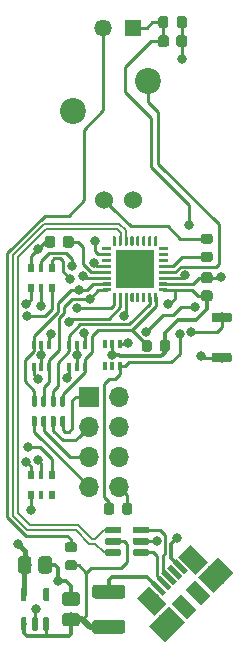
<source format=gtl>
G04 #@! TF.GenerationSoftware,KiCad,Pcbnew,5.0.1*
G04 #@! TF.CreationDate,2019-03-28T22:54:33+10:30*
G04 #@! TF.ProjectId,reflex,7265666C65782E6B696361645F706362,rev?*
G04 #@! TF.SameCoordinates,Original*
G04 #@! TF.FileFunction,Copper,L1,Top,Signal*
G04 #@! TF.FilePolarity,Positive*
%FSLAX46Y46*%
G04 Gerber Fmt 4.6, Leading zero omitted, Abs format (unit mm)*
G04 Created by KiCad (PCBNEW 5.0.1) date Thu 28 Mar 2019 22:54:33 ACDT*
%MOMM*%
%LPD*%
G01*
G04 APERTURE LIST*
G04 #@! TA.AperFunction,SMDPad,CuDef*
%ADD10R,0.500000X0.800000*%
G04 #@! TD*
G04 #@! TA.AperFunction,SMDPad,CuDef*
%ADD11R,0.300000X0.800000*%
G04 #@! TD*
G04 #@! TA.AperFunction,Conductor*
%ADD12C,0.100000*%
G04 #@! TD*
G04 #@! TA.AperFunction,SMDPad,CuDef*
%ADD13C,0.260000*%
G04 #@! TD*
G04 #@! TA.AperFunction,SMDPad,CuDef*
%ADD14R,1.720000X1.720000*%
G04 #@! TD*
G04 #@! TA.AperFunction,ComponentPad*
%ADD15R,1.700000X1.700000*%
G04 #@! TD*
G04 #@! TA.AperFunction,ComponentPad*
%ADD16O,1.700000X1.700000*%
G04 #@! TD*
G04 #@! TA.AperFunction,SMDPad,CuDef*
%ADD17R,0.400000X0.650000*%
G04 #@! TD*
G04 #@! TA.AperFunction,SMDPad,CuDef*
%ADD18C,1.175000*%
G04 #@! TD*
G04 #@! TA.AperFunction,SMDPad,CuDef*
%ADD19C,1.900000*%
G04 #@! TD*
G04 #@! TA.AperFunction,SMDPad,CuDef*
%ADD20C,1.475000*%
G04 #@! TD*
G04 #@! TA.AperFunction,SMDPad,CuDef*
%ADD21C,0.450000*%
G04 #@! TD*
G04 #@! TA.AperFunction,SMDPad,CuDef*
%ADD22C,0.920000*%
G04 #@! TD*
G04 #@! TA.AperFunction,SMDPad,CuDef*
%ADD23C,1.160000*%
G04 #@! TD*
G04 #@! TA.AperFunction,SMDPad,CuDef*
%ADD24C,1.180000*%
G04 #@! TD*
G04 #@! TA.AperFunction,ComponentPad*
%ADD25R,1.470000X1.470000*%
G04 #@! TD*
G04 #@! TA.AperFunction,ComponentPad*
%ADD26C,1.470000*%
G04 #@! TD*
G04 #@! TA.AperFunction,SMDPad,CuDef*
%ADD27C,0.850000*%
G04 #@! TD*
G04 #@! TA.AperFunction,SMDPad,CuDef*
%ADD28C,0.400000*%
G04 #@! TD*
G04 #@! TA.AperFunction,ComponentPad*
%ADD29C,2.200000*%
G04 #@! TD*
G04 #@! TA.AperFunction,ComponentPad*
%ADD30C,1.524000*%
G04 #@! TD*
G04 #@! TA.AperFunction,SMDPad,CuDef*
%ADD31C,0.800000*%
G04 #@! TD*
G04 #@! TA.AperFunction,SMDPad,CuDef*
%ADD32C,0.560000*%
G04 #@! TD*
G04 #@! TA.AperFunction,SMDPad,CuDef*
%ADD33C,0.460000*%
G04 #@! TD*
G04 #@! TA.AperFunction,ViaPad*
%ADD34C,0.800000*%
G04 #@! TD*
G04 #@! TA.AperFunction,Conductor*
%ADD35C,0.250000*%
G04 #@! TD*
G04 #@! TA.AperFunction,Conductor*
%ADD36C,0.350000*%
G04 #@! TD*
G04 #@! TA.AperFunction,Conductor*
%ADD37C,0.400000*%
G04 #@! TD*
G04 #@! TA.AperFunction,Conductor*
%ADD38C,0.500000*%
G04 #@! TD*
G04 #@! TA.AperFunction,Conductor*
%ADD39C,0.200000*%
G04 #@! TD*
G04 APERTURE END LIST*
D10*
G04 #@! TO.P,U5,2*
G04 #@! TO.N,Net-(U4-Pad1)*
X94400000Y-115650000D03*
D11*
G04 #@! TO.P,U5,3*
G04 #@! TO.N,Net-(U4-Pad6)*
X93500000Y-115650000D03*
D10*
G04 #@! TO.P,U5,4*
G04 #@! TO.N,GND*
X92600000Y-115650000D03*
G04 #@! TO.P,U5,5*
G04 #@! TO.N,+3.3V*
X92600000Y-117350000D03*
D11*
G04 #@! TO.P,U5,6*
G04 #@! TO.N,Net-(U5-Pad6)*
X93500000Y-117350000D03*
D10*
G04 #@! TO.P,U5,1*
G04 #@! TO.N,Net-(U5-Pad1)*
X94400000Y-117350000D03*
G04 #@! TD*
D12*
G04 #@! TO.N,LED_DATA*
G04 #@! TO.C,U2*
G36*
X99741371Y-100215313D02*
X99747681Y-100216249D01*
X99753869Y-100217799D01*
X99759874Y-100219948D01*
X99765641Y-100222675D01*
X99771112Y-100225954D01*
X99776236Y-100229754D01*
X99780962Y-100234038D01*
X99785246Y-100238764D01*
X99789046Y-100243888D01*
X99792325Y-100249359D01*
X99795052Y-100255126D01*
X99797201Y-100261131D01*
X99798751Y-100267319D01*
X99799687Y-100273629D01*
X99800000Y-100280000D01*
X99800000Y-100930000D01*
X99799687Y-100936371D01*
X99798751Y-100942681D01*
X99797201Y-100948869D01*
X99795052Y-100954874D01*
X99792325Y-100960641D01*
X99789046Y-100966112D01*
X99785246Y-100971236D01*
X99780962Y-100975962D01*
X99776236Y-100980246D01*
X99771112Y-100984046D01*
X99765641Y-100987325D01*
X99759874Y-100990052D01*
X99753869Y-100992201D01*
X99747681Y-100993751D01*
X99741371Y-100994687D01*
X99735000Y-100995000D01*
X99605000Y-100995000D01*
X99598629Y-100994687D01*
X99592319Y-100993751D01*
X99586131Y-100992201D01*
X99580126Y-100990052D01*
X99574359Y-100987325D01*
X99568888Y-100984046D01*
X99563764Y-100980246D01*
X99559038Y-100975962D01*
X99554754Y-100971236D01*
X99550954Y-100966112D01*
X99547675Y-100960641D01*
X99544948Y-100954874D01*
X99542799Y-100948869D01*
X99541249Y-100942681D01*
X99540313Y-100936371D01*
X99540000Y-100930000D01*
X99540000Y-100280000D01*
X99540313Y-100273629D01*
X99541249Y-100267319D01*
X99542799Y-100261131D01*
X99544948Y-100255126D01*
X99547675Y-100249359D01*
X99550954Y-100243888D01*
X99554754Y-100238764D01*
X99559038Y-100234038D01*
X99563764Y-100229754D01*
X99568888Y-100225954D01*
X99574359Y-100222675D01*
X99580126Y-100219948D01*
X99586131Y-100217799D01*
X99592319Y-100216249D01*
X99598629Y-100215313D01*
X99605000Y-100215000D01*
X99735000Y-100215000D01*
X99741371Y-100215313D01*
X99741371Y-100215313D01*
G37*
D13*
G04 #@! TD*
G04 #@! TO.P,U2,1*
G04 #@! TO.N,LED_DATA*
X99670000Y-100605000D03*
D12*
G04 #@! TO.N,LED_CLK*
G04 #@! TO.C,U2*
G36*
X100241371Y-100215313D02*
X100247681Y-100216249D01*
X100253869Y-100217799D01*
X100259874Y-100219948D01*
X100265641Y-100222675D01*
X100271112Y-100225954D01*
X100276236Y-100229754D01*
X100280962Y-100234038D01*
X100285246Y-100238764D01*
X100289046Y-100243888D01*
X100292325Y-100249359D01*
X100295052Y-100255126D01*
X100297201Y-100261131D01*
X100298751Y-100267319D01*
X100299687Y-100273629D01*
X100300000Y-100280000D01*
X100300000Y-100930000D01*
X100299687Y-100936371D01*
X100298751Y-100942681D01*
X100297201Y-100948869D01*
X100295052Y-100954874D01*
X100292325Y-100960641D01*
X100289046Y-100966112D01*
X100285246Y-100971236D01*
X100280962Y-100975962D01*
X100276236Y-100980246D01*
X100271112Y-100984046D01*
X100265641Y-100987325D01*
X100259874Y-100990052D01*
X100253869Y-100992201D01*
X100247681Y-100993751D01*
X100241371Y-100994687D01*
X100235000Y-100995000D01*
X100105000Y-100995000D01*
X100098629Y-100994687D01*
X100092319Y-100993751D01*
X100086131Y-100992201D01*
X100080126Y-100990052D01*
X100074359Y-100987325D01*
X100068888Y-100984046D01*
X100063764Y-100980246D01*
X100059038Y-100975962D01*
X100054754Y-100971236D01*
X100050954Y-100966112D01*
X100047675Y-100960641D01*
X100044948Y-100954874D01*
X100042799Y-100948869D01*
X100041249Y-100942681D01*
X100040313Y-100936371D01*
X100040000Y-100930000D01*
X100040000Y-100280000D01*
X100040313Y-100273629D01*
X100041249Y-100267319D01*
X100042799Y-100261131D01*
X100044948Y-100255126D01*
X100047675Y-100249359D01*
X100050954Y-100243888D01*
X100054754Y-100238764D01*
X100059038Y-100234038D01*
X100063764Y-100229754D01*
X100068888Y-100225954D01*
X100074359Y-100222675D01*
X100080126Y-100219948D01*
X100086131Y-100217799D01*
X100092319Y-100216249D01*
X100098629Y-100215313D01*
X100105000Y-100215000D01*
X100235000Y-100215000D01*
X100241371Y-100215313D01*
X100241371Y-100215313D01*
G37*
D13*
G04 #@! TD*
G04 #@! TO.P,U2,2*
G04 #@! TO.N,LED_CLK*
X100170000Y-100605000D03*
D12*
G04 #@! TO.N,PHOTO_TRANS*
G04 #@! TO.C,U2*
G36*
X100741371Y-100215313D02*
X100747681Y-100216249D01*
X100753869Y-100217799D01*
X100759874Y-100219948D01*
X100765641Y-100222675D01*
X100771112Y-100225954D01*
X100776236Y-100229754D01*
X100780962Y-100234038D01*
X100785246Y-100238764D01*
X100789046Y-100243888D01*
X100792325Y-100249359D01*
X100795052Y-100255126D01*
X100797201Y-100261131D01*
X100798751Y-100267319D01*
X100799687Y-100273629D01*
X100800000Y-100280000D01*
X100800000Y-100930000D01*
X100799687Y-100936371D01*
X100798751Y-100942681D01*
X100797201Y-100948869D01*
X100795052Y-100954874D01*
X100792325Y-100960641D01*
X100789046Y-100966112D01*
X100785246Y-100971236D01*
X100780962Y-100975962D01*
X100776236Y-100980246D01*
X100771112Y-100984046D01*
X100765641Y-100987325D01*
X100759874Y-100990052D01*
X100753869Y-100992201D01*
X100747681Y-100993751D01*
X100741371Y-100994687D01*
X100735000Y-100995000D01*
X100605000Y-100995000D01*
X100598629Y-100994687D01*
X100592319Y-100993751D01*
X100586131Y-100992201D01*
X100580126Y-100990052D01*
X100574359Y-100987325D01*
X100568888Y-100984046D01*
X100563764Y-100980246D01*
X100559038Y-100975962D01*
X100554754Y-100971236D01*
X100550954Y-100966112D01*
X100547675Y-100960641D01*
X100544948Y-100954874D01*
X100542799Y-100948869D01*
X100541249Y-100942681D01*
X100540313Y-100936371D01*
X100540000Y-100930000D01*
X100540000Y-100280000D01*
X100540313Y-100273629D01*
X100541249Y-100267319D01*
X100542799Y-100261131D01*
X100544948Y-100255126D01*
X100547675Y-100249359D01*
X100550954Y-100243888D01*
X100554754Y-100238764D01*
X100559038Y-100234038D01*
X100563764Y-100229754D01*
X100568888Y-100225954D01*
X100574359Y-100222675D01*
X100580126Y-100219948D01*
X100586131Y-100217799D01*
X100592319Y-100216249D01*
X100598629Y-100215313D01*
X100605000Y-100215000D01*
X100735000Y-100215000D01*
X100741371Y-100215313D01*
X100741371Y-100215313D01*
G37*
D13*
G04 #@! TD*
G04 #@! TO.P,U2,3*
G04 #@! TO.N,PHOTO_TRANS*
X100670000Y-100605000D03*
D12*
G04 #@! TO.N,Net-(U2-Pad4)*
G04 #@! TO.C,U2*
G36*
X101241371Y-100215313D02*
X101247681Y-100216249D01*
X101253869Y-100217799D01*
X101259874Y-100219948D01*
X101265641Y-100222675D01*
X101271112Y-100225954D01*
X101276236Y-100229754D01*
X101280962Y-100234038D01*
X101285246Y-100238764D01*
X101289046Y-100243888D01*
X101292325Y-100249359D01*
X101295052Y-100255126D01*
X101297201Y-100261131D01*
X101298751Y-100267319D01*
X101299687Y-100273629D01*
X101300000Y-100280000D01*
X101300000Y-100930000D01*
X101299687Y-100936371D01*
X101298751Y-100942681D01*
X101297201Y-100948869D01*
X101295052Y-100954874D01*
X101292325Y-100960641D01*
X101289046Y-100966112D01*
X101285246Y-100971236D01*
X101280962Y-100975962D01*
X101276236Y-100980246D01*
X101271112Y-100984046D01*
X101265641Y-100987325D01*
X101259874Y-100990052D01*
X101253869Y-100992201D01*
X101247681Y-100993751D01*
X101241371Y-100994687D01*
X101235000Y-100995000D01*
X101105000Y-100995000D01*
X101098629Y-100994687D01*
X101092319Y-100993751D01*
X101086131Y-100992201D01*
X101080126Y-100990052D01*
X101074359Y-100987325D01*
X101068888Y-100984046D01*
X101063764Y-100980246D01*
X101059038Y-100975962D01*
X101054754Y-100971236D01*
X101050954Y-100966112D01*
X101047675Y-100960641D01*
X101044948Y-100954874D01*
X101042799Y-100948869D01*
X101041249Y-100942681D01*
X101040313Y-100936371D01*
X101040000Y-100930000D01*
X101040000Y-100280000D01*
X101040313Y-100273629D01*
X101041249Y-100267319D01*
X101042799Y-100261131D01*
X101044948Y-100255126D01*
X101047675Y-100249359D01*
X101050954Y-100243888D01*
X101054754Y-100238764D01*
X101059038Y-100234038D01*
X101063764Y-100229754D01*
X101068888Y-100225954D01*
X101074359Y-100222675D01*
X101080126Y-100219948D01*
X101086131Y-100217799D01*
X101092319Y-100216249D01*
X101098629Y-100215313D01*
X101105000Y-100215000D01*
X101235000Y-100215000D01*
X101241371Y-100215313D01*
X101241371Y-100215313D01*
G37*
D13*
G04 #@! TD*
G04 #@! TO.P,U2,4*
G04 #@! TO.N,Net-(U2-Pad4)*
X101170000Y-100605000D03*
D12*
G04 #@! TO.N,Net-(U2-Pad5)*
G04 #@! TO.C,U2*
G36*
X101741371Y-100215313D02*
X101747681Y-100216249D01*
X101753869Y-100217799D01*
X101759874Y-100219948D01*
X101765641Y-100222675D01*
X101771112Y-100225954D01*
X101776236Y-100229754D01*
X101780962Y-100234038D01*
X101785246Y-100238764D01*
X101789046Y-100243888D01*
X101792325Y-100249359D01*
X101795052Y-100255126D01*
X101797201Y-100261131D01*
X101798751Y-100267319D01*
X101799687Y-100273629D01*
X101800000Y-100280000D01*
X101800000Y-100930000D01*
X101799687Y-100936371D01*
X101798751Y-100942681D01*
X101797201Y-100948869D01*
X101795052Y-100954874D01*
X101792325Y-100960641D01*
X101789046Y-100966112D01*
X101785246Y-100971236D01*
X101780962Y-100975962D01*
X101776236Y-100980246D01*
X101771112Y-100984046D01*
X101765641Y-100987325D01*
X101759874Y-100990052D01*
X101753869Y-100992201D01*
X101747681Y-100993751D01*
X101741371Y-100994687D01*
X101735000Y-100995000D01*
X101605000Y-100995000D01*
X101598629Y-100994687D01*
X101592319Y-100993751D01*
X101586131Y-100992201D01*
X101580126Y-100990052D01*
X101574359Y-100987325D01*
X101568888Y-100984046D01*
X101563764Y-100980246D01*
X101559038Y-100975962D01*
X101554754Y-100971236D01*
X101550954Y-100966112D01*
X101547675Y-100960641D01*
X101544948Y-100954874D01*
X101542799Y-100948869D01*
X101541249Y-100942681D01*
X101540313Y-100936371D01*
X101540000Y-100930000D01*
X101540000Y-100280000D01*
X101540313Y-100273629D01*
X101541249Y-100267319D01*
X101542799Y-100261131D01*
X101544948Y-100255126D01*
X101547675Y-100249359D01*
X101550954Y-100243888D01*
X101554754Y-100238764D01*
X101559038Y-100234038D01*
X101563764Y-100229754D01*
X101568888Y-100225954D01*
X101574359Y-100222675D01*
X101580126Y-100219948D01*
X101586131Y-100217799D01*
X101592319Y-100216249D01*
X101598629Y-100215313D01*
X101605000Y-100215000D01*
X101735000Y-100215000D01*
X101741371Y-100215313D01*
X101741371Y-100215313D01*
G37*
D13*
G04 #@! TD*
G04 #@! TO.P,U2,5*
G04 #@! TO.N,Net-(U2-Pad5)*
X101670000Y-100605000D03*
D12*
G04 #@! TO.N,Net-(U2-Pad6)*
G04 #@! TO.C,U2*
G36*
X102241371Y-100215313D02*
X102247681Y-100216249D01*
X102253869Y-100217799D01*
X102259874Y-100219948D01*
X102265641Y-100222675D01*
X102271112Y-100225954D01*
X102276236Y-100229754D01*
X102280962Y-100234038D01*
X102285246Y-100238764D01*
X102289046Y-100243888D01*
X102292325Y-100249359D01*
X102295052Y-100255126D01*
X102297201Y-100261131D01*
X102298751Y-100267319D01*
X102299687Y-100273629D01*
X102300000Y-100280000D01*
X102300000Y-100930000D01*
X102299687Y-100936371D01*
X102298751Y-100942681D01*
X102297201Y-100948869D01*
X102295052Y-100954874D01*
X102292325Y-100960641D01*
X102289046Y-100966112D01*
X102285246Y-100971236D01*
X102280962Y-100975962D01*
X102276236Y-100980246D01*
X102271112Y-100984046D01*
X102265641Y-100987325D01*
X102259874Y-100990052D01*
X102253869Y-100992201D01*
X102247681Y-100993751D01*
X102241371Y-100994687D01*
X102235000Y-100995000D01*
X102105000Y-100995000D01*
X102098629Y-100994687D01*
X102092319Y-100993751D01*
X102086131Y-100992201D01*
X102080126Y-100990052D01*
X102074359Y-100987325D01*
X102068888Y-100984046D01*
X102063764Y-100980246D01*
X102059038Y-100975962D01*
X102054754Y-100971236D01*
X102050954Y-100966112D01*
X102047675Y-100960641D01*
X102044948Y-100954874D01*
X102042799Y-100948869D01*
X102041249Y-100942681D01*
X102040313Y-100936371D01*
X102040000Y-100930000D01*
X102040000Y-100280000D01*
X102040313Y-100273629D01*
X102041249Y-100267319D01*
X102042799Y-100261131D01*
X102044948Y-100255126D01*
X102047675Y-100249359D01*
X102050954Y-100243888D01*
X102054754Y-100238764D01*
X102059038Y-100234038D01*
X102063764Y-100229754D01*
X102068888Y-100225954D01*
X102074359Y-100222675D01*
X102080126Y-100219948D01*
X102086131Y-100217799D01*
X102092319Y-100216249D01*
X102098629Y-100215313D01*
X102105000Y-100215000D01*
X102235000Y-100215000D01*
X102241371Y-100215313D01*
X102241371Y-100215313D01*
G37*
D13*
G04 #@! TD*
G04 #@! TO.P,U2,6*
G04 #@! TO.N,Net-(U2-Pad6)*
X102170000Y-100605000D03*
D12*
G04 #@! TO.N,UART_TX*
G04 #@! TO.C,U2*
G36*
X102741371Y-100215313D02*
X102747681Y-100216249D01*
X102753869Y-100217799D01*
X102759874Y-100219948D01*
X102765641Y-100222675D01*
X102771112Y-100225954D01*
X102776236Y-100229754D01*
X102780962Y-100234038D01*
X102785246Y-100238764D01*
X102789046Y-100243888D01*
X102792325Y-100249359D01*
X102795052Y-100255126D01*
X102797201Y-100261131D01*
X102798751Y-100267319D01*
X102799687Y-100273629D01*
X102800000Y-100280000D01*
X102800000Y-100930000D01*
X102799687Y-100936371D01*
X102798751Y-100942681D01*
X102797201Y-100948869D01*
X102795052Y-100954874D01*
X102792325Y-100960641D01*
X102789046Y-100966112D01*
X102785246Y-100971236D01*
X102780962Y-100975962D01*
X102776236Y-100980246D01*
X102771112Y-100984046D01*
X102765641Y-100987325D01*
X102759874Y-100990052D01*
X102753869Y-100992201D01*
X102747681Y-100993751D01*
X102741371Y-100994687D01*
X102735000Y-100995000D01*
X102605000Y-100995000D01*
X102598629Y-100994687D01*
X102592319Y-100993751D01*
X102586131Y-100992201D01*
X102580126Y-100990052D01*
X102574359Y-100987325D01*
X102568888Y-100984046D01*
X102563764Y-100980246D01*
X102559038Y-100975962D01*
X102554754Y-100971236D01*
X102550954Y-100966112D01*
X102547675Y-100960641D01*
X102544948Y-100954874D01*
X102542799Y-100948869D01*
X102541249Y-100942681D01*
X102540313Y-100936371D01*
X102540000Y-100930000D01*
X102540000Y-100280000D01*
X102540313Y-100273629D01*
X102541249Y-100267319D01*
X102542799Y-100261131D01*
X102544948Y-100255126D01*
X102547675Y-100249359D01*
X102550954Y-100243888D01*
X102554754Y-100238764D01*
X102559038Y-100234038D01*
X102563764Y-100229754D01*
X102568888Y-100225954D01*
X102574359Y-100222675D01*
X102580126Y-100219948D01*
X102586131Y-100217799D01*
X102592319Y-100216249D01*
X102598629Y-100215313D01*
X102605000Y-100215000D01*
X102735000Y-100215000D01*
X102741371Y-100215313D01*
X102741371Y-100215313D01*
G37*
D13*
G04 #@! TD*
G04 #@! TO.P,U2,7*
G04 #@! TO.N,UART_TX*
X102670000Y-100605000D03*
D12*
G04 #@! TO.N,UART_RX*
G04 #@! TO.C,U2*
G36*
X103241371Y-100215313D02*
X103247681Y-100216249D01*
X103253869Y-100217799D01*
X103259874Y-100219948D01*
X103265641Y-100222675D01*
X103271112Y-100225954D01*
X103276236Y-100229754D01*
X103280962Y-100234038D01*
X103285246Y-100238764D01*
X103289046Y-100243888D01*
X103292325Y-100249359D01*
X103295052Y-100255126D01*
X103297201Y-100261131D01*
X103298751Y-100267319D01*
X103299687Y-100273629D01*
X103300000Y-100280000D01*
X103300000Y-100930000D01*
X103299687Y-100936371D01*
X103298751Y-100942681D01*
X103297201Y-100948869D01*
X103295052Y-100954874D01*
X103292325Y-100960641D01*
X103289046Y-100966112D01*
X103285246Y-100971236D01*
X103280962Y-100975962D01*
X103276236Y-100980246D01*
X103271112Y-100984046D01*
X103265641Y-100987325D01*
X103259874Y-100990052D01*
X103253869Y-100992201D01*
X103247681Y-100993751D01*
X103241371Y-100994687D01*
X103235000Y-100995000D01*
X103105000Y-100995000D01*
X103098629Y-100994687D01*
X103092319Y-100993751D01*
X103086131Y-100992201D01*
X103080126Y-100990052D01*
X103074359Y-100987325D01*
X103068888Y-100984046D01*
X103063764Y-100980246D01*
X103059038Y-100975962D01*
X103054754Y-100971236D01*
X103050954Y-100966112D01*
X103047675Y-100960641D01*
X103044948Y-100954874D01*
X103042799Y-100948869D01*
X103041249Y-100942681D01*
X103040313Y-100936371D01*
X103040000Y-100930000D01*
X103040000Y-100280000D01*
X103040313Y-100273629D01*
X103041249Y-100267319D01*
X103042799Y-100261131D01*
X103044948Y-100255126D01*
X103047675Y-100249359D01*
X103050954Y-100243888D01*
X103054754Y-100238764D01*
X103059038Y-100234038D01*
X103063764Y-100229754D01*
X103068888Y-100225954D01*
X103074359Y-100222675D01*
X103080126Y-100219948D01*
X103086131Y-100217799D01*
X103092319Y-100216249D01*
X103098629Y-100215313D01*
X103105000Y-100215000D01*
X103235000Y-100215000D01*
X103241371Y-100215313D01*
X103241371Y-100215313D01*
G37*
D13*
G04 #@! TD*
G04 #@! TO.P,U2,8*
G04 #@! TO.N,UART_RX*
X103170000Y-100605000D03*
D12*
G04 #@! TO.N,+3.3V*
G04 #@! TO.C,U2*
G36*
X104136371Y-99840313D02*
X104142681Y-99841249D01*
X104148869Y-99842799D01*
X104154874Y-99844948D01*
X104160641Y-99847675D01*
X104166112Y-99850954D01*
X104171236Y-99854754D01*
X104175962Y-99859038D01*
X104180246Y-99863764D01*
X104184046Y-99868888D01*
X104187325Y-99874359D01*
X104190052Y-99880126D01*
X104192201Y-99886131D01*
X104193751Y-99892319D01*
X104194687Y-99898629D01*
X104195000Y-99905000D01*
X104195000Y-100035000D01*
X104194687Y-100041371D01*
X104193751Y-100047681D01*
X104192201Y-100053869D01*
X104190052Y-100059874D01*
X104187325Y-100065641D01*
X104184046Y-100071112D01*
X104180246Y-100076236D01*
X104175962Y-100080962D01*
X104171236Y-100085246D01*
X104166112Y-100089046D01*
X104160641Y-100092325D01*
X104154874Y-100095052D01*
X104148869Y-100097201D01*
X104142681Y-100098751D01*
X104136371Y-100099687D01*
X104130000Y-100100000D01*
X103480000Y-100100000D01*
X103473629Y-100099687D01*
X103467319Y-100098751D01*
X103461131Y-100097201D01*
X103455126Y-100095052D01*
X103449359Y-100092325D01*
X103443888Y-100089046D01*
X103438764Y-100085246D01*
X103434038Y-100080962D01*
X103429754Y-100076236D01*
X103425954Y-100071112D01*
X103422675Y-100065641D01*
X103419948Y-100059874D01*
X103417799Y-100053869D01*
X103416249Y-100047681D01*
X103415313Y-100041371D01*
X103415000Y-100035000D01*
X103415000Y-99905000D01*
X103415313Y-99898629D01*
X103416249Y-99892319D01*
X103417799Y-99886131D01*
X103419948Y-99880126D01*
X103422675Y-99874359D01*
X103425954Y-99868888D01*
X103429754Y-99863764D01*
X103434038Y-99859038D01*
X103438764Y-99854754D01*
X103443888Y-99850954D01*
X103449359Y-99847675D01*
X103455126Y-99844948D01*
X103461131Y-99842799D01*
X103467319Y-99841249D01*
X103473629Y-99840313D01*
X103480000Y-99840000D01*
X104130000Y-99840000D01*
X104136371Y-99840313D01*
X104136371Y-99840313D01*
G37*
D13*
G04 #@! TD*
G04 #@! TO.P,U2,9*
G04 #@! TO.N,+3.3V*
X103805000Y-99970000D03*
D12*
G04 #@! TO.N,GND*
G04 #@! TO.C,U2*
G36*
X104136371Y-99340313D02*
X104142681Y-99341249D01*
X104148869Y-99342799D01*
X104154874Y-99344948D01*
X104160641Y-99347675D01*
X104166112Y-99350954D01*
X104171236Y-99354754D01*
X104175962Y-99359038D01*
X104180246Y-99363764D01*
X104184046Y-99368888D01*
X104187325Y-99374359D01*
X104190052Y-99380126D01*
X104192201Y-99386131D01*
X104193751Y-99392319D01*
X104194687Y-99398629D01*
X104195000Y-99405000D01*
X104195000Y-99535000D01*
X104194687Y-99541371D01*
X104193751Y-99547681D01*
X104192201Y-99553869D01*
X104190052Y-99559874D01*
X104187325Y-99565641D01*
X104184046Y-99571112D01*
X104180246Y-99576236D01*
X104175962Y-99580962D01*
X104171236Y-99585246D01*
X104166112Y-99589046D01*
X104160641Y-99592325D01*
X104154874Y-99595052D01*
X104148869Y-99597201D01*
X104142681Y-99598751D01*
X104136371Y-99599687D01*
X104130000Y-99600000D01*
X103480000Y-99600000D01*
X103473629Y-99599687D01*
X103467319Y-99598751D01*
X103461131Y-99597201D01*
X103455126Y-99595052D01*
X103449359Y-99592325D01*
X103443888Y-99589046D01*
X103438764Y-99585246D01*
X103434038Y-99580962D01*
X103429754Y-99576236D01*
X103425954Y-99571112D01*
X103422675Y-99565641D01*
X103419948Y-99559874D01*
X103417799Y-99553869D01*
X103416249Y-99547681D01*
X103415313Y-99541371D01*
X103415000Y-99535000D01*
X103415000Y-99405000D01*
X103415313Y-99398629D01*
X103416249Y-99392319D01*
X103417799Y-99386131D01*
X103419948Y-99380126D01*
X103422675Y-99374359D01*
X103425954Y-99368888D01*
X103429754Y-99363764D01*
X103434038Y-99359038D01*
X103438764Y-99354754D01*
X103443888Y-99350954D01*
X103449359Y-99347675D01*
X103455126Y-99344948D01*
X103461131Y-99342799D01*
X103467319Y-99341249D01*
X103473629Y-99340313D01*
X103480000Y-99340000D01*
X104130000Y-99340000D01*
X104136371Y-99340313D01*
X104136371Y-99340313D01*
G37*
D13*
G04 #@! TD*
G04 #@! TO.P,U2,10*
G04 #@! TO.N,GND*
X103805000Y-99470000D03*
D12*
G04 #@! TO.N,EXTERNAL_TRIG*
G04 #@! TO.C,U2*
G36*
X104136371Y-98840313D02*
X104142681Y-98841249D01*
X104148869Y-98842799D01*
X104154874Y-98844948D01*
X104160641Y-98847675D01*
X104166112Y-98850954D01*
X104171236Y-98854754D01*
X104175962Y-98859038D01*
X104180246Y-98863764D01*
X104184046Y-98868888D01*
X104187325Y-98874359D01*
X104190052Y-98880126D01*
X104192201Y-98886131D01*
X104193751Y-98892319D01*
X104194687Y-98898629D01*
X104195000Y-98905000D01*
X104195000Y-99035000D01*
X104194687Y-99041371D01*
X104193751Y-99047681D01*
X104192201Y-99053869D01*
X104190052Y-99059874D01*
X104187325Y-99065641D01*
X104184046Y-99071112D01*
X104180246Y-99076236D01*
X104175962Y-99080962D01*
X104171236Y-99085246D01*
X104166112Y-99089046D01*
X104160641Y-99092325D01*
X104154874Y-99095052D01*
X104148869Y-99097201D01*
X104142681Y-99098751D01*
X104136371Y-99099687D01*
X104130000Y-99100000D01*
X103480000Y-99100000D01*
X103473629Y-99099687D01*
X103467319Y-99098751D01*
X103461131Y-99097201D01*
X103455126Y-99095052D01*
X103449359Y-99092325D01*
X103443888Y-99089046D01*
X103438764Y-99085246D01*
X103434038Y-99080962D01*
X103429754Y-99076236D01*
X103425954Y-99071112D01*
X103422675Y-99065641D01*
X103419948Y-99059874D01*
X103417799Y-99053869D01*
X103416249Y-99047681D01*
X103415313Y-99041371D01*
X103415000Y-99035000D01*
X103415000Y-98905000D01*
X103415313Y-98898629D01*
X103416249Y-98892319D01*
X103417799Y-98886131D01*
X103419948Y-98880126D01*
X103422675Y-98874359D01*
X103425954Y-98868888D01*
X103429754Y-98863764D01*
X103434038Y-98859038D01*
X103438764Y-98854754D01*
X103443888Y-98850954D01*
X103449359Y-98847675D01*
X103455126Y-98844948D01*
X103461131Y-98842799D01*
X103467319Y-98841249D01*
X103473629Y-98840313D01*
X103480000Y-98840000D01*
X104130000Y-98840000D01*
X104136371Y-98840313D01*
X104136371Y-98840313D01*
G37*
D13*
G04 #@! TD*
G04 #@! TO.P,U2,11*
G04 #@! TO.N,EXTERNAL_TRIG*
X103805000Y-98970000D03*
D12*
G04 #@! TO.N,SWITCH_TRIG*
G04 #@! TO.C,U2*
G36*
X104136371Y-98340313D02*
X104142681Y-98341249D01*
X104148869Y-98342799D01*
X104154874Y-98344948D01*
X104160641Y-98347675D01*
X104166112Y-98350954D01*
X104171236Y-98354754D01*
X104175962Y-98359038D01*
X104180246Y-98363764D01*
X104184046Y-98368888D01*
X104187325Y-98374359D01*
X104190052Y-98380126D01*
X104192201Y-98386131D01*
X104193751Y-98392319D01*
X104194687Y-98398629D01*
X104195000Y-98405000D01*
X104195000Y-98535000D01*
X104194687Y-98541371D01*
X104193751Y-98547681D01*
X104192201Y-98553869D01*
X104190052Y-98559874D01*
X104187325Y-98565641D01*
X104184046Y-98571112D01*
X104180246Y-98576236D01*
X104175962Y-98580962D01*
X104171236Y-98585246D01*
X104166112Y-98589046D01*
X104160641Y-98592325D01*
X104154874Y-98595052D01*
X104148869Y-98597201D01*
X104142681Y-98598751D01*
X104136371Y-98599687D01*
X104130000Y-98600000D01*
X103480000Y-98600000D01*
X103473629Y-98599687D01*
X103467319Y-98598751D01*
X103461131Y-98597201D01*
X103455126Y-98595052D01*
X103449359Y-98592325D01*
X103443888Y-98589046D01*
X103438764Y-98585246D01*
X103434038Y-98580962D01*
X103429754Y-98576236D01*
X103425954Y-98571112D01*
X103422675Y-98565641D01*
X103419948Y-98559874D01*
X103417799Y-98553869D01*
X103416249Y-98547681D01*
X103415313Y-98541371D01*
X103415000Y-98535000D01*
X103415000Y-98405000D01*
X103415313Y-98398629D01*
X103416249Y-98392319D01*
X103417799Y-98386131D01*
X103419948Y-98380126D01*
X103422675Y-98374359D01*
X103425954Y-98368888D01*
X103429754Y-98363764D01*
X103434038Y-98359038D01*
X103438764Y-98354754D01*
X103443888Y-98350954D01*
X103449359Y-98347675D01*
X103455126Y-98344948D01*
X103461131Y-98342799D01*
X103467319Y-98341249D01*
X103473629Y-98340313D01*
X103480000Y-98340000D01*
X104130000Y-98340000D01*
X104136371Y-98340313D01*
X104136371Y-98340313D01*
G37*
D13*
G04 #@! TD*
G04 #@! TO.P,U2,12*
G04 #@! TO.N,SWITCH_TRIG*
X103805000Y-98470000D03*
D12*
G04 #@! TO.N,STATUS_USER*
G04 #@! TO.C,U2*
G36*
X104136371Y-97840313D02*
X104142681Y-97841249D01*
X104148869Y-97842799D01*
X104154874Y-97844948D01*
X104160641Y-97847675D01*
X104166112Y-97850954D01*
X104171236Y-97854754D01*
X104175962Y-97859038D01*
X104180246Y-97863764D01*
X104184046Y-97868888D01*
X104187325Y-97874359D01*
X104190052Y-97880126D01*
X104192201Y-97886131D01*
X104193751Y-97892319D01*
X104194687Y-97898629D01*
X104195000Y-97905000D01*
X104195000Y-98035000D01*
X104194687Y-98041371D01*
X104193751Y-98047681D01*
X104192201Y-98053869D01*
X104190052Y-98059874D01*
X104187325Y-98065641D01*
X104184046Y-98071112D01*
X104180246Y-98076236D01*
X104175962Y-98080962D01*
X104171236Y-98085246D01*
X104166112Y-98089046D01*
X104160641Y-98092325D01*
X104154874Y-98095052D01*
X104148869Y-98097201D01*
X104142681Y-98098751D01*
X104136371Y-98099687D01*
X104130000Y-98100000D01*
X103480000Y-98100000D01*
X103473629Y-98099687D01*
X103467319Y-98098751D01*
X103461131Y-98097201D01*
X103455126Y-98095052D01*
X103449359Y-98092325D01*
X103443888Y-98089046D01*
X103438764Y-98085246D01*
X103434038Y-98080962D01*
X103429754Y-98076236D01*
X103425954Y-98071112D01*
X103422675Y-98065641D01*
X103419948Y-98059874D01*
X103417799Y-98053869D01*
X103416249Y-98047681D01*
X103415313Y-98041371D01*
X103415000Y-98035000D01*
X103415000Y-97905000D01*
X103415313Y-97898629D01*
X103416249Y-97892319D01*
X103417799Y-97886131D01*
X103419948Y-97880126D01*
X103422675Y-97874359D01*
X103425954Y-97868888D01*
X103429754Y-97863764D01*
X103434038Y-97859038D01*
X103438764Y-97854754D01*
X103443888Y-97850954D01*
X103449359Y-97847675D01*
X103455126Y-97844948D01*
X103461131Y-97842799D01*
X103467319Y-97841249D01*
X103473629Y-97840313D01*
X103480000Y-97840000D01*
X104130000Y-97840000D01*
X104136371Y-97840313D01*
X104136371Y-97840313D01*
G37*
D13*
G04 #@! TD*
G04 #@! TO.P,U2,13*
G04 #@! TO.N,STATUS_USER*
X103805000Y-97970000D03*
D12*
G04 #@! TO.N,Net-(U2-Pad14)*
G04 #@! TO.C,U2*
G36*
X104136371Y-97340313D02*
X104142681Y-97341249D01*
X104148869Y-97342799D01*
X104154874Y-97344948D01*
X104160641Y-97347675D01*
X104166112Y-97350954D01*
X104171236Y-97354754D01*
X104175962Y-97359038D01*
X104180246Y-97363764D01*
X104184046Y-97368888D01*
X104187325Y-97374359D01*
X104190052Y-97380126D01*
X104192201Y-97386131D01*
X104193751Y-97392319D01*
X104194687Y-97398629D01*
X104195000Y-97405000D01*
X104195000Y-97535000D01*
X104194687Y-97541371D01*
X104193751Y-97547681D01*
X104192201Y-97553869D01*
X104190052Y-97559874D01*
X104187325Y-97565641D01*
X104184046Y-97571112D01*
X104180246Y-97576236D01*
X104175962Y-97580962D01*
X104171236Y-97585246D01*
X104166112Y-97589046D01*
X104160641Y-97592325D01*
X104154874Y-97595052D01*
X104148869Y-97597201D01*
X104142681Y-97598751D01*
X104136371Y-97599687D01*
X104130000Y-97600000D01*
X103480000Y-97600000D01*
X103473629Y-97599687D01*
X103467319Y-97598751D01*
X103461131Y-97597201D01*
X103455126Y-97595052D01*
X103449359Y-97592325D01*
X103443888Y-97589046D01*
X103438764Y-97585246D01*
X103434038Y-97580962D01*
X103429754Y-97576236D01*
X103425954Y-97571112D01*
X103422675Y-97565641D01*
X103419948Y-97559874D01*
X103417799Y-97553869D01*
X103416249Y-97547681D01*
X103415313Y-97541371D01*
X103415000Y-97535000D01*
X103415000Y-97405000D01*
X103415313Y-97398629D01*
X103416249Y-97392319D01*
X103417799Y-97386131D01*
X103419948Y-97380126D01*
X103422675Y-97374359D01*
X103425954Y-97368888D01*
X103429754Y-97363764D01*
X103434038Y-97359038D01*
X103438764Y-97354754D01*
X103443888Y-97350954D01*
X103449359Y-97347675D01*
X103455126Y-97344948D01*
X103461131Y-97342799D01*
X103467319Y-97341249D01*
X103473629Y-97340313D01*
X103480000Y-97340000D01*
X104130000Y-97340000D01*
X104136371Y-97340313D01*
X104136371Y-97340313D01*
G37*
D13*
G04 #@! TD*
G04 #@! TO.P,U2,14*
G04 #@! TO.N,Net-(U2-Pad14)*
X103805000Y-97470000D03*
D12*
G04 #@! TO.N,Net-(U2-Pad15)*
G04 #@! TO.C,U2*
G36*
X104136371Y-96840313D02*
X104142681Y-96841249D01*
X104148869Y-96842799D01*
X104154874Y-96844948D01*
X104160641Y-96847675D01*
X104166112Y-96850954D01*
X104171236Y-96854754D01*
X104175962Y-96859038D01*
X104180246Y-96863764D01*
X104184046Y-96868888D01*
X104187325Y-96874359D01*
X104190052Y-96880126D01*
X104192201Y-96886131D01*
X104193751Y-96892319D01*
X104194687Y-96898629D01*
X104195000Y-96905000D01*
X104195000Y-97035000D01*
X104194687Y-97041371D01*
X104193751Y-97047681D01*
X104192201Y-97053869D01*
X104190052Y-97059874D01*
X104187325Y-97065641D01*
X104184046Y-97071112D01*
X104180246Y-97076236D01*
X104175962Y-97080962D01*
X104171236Y-97085246D01*
X104166112Y-97089046D01*
X104160641Y-97092325D01*
X104154874Y-97095052D01*
X104148869Y-97097201D01*
X104142681Y-97098751D01*
X104136371Y-97099687D01*
X104130000Y-97100000D01*
X103480000Y-97100000D01*
X103473629Y-97099687D01*
X103467319Y-97098751D01*
X103461131Y-97097201D01*
X103455126Y-97095052D01*
X103449359Y-97092325D01*
X103443888Y-97089046D01*
X103438764Y-97085246D01*
X103434038Y-97080962D01*
X103429754Y-97076236D01*
X103425954Y-97071112D01*
X103422675Y-97065641D01*
X103419948Y-97059874D01*
X103417799Y-97053869D01*
X103416249Y-97047681D01*
X103415313Y-97041371D01*
X103415000Y-97035000D01*
X103415000Y-96905000D01*
X103415313Y-96898629D01*
X103416249Y-96892319D01*
X103417799Y-96886131D01*
X103419948Y-96880126D01*
X103422675Y-96874359D01*
X103425954Y-96868888D01*
X103429754Y-96863764D01*
X103434038Y-96859038D01*
X103438764Y-96854754D01*
X103443888Y-96850954D01*
X103449359Y-96847675D01*
X103455126Y-96844948D01*
X103461131Y-96842799D01*
X103467319Y-96841249D01*
X103473629Y-96840313D01*
X103480000Y-96840000D01*
X104130000Y-96840000D01*
X104136371Y-96840313D01*
X104136371Y-96840313D01*
G37*
D13*
G04 #@! TD*
G04 #@! TO.P,U2,15*
G04 #@! TO.N,Net-(U2-Pad15)*
X103805000Y-96970000D03*
D12*
G04 #@! TO.N,Net-(U2-Pad16)*
G04 #@! TO.C,U2*
G36*
X104136371Y-96340313D02*
X104142681Y-96341249D01*
X104148869Y-96342799D01*
X104154874Y-96344948D01*
X104160641Y-96347675D01*
X104166112Y-96350954D01*
X104171236Y-96354754D01*
X104175962Y-96359038D01*
X104180246Y-96363764D01*
X104184046Y-96368888D01*
X104187325Y-96374359D01*
X104190052Y-96380126D01*
X104192201Y-96386131D01*
X104193751Y-96392319D01*
X104194687Y-96398629D01*
X104195000Y-96405000D01*
X104195000Y-96535000D01*
X104194687Y-96541371D01*
X104193751Y-96547681D01*
X104192201Y-96553869D01*
X104190052Y-96559874D01*
X104187325Y-96565641D01*
X104184046Y-96571112D01*
X104180246Y-96576236D01*
X104175962Y-96580962D01*
X104171236Y-96585246D01*
X104166112Y-96589046D01*
X104160641Y-96592325D01*
X104154874Y-96595052D01*
X104148869Y-96597201D01*
X104142681Y-96598751D01*
X104136371Y-96599687D01*
X104130000Y-96600000D01*
X103480000Y-96600000D01*
X103473629Y-96599687D01*
X103467319Y-96598751D01*
X103461131Y-96597201D01*
X103455126Y-96595052D01*
X103449359Y-96592325D01*
X103443888Y-96589046D01*
X103438764Y-96585246D01*
X103434038Y-96580962D01*
X103429754Y-96576236D01*
X103425954Y-96571112D01*
X103422675Y-96565641D01*
X103419948Y-96559874D01*
X103417799Y-96553869D01*
X103416249Y-96547681D01*
X103415313Y-96541371D01*
X103415000Y-96535000D01*
X103415000Y-96405000D01*
X103415313Y-96398629D01*
X103416249Y-96392319D01*
X103417799Y-96386131D01*
X103419948Y-96380126D01*
X103422675Y-96374359D01*
X103425954Y-96368888D01*
X103429754Y-96363764D01*
X103434038Y-96359038D01*
X103438764Y-96354754D01*
X103443888Y-96350954D01*
X103449359Y-96347675D01*
X103455126Y-96344948D01*
X103461131Y-96342799D01*
X103467319Y-96341249D01*
X103473629Y-96340313D01*
X103480000Y-96340000D01*
X104130000Y-96340000D01*
X104136371Y-96340313D01*
X104136371Y-96340313D01*
G37*
D13*
G04 #@! TD*
G04 #@! TO.P,U2,16*
G04 #@! TO.N,Net-(U2-Pad16)*
X103805000Y-96470000D03*
D12*
G04 #@! TO.N,Net-(U2-Pad17)*
G04 #@! TO.C,U2*
G36*
X103241371Y-95445313D02*
X103247681Y-95446249D01*
X103253869Y-95447799D01*
X103259874Y-95449948D01*
X103265641Y-95452675D01*
X103271112Y-95455954D01*
X103276236Y-95459754D01*
X103280962Y-95464038D01*
X103285246Y-95468764D01*
X103289046Y-95473888D01*
X103292325Y-95479359D01*
X103295052Y-95485126D01*
X103297201Y-95491131D01*
X103298751Y-95497319D01*
X103299687Y-95503629D01*
X103300000Y-95510000D01*
X103300000Y-96160000D01*
X103299687Y-96166371D01*
X103298751Y-96172681D01*
X103297201Y-96178869D01*
X103295052Y-96184874D01*
X103292325Y-96190641D01*
X103289046Y-96196112D01*
X103285246Y-96201236D01*
X103280962Y-96205962D01*
X103276236Y-96210246D01*
X103271112Y-96214046D01*
X103265641Y-96217325D01*
X103259874Y-96220052D01*
X103253869Y-96222201D01*
X103247681Y-96223751D01*
X103241371Y-96224687D01*
X103235000Y-96225000D01*
X103105000Y-96225000D01*
X103098629Y-96224687D01*
X103092319Y-96223751D01*
X103086131Y-96222201D01*
X103080126Y-96220052D01*
X103074359Y-96217325D01*
X103068888Y-96214046D01*
X103063764Y-96210246D01*
X103059038Y-96205962D01*
X103054754Y-96201236D01*
X103050954Y-96196112D01*
X103047675Y-96190641D01*
X103044948Y-96184874D01*
X103042799Y-96178869D01*
X103041249Y-96172681D01*
X103040313Y-96166371D01*
X103040000Y-96160000D01*
X103040000Y-95510000D01*
X103040313Y-95503629D01*
X103041249Y-95497319D01*
X103042799Y-95491131D01*
X103044948Y-95485126D01*
X103047675Y-95479359D01*
X103050954Y-95473888D01*
X103054754Y-95468764D01*
X103059038Y-95464038D01*
X103063764Y-95459754D01*
X103068888Y-95455954D01*
X103074359Y-95452675D01*
X103080126Y-95449948D01*
X103086131Y-95447799D01*
X103092319Y-95446249D01*
X103098629Y-95445313D01*
X103105000Y-95445000D01*
X103235000Y-95445000D01*
X103241371Y-95445313D01*
X103241371Y-95445313D01*
G37*
D13*
G04 #@! TD*
G04 #@! TO.P,U2,17*
G04 #@! TO.N,Net-(U2-Pad17)*
X103170000Y-95835000D03*
D12*
G04 #@! TO.N,Net-(U2-Pad18)*
G04 #@! TO.C,U2*
G36*
X102741371Y-95445313D02*
X102747681Y-95446249D01*
X102753869Y-95447799D01*
X102759874Y-95449948D01*
X102765641Y-95452675D01*
X102771112Y-95455954D01*
X102776236Y-95459754D01*
X102780962Y-95464038D01*
X102785246Y-95468764D01*
X102789046Y-95473888D01*
X102792325Y-95479359D01*
X102795052Y-95485126D01*
X102797201Y-95491131D01*
X102798751Y-95497319D01*
X102799687Y-95503629D01*
X102800000Y-95510000D01*
X102800000Y-96160000D01*
X102799687Y-96166371D01*
X102798751Y-96172681D01*
X102797201Y-96178869D01*
X102795052Y-96184874D01*
X102792325Y-96190641D01*
X102789046Y-96196112D01*
X102785246Y-96201236D01*
X102780962Y-96205962D01*
X102776236Y-96210246D01*
X102771112Y-96214046D01*
X102765641Y-96217325D01*
X102759874Y-96220052D01*
X102753869Y-96222201D01*
X102747681Y-96223751D01*
X102741371Y-96224687D01*
X102735000Y-96225000D01*
X102605000Y-96225000D01*
X102598629Y-96224687D01*
X102592319Y-96223751D01*
X102586131Y-96222201D01*
X102580126Y-96220052D01*
X102574359Y-96217325D01*
X102568888Y-96214046D01*
X102563764Y-96210246D01*
X102559038Y-96205962D01*
X102554754Y-96201236D01*
X102550954Y-96196112D01*
X102547675Y-96190641D01*
X102544948Y-96184874D01*
X102542799Y-96178869D01*
X102541249Y-96172681D01*
X102540313Y-96166371D01*
X102540000Y-96160000D01*
X102540000Y-95510000D01*
X102540313Y-95503629D01*
X102541249Y-95497319D01*
X102542799Y-95491131D01*
X102544948Y-95485126D01*
X102547675Y-95479359D01*
X102550954Y-95473888D01*
X102554754Y-95468764D01*
X102559038Y-95464038D01*
X102563764Y-95459754D01*
X102568888Y-95455954D01*
X102574359Y-95452675D01*
X102580126Y-95449948D01*
X102586131Y-95447799D01*
X102592319Y-95446249D01*
X102598629Y-95445313D01*
X102605000Y-95445000D01*
X102735000Y-95445000D01*
X102741371Y-95445313D01*
X102741371Y-95445313D01*
G37*
D13*
G04 #@! TD*
G04 #@! TO.P,U2,18*
G04 #@! TO.N,Net-(U2-Pad18)*
X102670000Y-95835000D03*
D12*
G04 #@! TO.N,Net-(U2-Pad19)*
G04 #@! TO.C,U2*
G36*
X102241371Y-95445313D02*
X102247681Y-95446249D01*
X102253869Y-95447799D01*
X102259874Y-95449948D01*
X102265641Y-95452675D01*
X102271112Y-95455954D01*
X102276236Y-95459754D01*
X102280962Y-95464038D01*
X102285246Y-95468764D01*
X102289046Y-95473888D01*
X102292325Y-95479359D01*
X102295052Y-95485126D01*
X102297201Y-95491131D01*
X102298751Y-95497319D01*
X102299687Y-95503629D01*
X102300000Y-95510000D01*
X102300000Y-96160000D01*
X102299687Y-96166371D01*
X102298751Y-96172681D01*
X102297201Y-96178869D01*
X102295052Y-96184874D01*
X102292325Y-96190641D01*
X102289046Y-96196112D01*
X102285246Y-96201236D01*
X102280962Y-96205962D01*
X102276236Y-96210246D01*
X102271112Y-96214046D01*
X102265641Y-96217325D01*
X102259874Y-96220052D01*
X102253869Y-96222201D01*
X102247681Y-96223751D01*
X102241371Y-96224687D01*
X102235000Y-96225000D01*
X102105000Y-96225000D01*
X102098629Y-96224687D01*
X102092319Y-96223751D01*
X102086131Y-96222201D01*
X102080126Y-96220052D01*
X102074359Y-96217325D01*
X102068888Y-96214046D01*
X102063764Y-96210246D01*
X102059038Y-96205962D01*
X102054754Y-96201236D01*
X102050954Y-96196112D01*
X102047675Y-96190641D01*
X102044948Y-96184874D01*
X102042799Y-96178869D01*
X102041249Y-96172681D01*
X102040313Y-96166371D01*
X102040000Y-96160000D01*
X102040000Y-95510000D01*
X102040313Y-95503629D01*
X102041249Y-95497319D01*
X102042799Y-95491131D01*
X102044948Y-95485126D01*
X102047675Y-95479359D01*
X102050954Y-95473888D01*
X102054754Y-95468764D01*
X102059038Y-95464038D01*
X102063764Y-95459754D01*
X102068888Y-95455954D01*
X102074359Y-95452675D01*
X102080126Y-95449948D01*
X102086131Y-95447799D01*
X102092319Y-95446249D01*
X102098629Y-95445313D01*
X102105000Y-95445000D01*
X102235000Y-95445000D01*
X102241371Y-95445313D01*
X102241371Y-95445313D01*
G37*
D13*
G04 #@! TD*
G04 #@! TO.P,U2,19*
G04 #@! TO.N,Net-(U2-Pad19)*
X102170000Y-95835000D03*
D12*
G04 #@! TO.N,Net-(U2-Pad20)*
G04 #@! TO.C,U2*
G36*
X101741371Y-95445313D02*
X101747681Y-95446249D01*
X101753869Y-95447799D01*
X101759874Y-95449948D01*
X101765641Y-95452675D01*
X101771112Y-95455954D01*
X101776236Y-95459754D01*
X101780962Y-95464038D01*
X101785246Y-95468764D01*
X101789046Y-95473888D01*
X101792325Y-95479359D01*
X101795052Y-95485126D01*
X101797201Y-95491131D01*
X101798751Y-95497319D01*
X101799687Y-95503629D01*
X101800000Y-95510000D01*
X101800000Y-96160000D01*
X101799687Y-96166371D01*
X101798751Y-96172681D01*
X101797201Y-96178869D01*
X101795052Y-96184874D01*
X101792325Y-96190641D01*
X101789046Y-96196112D01*
X101785246Y-96201236D01*
X101780962Y-96205962D01*
X101776236Y-96210246D01*
X101771112Y-96214046D01*
X101765641Y-96217325D01*
X101759874Y-96220052D01*
X101753869Y-96222201D01*
X101747681Y-96223751D01*
X101741371Y-96224687D01*
X101735000Y-96225000D01*
X101605000Y-96225000D01*
X101598629Y-96224687D01*
X101592319Y-96223751D01*
X101586131Y-96222201D01*
X101580126Y-96220052D01*
X101574359Y-96217325D01*
X101568888Y-96214046D01*
X101563764Y-96210246D01*
X101559038Y-96205962D01*
X101554754Y-96201236D01*
X101550954Y-96196112D01*
X101547675Y-96190641D01*
X101544948Y-96184874D01*
X101542799Y-96178869D01*
X101541249Y-96172681D01*
X101540313Y-96166371D01*
X101540000Y-96160000D01*
X101540000Y-95510000D01*
X101540313Y-95503629D01*
X101541249Y-95497319D01*
X101542799Y-95491131D01*
X101544948Y-95485126D01*
X101547675Y-95479359D01*
X101550954Y-95473888D01*
X101554754Y-95468764D01*
X101559038Y-95464038D01*
X101563764Y-95459754D01*
X101568888Y-95455954D01*
X101574359Y-95452675D01*
X101580126Y-95449948D01*
X101586131Y-95447799D01*
X101592319Y-95446249D01*
X101598629Y-95445313D01*
X101605000Y-95445000D01*
X101735000Y-95445000D01*
X101741371Y-95445313D01*
X101741371Y-95445313D01*
G37*
D13*
G04 #@! TD*
G04 #@! TO.P,U2,20*
G04 #@! TO.N,Net-(U2-Pad20)*
X101670000Y-95835000D03*
D12*
G04 #@! TO.N,Net-(U2-Pad21)*
G04 #@! TO.C,U2*
G36*
X101241371Y-95445313D02*
X101247681Y-95446249D01*
X101253869Y-95447799D01*
X101259874Y-95449948D01*
X101265641Y-95452675D01*
X101271112Y-95455954D01*
X101276236Y-95459754D01*
X101280962Y-95464038D01*
X101285246Y-95468764D01*
X101289046Y-95473888D01*
X101292325Y-95479359D01*
X101295052Y-95485126D01*
X101297201Y-95491131D01*
X101298751Y-95497319D01*
X101299687Y-95503629D01*
X101300000Y-95510000D01*
X101300000Y-96160000D01*
X101299687Y-96166371D01*
X101298751Y-96172681D01*
X101297201Y-96178869D01*
X101295052Y-96184874D01*
X101292325Y-96190641D01*
X101289046Y-96196112D01*
X101285246Y-96201236D01*
X101280962Y-96205962D01*
X101276236Y-96210246D01*
X101271112Y-96214046D01*
X101265641Y-96217325D01*
X101259874Y-96220052D01*
X101253869Y-96222201D01*
X101247681Y-96223751D01*
X101241371Y-96224687D01*
X101235000Y-96225000D01*
X101105000Y-96225000D01*
X101098629Y-96224687D01*
X101092319Y-96223751D01*
X101086131Y-96222201D01*
X101080126Y-96220052D01*
X101074359Y-96217325D01*
X101068888Y-96214046D01*
X101063764Y-96210246D01*
X101059038Y-96205962D01*
X101054754Y-96201236D01*
X101050954Y-96196112D01*
X101047675Y-96190641D01*
X101044948Y-96184874D01*
X101042799Y-96178869D01*
X101041249Y-96172681D01*
X101040313Y-96166371D01*
X101040000Y-96160000D01*
X101040000Y-95510000D01*
X101040313Y-95503629D01*
X101041249Y-95497319D01*
X101042799Y-95491131D01*
X101044948Y-95485126D01*
X101047675Y-95479359D01*
X101050954Y-95473888D01*
X101054754Y-95468764D01*
X101059038Y-95464038D01*
X101063764Y-95459754D01*
X101068888Y-95455954D01*
X101074359Y-95452675D01*
X101080126Y-95449948D01*
X101086131Y-95447799D01*
X101092319Y-95446249D01*
X101098629Y-95445313D01*
X101105000Y-95445000D01*
X101235000Y-95445000D01*
X101241371Y-95445313D01*
X101241371Y-95445313D01*
G37*
D13*
G04 #@! TD*
G04 #@! TO.P,U2,21*
G04 #@! TO.N,Net-(U2-Pad21)*
X101170000Y-95835000D03*
D12*
G04 #@! TO.N,USB_D-*
G04 #@! TO.C,U2*
G36*
X100741371Y-95445313D02*
X100747681Y-95446249D01*
X100753869Y-95447799D01*
X100759874Y-95449948D01*
X100765641Y-95452675D01*
X100771112Y-95455954D01*
X100776236Y-95459754D01*
X100780962Y-95464038D01*
X100785246Y-95468764D01*
X100789046Y-95473888D01*
X100792325Y-95479359D01*
X100795052Y-95485126D01*
X100797201Y-95491131D01*
X100798751Y-95497319D01*
X100799687Y-95503629D01*
X100800000Y-95510000D01*
X100800000Y-96160000D01*
X100799687Y-96166371D01*
X100798751Y-96172681D01*
X100797201Y-96178869D01*
X100795052Y-96184874D01*
X100792325Y-96190641D01*
X100789046Y-96196112D01*
X100785246Y-96201236D01*
X100780962Y-96205962D01*
X100776236Y-96210246D01*
X100771112Y-96214046D01*
X100765641Y-96217325D01*
X100759874Y-96220052D01*
X100753869Y-96222201D01*
X100747681Y-96223751D01*
X100741371Y-96224687D01*
X100735000Y-96225000D01*
X100605000Y-96225000D01*
X100598629Y-96224687D01*
X100592319Y-96223751D01*
X100586131Y-96222201D01*
X100580126Y-96220052D01*
X100574359Y-96217325D01*
X100568888Y-96214046D01*
X100563764Y-96210246D01*
X100559038Y-96205962D01*
X100554754Y-96201236D01*
X100550954Y-96196112D01*
X100547675Y-96190641D01*
X100544948Y-96184874D01*
X100542799Y-96178869D01*
X100541249Y-96172681D01*
X100540313Y-96166371D01*
X100540000Y-96160000D01*
X100540000Y-95510000D01*
X100540313Y-95503629D01*
X100541249Y-95497319D01*
X100542799Y-95491131D01*
X100544948Y-95485126D01*
X100547675Y-95479359D01*
X100550954Y-95473888D01*
X100554754Y-95468764D01*
X100559038Y-95464038D01*
X100563764Y-95459754D01*
X100568888Y-95455954D01*
X100574359Y-95452675D01*
X100580126Y-95449948D01*
X100586131Y-95447799D01*
X100592319Y-95446249D01*
X100598629Y-95445313D01*
X100605000Y-95445000D01*
X100735000Y-95445000D01*
X100741371Y-95445313D01*
X100741371Y-95445313D01*
G37*
D13*
G04 #@! TD*
G04 #@! TO.P,U2,22*
G04 #@! TO.N,USB_D-*
X100670000Y-95835000D03*
D12*
G04 #@! TO.N,USB_D+*
G04 #@! TO.C,U2*
G36*
X100241371Y-95445313D02*
X100247681Y-95446249D01*
X100253869Y-95447799D01*
X100259874Y-95449948D01*
X100265641Y-95452675D01*
X100271112Y-95455954D01*
X100276236Y-95459754D01*
X100280962Y-95464038D01*
X100285246Y-95468764D01*
X100289046Y-95473888D01*
X100292325Y-95479359D01*
X100295052Y-95485126D01*
X100297201Y-95491131D01*
X100298751Y-95497319D01*
X100299687Y-95503629D01*
X100300000Y-95510000D01*
X100300000Y-96160000D01*
X100299687Y-96166371D01*
X100298751Y-96172681D01*
X100297201Y-96178869D01*
X100295052Y-96184874D01*
X100292325Y-96190641D01*
X100289046Y-96196112D01*
X100285246Y-96201236D01*
X100280962Y-96205962D01*
X100276236Y-96210246D01*
X100271112Y-96214046D01*
X100265641Y-96217325D01*
X100259874Y-96220052D01*
X100253869Y-96222201D01*
X100247681Y-96223751D01*
X100241371Y-96224687D01*
X100235000Y-96225000D01*
X100105000Y-96225000D01*
X100098629Y-96224687D01*
X100092319Y-96223751D01*
X100086131Y-96222201D01*
X100080126Y-96220052D01*
X100074359Y-96217325D01*
X100068888Y-96214046D01*
X100063764Y-96210246D01*
X100059038Y-96205962D01*
X100054754Y-96201236D01*
X100050954Y-96196112D01*
X100047675Y-96190641D01*
X100044948Y-96184874D01*
X100042799Y-96178869D01*
X100041249Y-96172681D01*
X100040313Y-96166371D01*
X100040000Y-96160000D01*
X100040000Y-95510000D01*
X100040313Y-95503629D01*
X100041249Y-95497319D01*
X100042799Y-95491131D01*
X100044948Y-95485126D01*
X100047675Y-95479359D01*
X100050954Y-95473888D01*
X100054754Y-95468764D01*
X100059038Y-95464038D01*
X100063764Y-95459754D01*
X100068888Y-95455954D01*
X100074359Y-95452675D01*
X100080126Y-95449948D01*
X100086131Y-95447799D01*
X100092319Y-95446249D01*
X100098629Y-95445313D01*
X100105000Y-95445000D01*
X100235000Y-95445000D01*
X100241371Y-95445313D01*
X100241371Y-95445313D01*
G37*
D13*
G04 #@! TD*
G04 #@! TO.P,U2,23*
G04 #@! TO.N,USB_D+*
X100170000Y-95835000D03*
D12*
G04 #@! TO.N,Net-(U2-Pad24)*
G04 #@! TO.C,U2*
G36*
X99741371Y-95445313D02*
X99747681Y-95446249D01*
X99753869Y-95447799D01*
X99759874Y-95449948D01*
X99765641Y-95452675D01*
X99771112Y-95455954D01*
X99776236Y-95459754D01*
X99780962Y-95464038D01*
X99785246Y-95468764D01*
X99789046Y-95473888D01*
X99792325Y-95479359D01*
X99795052Y-95485126D01*
X99797201Y-95491131D01*
X99798751Y-95497319D01*
X99799687Y-95503629D01*
X99800000Y-95510000D01*
X99800000Y-96160000D01*
X99799687Y-96166371D01*
X99798751Y-96172681D01*
X99797201Y-96178869D01*
X99795052Y-96184874D01*
X99792325Y-96190641D01*
X99789046Y-96196112D01*
X99785246Y-96201236D01*
X99780962Y-96205962D01*
X99776236Y-96210246D01*
X99771112Y-96214046D01*
X99765641Y-96217325D01*
X99759874Y-96220052D01*
X99753869Y-96222201D01*
X99747681Y-96223751D01*
X99741371Y-96224687D01*
X99735000Y-96225000D01*
X99605000Y-96225000D01*
X99598629Y-96224687D01*
X99592319Y-96223751D01*
X99586131Y-96222201D01*
X99580126Y-96220052D01*
X99574359Y-96217325D01*
X99568888Y-96214046D01*
X99563764Y-96210246D01*
X99559038Y-96205962D01*
X99554754Y-96201236D01*
X99550954Y-96196112D01*
X99547675Y-96190641D01*
X99544948Y-96184874D01*
X99542799Y-96178869D01*
X99541249Y-96172681D01*
X99540313Y-96166371D01*
X99540000Y-96160000D01*
X99540000Y-95510000D01*
X99540313Y-95503629D01*
X99541249Y-95497319D01*
X99542799Y-95491131D01*
X99544948Y-95485126D01*
X99547675Y-95479359D01*
X99550954Y-95473888D01*
X99554754Y-95468764D01*
X99559038Y-95464038D01*
X99563764Y-95459754D01*
X99568888Y-95455954D01*
X99574359Y-95452675D01*
X99580126Y-95449948D01*
X99586131Y-95447799D01*
X99592319Y-95446249D01*
X99598629Y-95445313D01*
X99605000Y-95445000D01*
X99735000Y-95445000D01*
X99741371Y-95445313D01*
X99741371Y-95445313D01*
G37*
D13*
G04 #@! TD*
G04 #@! TO.P,U2,24*
G04 #@! TO.N,Net-(U2-Pad24)*
X99670000Y-95835000D03*
D12*
G04 #@! TO.N,Net-(U2-Pad25)*
G04 #@! TO.C,U2*
G36*
X99366371Y-96340313D02*
X99372681Y-96341249D01*
X99378869Y-96342799D01*
X99384874Y-96344948D01*
X99390641Y-96347675D01*
X99396112Y-96350954D01*
X99401236Y-96354754D01*
X99405962Y-96359038D01*
X99410246Y-96363764D01*
X99414046Y-96368888D01*
X99417325Y-96374359D01*
X99420052Y-96380126D01*
X99422201Y-96386131D01*
X99423751Y-96392319D01*
X99424687Y-96398629D01*
X99425000Y-96405000D01*
X99425000Y-96535000D01*
X99424687Y-96541371D01*
X99423751Y-96547681D01*
X99422201Y-96553869D01*
X99420052Y-96559874D01*
X99417325Y-96565641D01*
X99414046Y-96571112D01*
X99410246Y-96576236D01*
X99405962Y-96580962D01*
X99401236Y-96585246D01*
X99396112Y-96589046D01*
X99390641Y-96592325D01*
X99384874Y-96595052D01*
X99378869Y-96597201D01*
X99372681Y-96598751D01*
X99366371Y-96599687D01*
X99360000Y-96600000D01*
X98710000Y-96600000D01*
X98703629Y-96599687D01*
X98697319Y-96598751D01*
X98691131Y-96597201D01*
X98685126Y-96595052D01*
X98679359Y-96592325D01*
X98673888Y-96589046D01*
X98668764Y-96585246D01*
X98664038Y-96580962D01*
X98659754Y-96576236D01*
X98655954Y-96571112D01*
X98652675Y-96565641D01*
X98649948Y-96559874D01*
X98647799Y-96553869D01*
X98646249Y-96547681D01*
X98645313Y-96541371D01*
X98645000Y-96535000D01*
X98645000Y-96405000D01*
X98645313Y-96398629D01*
X98646249Y-96392319D01*
X98647799Y-96386131D01*
X98649948Y-96380126D01*
X98652675Y-96374359D01*
X98655954Y-96368888D01*
X98659754Y-96363764D01*
X98664038Y-96359038D01*
X98668764Y-96354754D01*
X98673888Y-96350954D01*
X98679359Y-96347675D01*
X98685126Y-96344948D01*
X98691131Y-96342799D01*
X98697319Y-96341249D01*
X98703629Y-96340313D01*
X98710000Y-96340000D01*
X99360000Y-96340000D01*
X99366371Y-96340313D01*
X99366371Y-96340313D01*
G37*
D13*
G04 #@! TD*
G04 #@! TO.P,U2,25*
G04 #@! TO.N,Net-(U2-Pad25)*
X99035000Y-96470000D03*
D12*
G04 #@! TO.N,~RESET*
G04 #@! TO.C,U2*
G36*
X99366371Y-96840313D02*
X99372681Y-96841249D01*
X99378869Y-96842799D01*
X99384874Y-96844948D01*
X99390641Y-96847675D01*
X99396112Y-96850954D01*
X99401236Y-96854754D01*
X99405962Y-96859038D01*
X99410246Y-96863764D01*
X99414046Y-96868888D01*
X99417325Y-96874359D01*
X99420052Y-96880126D01*
X99422201Y-96886131D01*
X99423751Y-96892319D01*
X99424687Y-96898629D01*
X99425000Y-96905000D01*
X99425000Y-97035000D01*
X99424687Y-97041371D01*
X99423751Y-97047681D01*
X99422201Y-97053869D01*
X99420052Y-97059874D01*
X99417325Y-97065641D01*
X99414046Y-97071112D01*
X99410246Y-97076236D01*
X99405962Y-97080962D01*
X99401236Y-97085246D01*
X99396112Y-97089046D01*
X99390641Y-97092325D01*
X99384874Y-97095052D01*
X99378869Y-97097201D01*
X99372681Y-97098751D01*
X99366371Y-97099687D01*
X99360000Y-97100000D01*
X98710000Y-97100000D01*
X98703629Y-97099687D01*
X98697319Y-97098751D01*
X98691131Y-97097201D01*
X98685126Y-97095052D01*
X98679359Y-97092325D01*
X98673888Y-97089046D01*
X98668764Y-97085246D01*
X98664038Y-97080962D01*
X98659754Y-97076236D01*
X98655954Y-97071112D01*
X98652675Y-97065641D01*
X98649948Y-97059874D01*
X98647799Y-97053869D01*
X98646249Y-97047681D01*
X98645313Y-97041371D01*
X98645000Y-97035000D01*
X98645000Y-96905000D01*
X98645313Y-96898629D01*
X98646249Y-96892319D01*
X98647799Y-96886131D01*
X98649948Y-96880126D01*
X98652675Y-96874359D01*
X98655954Y-96868888D01*
X98659754Y-96863764D01*
X98664038Y-96859038D01*
X98668764Y-96854754D01*
X98673888Y-96850954D01*
X98679359Y-96847675D01*
X98685126Y-96844948D01*
X98691131Y-96842799D01*
X98697319Y-96841249D01*
X98703629Y-96840313D01*
X98710000Y-96840000D01*
X99360000Y-96840000D01*
X99366371Y-96840313D01*
X99366371Y-96840313D01*
G37*
D13*
G04 #@! TD*
G04 #@! TO.P,U2,26*
G04 #@! TO.N,~RESET*
X99035000Y-96970000D03*
D12*
G04 #@! TO.N,Net-(U2-Pad27)*
G04 #@! TO.C,U2*
G36*
X99366371Y-97340313D02*
X99372681Y-97341249D01*
X99378869Y-97342799D01*
X99384874Y-97344948D01*
X99390641Y-97347675D01*
X99396112Y-97350954D01*
X99401236Y-97354754D01*
X99405962Y-97359038D01*
X99410246Y-97363764D01*
X99414046Y-97368888D01*
X99417325Y-97374359D01*
X99420052Y-97380126D01*
X99422201Y-97386131D01*
X99423751Y-97392319D01*
X99424687Y-97398629D01*
X99425000Y-97405000D01*
X99425000Y-97535000D01*
X99424687Y-97541371D01*
X99423751Y-97547681D01*
X99422201Y-97553869D01*
X99420052Y-97559874D01*
X99417325Y-97565641D01*
X99414046Y-97571112D01*
X99410246Y-97576236D01*
X99405962Y-97580962D01*
X99401236Y-97585246D01*
X99396112Y-97589046D01*
X99390641Y-97592325D01*
X99384874Y-97595052D01*
X99378869Y-97597201D01*
X99372681Y-97598751D01*
X99366371Y-97599687D01*
X99360000Y-97600000D01*
X98710000Y-97600000D01*
X98703629Y-97599687D01*
X98697319Y-97598751D01*
X98691131Y-97597201D01*
X98685126Y-97595052D01*
X98679359Y-97592325D01*
X98673888Y-97589046D01*
X98668764Y-97585246D01*
X98664038Y-97580962D01*
X98659754Y-97576236D01*
X98655954Y-97571112D01*
X98652675Y-97565641D01*
X98649948Y-97559874D01*
X98647799Y-97553869D01*
X98646249Y-97547681D01*
X98645313Y-97541371D01*
X98645000Y-97535000D01*
X98645000Y-97405000D01*
X98645313Y-97398629D01*
X98646249Y-97392319D01*
X98647799Y-97386131D01*
X98649948Y-97380126D01*
X98652675Y-97374359D01*
X98655954Y-97368888D01*
X98659754Y-97363764D01*
X98664038Y-97359038D01*
X98668764Y-97354754D01*
X98673888Y-97350954D01*
X98679359Y-97347675D01*
X98685126Y-97344948D01*
X98691131Y-97342799D01*
X98697319Y-97341249D01*
X98703629Y-97340313D01*
X98710000Y-97340000D01*
X99360000Y-97340000D01*
X99366371Y-97340313D01*
X99366371Y-97340313D01*
G37*
D13*
G04 #@! TD*
G04 #@! TO.P,U2,27*
G04 #@! TO.N,Net-(U2-Pad27)*
X99035000Y-97470000D03*
D12*
G04 #@! TO.N,GND*
G04 #@! TO.C,U2*
G36*
X99366371Y-97840313D02*
X99372681Y-97841249D01*
X99378869Y-97842799D01*
X99384874Y-97844948D01*
X99390641Y-97847675D01*
X99396112Y-97850954D01*
X99401236Y-97854754D01*
X99405962Y-97859038D01*
X99410246Y-97863764D01*
X99414046Y-97868888D01*
X99417325Y-97874359D01*
X99420052Y-97880126D01*
X99422201Y-97886131D01*
X99423751Y-97892319D01*
X99424687Y-97898629D01*
X99425000Y-97905000D01*
X99425000Y-98035000D01*
X99424687Y-98041371D01*
X99423751Y-98047681D01*
X99422201Y-98053869D01*
X99420052Y-98059874D01*
X99417325Y-98065641D01*
X99414046Y-98071112D01*
X99410246Y-98076236D01*
X99405962Y-98080962D01*
X99401236Y-98085246D01*
X99396112Y-98089046D01*
X99390641Y-98092325D01*
X99384874Y-98095052D01*
X99378869Y-98097201D01*
X99372681Y-98098751D01*
X99366371Y-98099687D01*
X99360000Y-98100000D01*
X98710000Y-98100000D01*
X98703629Y-98099687D01*
X98697319Y-98098751D01*
X98691131Y-98097201D01*
X98685126Y-98095052D01*
X98679359Y-98092325D01*
X98673888Y-98089046D01*
X98668764Y-98085246D01*
X98664038Y-98080962D01*
X98659754Y-98076236D01*
X98655954Y-98071112D01*
X98652675Y-98065641D01*
X98649948Y-98059874D01*
X98647799Y-98053869D01*
X98646249Y-98047681D01*
X98645313Y-98041371D01*
X98645000Y-98035000D01*
X98645000Y-97905000D01*
X98645313Y-97898629D01*
X98646249Y-97892319D01*
X98647799Y-97886131D01*
X98649948Y-97880126D01*
X98652675Y-97874359D01*
X98655954Y-97868888D01*
X98659754Y-97863764D01*
X98664038Y-97859038D01*
X98668764Y-97854754D01*
X98673888Y-97850954D01*
X98679359Y-97847675D01*
X98685126Y-97844948D01*
X98691131Y-97842799D01*
X98697319Y-97841249D01*
X98703629Y-97840313D01*
X98710000Y-97840000D01*
X99360000Y-97840000D01*
X99366371Y-97840313D01*
X99366371Y-97840313D01*
G37*
D13*
G04 #@! TD*
G04 #@! TO.P,U2,28*
G04 #@! TO.N,GND*
X99035000Y-97970000D03*
D12*
G04 #@! TO.N,Net-(C3-Pad2)*
G04 #@! TO.C,U2*
G36*
X99366371Y-98340313D02*
X99372681Y-98341249D01*
X99378869Y-98342799D01*
X99384874Y-98344948D01*
X99390641Y-98347675D01*
X99396112Y-98350954D01*
X99401236Y-98354754D01*
X99405962Y-98359038D01*
X99410246Y-98363764D01*
X99414046Y-98368888D01*
X99417325Y-98374359D01*
X99420052Y-98380126D01*
X99422201Y-98386131D01*
X99423751Y-98392319D01*
X99424687Y-98398629D01*
X99425000Y-98405000D01*
X99425000Y-98535000D01*
X99424687Y-98541371D01*
X99423751Y-98547681D01*
X99422201Y-98553869D01*
X99420052Y-98559874D01*
X99417325Y-98565641D01*
X99414046Y-98571112D01*
X99410246Y-98576236D01*
X99405962Y-98580962D01*
X99401236Y-98585246D01*
X99396112Y-98589046D01*
X99390641Y-98592325D01*
X99384874Y-98595052D01*
X99378869Y-98597201D01*
X99372681Y-98598751D01*
X99366371Y-98599687D01*
X99360000Y-98600000D01*
X98710000Y-98600000D01*
X98703629Y-98599687D01*
X98697319Y-98598751D01*
X98691131Y-98597201D01*
X98685126Y-98595052D01*
X98679359Y-98592325D01*
X98673888Y-98589046D01*
X98668764Y-98585246D01*
X98664038Y-98580962D01*
X98659754Y-98576236D01*
X98655954Y-98571112D01*
X98652675Y-98565641D01*
X98649948Y-98559874D01*
X98647799Y-98553869D01*
X98646249Y-98547681D01*
X98645313Y-98541371D01*
X98645000Y-98535000D01*
X98645000Y-98405000D01*
X98645313Y-98398629D01*
X98646249Y-98392319D01*
X98647799Y-98386131D01*
X98649948Y-98380126D01*
X98652675Y-98374359D01*
X98655954Y-98368888D01*
X98659754Y-98363764D01*
X98664038Y-98359038D01*
X98668764Y-98354754D01*
X98673888Y-98350954D01*
X98679359Y-98347675D01*
X98685126Y-98344948D01*
X98691131Y-98342799D01*
X98697319Y-98341249D01*
X98703629Y-98340313D01*
X98710000Y-98340000D01*
X99360000Y-98340000D01*
X99366371Y-98340313D01*
X99366371Y-98340313D01*
G37*
D13*
G04 #@! TD*
G04 #@! TO.P,U2,29*
G04 #@! TO.N,Net-(C3-Pad2)*
X99035000Y-98470000D03*
D12*
G04 #@! TO.N,+3.3V*
G04 #@! TO.C,U2*
G36*
X99366371Y-98840313D02*
X99372681Y-98841249D01*
X99378869Y-98842799D01*
X99384874Y-98844948D01*
X99390641Y-98847675D01*
X99396112Y-98850954D01*
X99401236Y-98854754D01*
X99405962Y-98859038D01*
X99410246Y-98863764D01*
X99414046Y-98868888D01*
X99417325Y-98874359D01*
X99420052Y-98880126D01*
X99422201Y-98886131D01*
X99423751Y-98892319D01*
X99424687Y-98898629D01*
X99425000Y-98905000D01*
X99425000Y-99035000D01*
X99424687Y-99041371D01*
X99423751Y-99047681D01*
X99422201Y-99053869D01*
X99420052Y-99059874D01*
X99417325Y-99065641D01*
X99414046Y-99071112D01*
X99410246Y-99076236D01*
X99405962Y-99080962D01*
X99401236Y-99085246D01*
X99396112Y-99089046D01*
X99390641Y-99092325D01*
X99384874Y-99095052D01*
X99378869Y-99097201D01*
X99372681Y-99098751D01*
X99366371Y-99099687D01*
X99360000Y-99100000D01*
X98710000Y-99100000D01*
X98703629Y-99099687D01*
X98697319Y-99098751D01*
X98691131Y-99097201D01*
X98685126Y-99095052D01*
X98679359Y-99092325D01*
X98673888Y-99089046D01*
X98668764Y-99085246D01*
X98664038Y-99080962D01*
X98659754Y-99076236D01*
X98655954Y-99071112D01*
X98652675Y-99065641D01*
X98649948Y-99059874D01*
X98647799Y-99053869D01*
X98646249Y-99047681D01*
X98645313Y-99041371D01*
X98645000Y-99035000D01*
X98645000Y-98905000D01*
X98645313Y-98898629D01*
X98646249Y-98892319D01*
X98647799Y-98886131D01*
X98649948Y-98880126D01*
X98652675Y-98874359D01*
X98655954Y-98868888D01*
X98659754Y-98863764D01*
X98664038Y-98859038D01*
X98668764Y-98854754D01*
X98673888Y-98850954D01*
X98679359Y-98847675D01*
X98685126Y-98844948D01*
X98691131Y-98842799D01*
X98697319Y-98841249D01*
X98703629Y-98840313D01*
X98710000Y-98840000D01*
X99360000Y-98840000D01*
X99366371Y-98840313D01*
X99366371Y-98840313D01*
G37*
D13*
G04 #@! TD*
G04 #@! TO.P,U2,30*
G04 #@! TO.N,+3.3V*
X99035000Y-98970000D03*
D12*
G04 #@! TO.N,STATUS_CAPTURE*
G04 #@! TO.C,U2*
G36*
X99366371Y-99340313D02*
X99372681Y-99341249D01*
X99378869Y-99342799D01*
X99384874Y-99344948D01*
X99390641Y-99347675D01*
X99396112Y-99350954D01*
X99401236Y-99354754D01*
X99405962Y-99359038D01*
X99410246Y-99363764D01*
X99414046Y-99368888D01*
X99417325Y-99374359D01*
X99420052Y-99380126D01*
X99422201Y-99386131D01*
X99423751Y-99392319D01*
X99424687Y-99398629D01*
X99425000Y-99405000D01*
X99425000Y-99535000D01*
X99424687Y-99541371D01*
X99423751Y-99547681D01*
X99422201Y-99553869D01*
X99420052Y-99559874D01*
X99417325Y-99565641D01*
X99414046Y-99571112D01*
X99410246Y-99576236D01*
X99405962Y-99580962D01*
X99401236Y-99585246D01*
X99396112Y-99589046D01*
X99390641Y-99592325D01*
X99384874Y-99595052D01*
X99378869Y-99597201D01*
X99372681Y-99598751D01*
X99366371Y-99599687D01*
X99360000Y-99600000D01*
X98710000Y-99600000D01*
X98703629Y-99599687D01*
X98697319Y-99598751D01*
X98691131Y-99597201D01*
X98685126Y-99595052D01*
X98679359Y-99592325D01*
X98673888Y-99589046D01*
X98668764Y-99585246D01*
X98664038Y-99580962D01*
X98659754Y-99576236D01*
X98655954Y-99571112D01*
X98652675Y-99565641D01*
X98649948Y-99559874D01*
X98647799Y-99553869D01*
X98646249Y-99547681D01*
X98645313Y-99541371D01*
X98645000Y-99535000D01*
X98645000Y-99405000D01*
X98645313Y-99398629D01*
X98646249Y-99392319D01*
X98647799Y-99386131D01*
X98649948Y-99380126D01*
X98652675Y-99374359D01*
X98655954Y-99368888D01*
X98659754Y-99363764D01*
X98664038Y-99359038D01*
X98668764Y-99354754D01*
X98673888Y-99350954D01*
X98679359Y-99347675D01*
X98685126Y-99344948D01*
X98691131Y-99342799D01*
X98697319Y-99341249D01*
X98703629Y-99340313D01*
X98710000Y-99340000D01*
X99360000Y-99340000D01*
X99366371Y-99340313D01*
X99366371Y-99340313D01*
G37*
D13*
G04 #@! TD*
G04 #@! TO.P,U2,31*
G04 #@! TO.N,STATUS_CAPTURE*
X99035000Y-99470000D03*
D12*
G04 #@! TO.N,STATUS_TRIGGER*
G04 #@! TO.C,U2*
G36*
X99366371Y-99840313D02*
X99372681Y-99841249D01*
X99378869Y-99842799D01*
X99384874Y-99844948D01*
X99390641Y-99847675D01*
X99396112Y-99850954D01*
X99401236Y-99854754D01*
X99405962Y-99859038D01*
X99410246Y-99863764D01*
X99414046Y-99868888D01*
X99417325Y-99874359D01*
X99420052Y-99880126D01*
X99422201Y-99886131D01*
X99423751Y-99892319D01*
X99424687Y-99898629D01*
X99425000Y-99905000D01*
X99425000Y-100035000D01*
X99424687Y-100041371D01*
X99423751Y-100047681D01*
X99422201Y-100053869D01*
X99420052Y-100059874D01*
X99417325Y-100065641D01*
X99414046Y-100071112D01*
X99410246Y-100076236D01*
X99405962Y-100080962D01*
X99401236Y-100085246D01*
X99396112Y-100089046D01*
X99390641Y-100092325D01*
X99384874Y-100095052D01*
X99378869Y-100097201D01*
X99372681Y-100098751D01*
X99366371Y-100099687D01*
X99360000Y-100100000D01*
X98710000Y-100100000D01*
X98703629Y-100099687D01*
X98697319Y-100098751D01*
X98691131Y-100097201D01*
X98685126Y-100095052D01*
X98679359Y-100092325D01*
X98673888Y-100089046D01*
X98668764Y-100085246D01*
X98664038Y-100080962D01*
X98659754Y-100076236D01*
X98655954Y-100071112D01*
X98652675Y-100065641D01*
X98649948Y-100059874D01*
X98647799Y-100053869D01*
X98646249Y-100047681D01*
X98645313Y-100041371D01*
X98645000Y-100035000D01*
X98645000Y-99905000D01*
X98645313Y-99898629D01*
X98646249Y-99892319D01*
X98647799Y-99886131D01*
X98649948Y-99880126D01*
X98652675Y-99874359D01*
X98655954Y-99868888D01*
X98659754Y-99863764D01*
X98664038Y-99859038D01*
X98668764Y-99854754D01*
X98673888Y-99850954D01*
X98679359Y-99847675D01*
X98685126Y-99844948D01*
X98691131Y-99842799D01*
X98697319Y-99841249D01*
X98703629Y-99840313D01*
X98710000Y-99840000D01*
X99360000Y-99840000D01*
X99366371Y-99840313D01*
X99366371Y-99840313D01*
G37*
D13*
G04 #@! TD*
G04 #@! TO.P,U2,32*
G04 #@! TO.N,STATUS_TRIGGER*
X99035000Y-99970000D03*
D14*
G04 #@! TO.P,U2,33*
G04 #@! TO.N,N/C*
X102200000Y-99000000D03*
X102200000Y-97440000D03*
X100640000Y-99000000D03*
X100640000Y-97440000D03*
G04 #@! TD*
D15*
G04 #@! TO.P,J2,1*
G04 #@! TO.N,Net-(J2-Pad1)*
X97500000Y-109000000D03*
D16*
G04 #@! TO.P,J2,8*
G04 #@! TO.N,GND*
X100040000Y-109000000D03*
G04 #@! TO.P,J2,2*
G04 #@! TO.N,Net-(J2-Pad2)*
X97500000Y-111540000D03*
G04 #@! TO.P,J2,7*
G04 #@! TO.N,GND*
X100040000Y-111540000D03*
G04 #@! TO.P,J2,3*
G04 #@! TO.N,Net-(J2-Pad3)*
X97500000Y-114080000D03*
G04 #@! TO.P,J2,6*
G04 #@! TO.N,GND*
X100040000Y-114080000D03*
G04 #@! TO.P,J2,4*
G04 #@! TO.N,Net-(J2-Pad4)*
X97500000Y-116620000D03*
G04 #@! TO.P,J2,5*
G04 #@! TO.N,Net-(J2-Pad5)*
X100040000Y-116620000D03*
G04 #@! TD*
D17*
G04 #@! TO.P,D3,1*
G04 #@! TO.N,GND*
X100150000Y-104550000D03*
G04 #@! TO.P,D3,3*
G04 #@! TO.N,N/C*
X98850000Y-104550000D03*
G04 #@! TO.P,D3,5*
X99500000Y-106450000D03*
G04 #@! TO.P,D3,2*
G04 #@! TO.N,+3.3V*
X99500000Y-104550000D03*
G04 #@! TO.P,D3,4*
G04 #@! TO.N,N/C*
X98850000Y-106450000D03*
G04 #@! TO.P,D3,6*
G04 #@! TO.N,EXTERNAL_TRIG*
X100150000Y-106450000D03*
G04 #@! TD*
G04 #@! TO.P,D2,6*
G04 #@! TO.N,STATUS_TRIGGER*
X94150000Y-106500000D03*
G04 #@! TO.P,D2,4*
G04 #@! TO.N,GND*
X92850000Y-106500000D03*
G04 #@! TO.P,D2,2*
G04 #@! TO.N,+3.3V*
X93500000Y-104600000D03*
G04 #@! TO.P,D2,5*
X93500000Y-106500000D03*
G04 #@! TO.P,D2,3*
G04 #@! TO.N,STATUS_CAPTURE*
X92850000Y-104600000D03*
G04 #@! TO.P,D2,1*
G04 #@! TO.N,GND*
X94150000Y-104600000D03*
G04 #@! TD*
G04 #@! TO.P,D1,1*
G04 #@! TO.N,GND*
X97150000Y-104600000D03*
G04 #@! TO.P,D1,3*
G04 #@! TO.N,UART_TX*
X95850000Y-104600000D03*
G04 #@! TO.P,D1,5*
G04 #@! TO.N,+3.3V*
X96500000Y-106500000D03*
G04 #@! TO.P,D1,2*
X96500000Y-104600000D03*
G04 #@! TO.P,D1,4*
G04 #@! TO.N,GND*
X95850000Y-106500000D03*
G04 #@! TO.P,D1,6*
G04 #@! TO.N,UART_RX*
X97150000Y-106500000D03*
G04 #@! TD*
D18*
G04 #@! TO.P,J1,6*
G04 #@! TO.N,N/C*
X106784422Y-125596482D03*
D12*
G04 #@! TD*
G04 #@! TO.N,N/C*
G04 #@! TO.C,J1*
G36*
X107871599Y-125852808D02*
X107040748Y-126683659D01*
X105697245Y-125340156D01*
X106528096Y-124509305D01*
X107871599Y-125852808D01*
X107871599Y-125852808D01*
G37*
D18*
G04 #@! TO.P,J1,6*
G04 #@! TO.N,N/C*
X105596482Y-126784422D03*
D12*
G04 #@! TD*
G04 #@! TO.N,N/C*
G04 #@! TO.C,J1*
G36*
X106683659Y-127040748D02*
X105852808Y-127871599D01*
X104509305Y-126528096D01*
X105340156Y-125697245D01*
X106683659Y-127040748D01*
X106683659Y-127040748D01*
G37*
D19*
G04 #@! TO.P,J1,6*
G04 #@! TO.N,N/C*
X108248133Y-124132771D03*
D12*
G04 #@! TD*
G04 #@! TO.N,N/C*
G04 #@! TO.C,J1*
G36*
X109759574Y-123964833D02*
X108080195Y-125644212D01*
X106736692Y-124300709D01*
X108416071Y-122621330D01*
X109759574Y-123964833D01*
X109759574Y-123964833D01*
G37*
D19*
G04 #@! TO.P,J1,6*
G04 #@! TO.N,N/C*
X104132771Y-128248133D03*
D12*
G04 #@! TD*
G04 #@! TO.N,N/C*
G04 #@! TO.C,J1*
G36*
X105644212Y-128080195D02*
X103964833Y-129759574D01*
X102621330Y-128416071D01*
X104300709Y-126736692D01*
X105644212Y-128080195D01*
X105644212Y-128080195D01*
G37*
D20*
G04 #@! TO.P,J1,6*
G04 #@! TO.N,N/C*
X106305357Y-122822856D03*
D12*
G04 #@! TD*
G04 #@! TO.N,N/C*
G04 #@! TO.C,J1*
G36*
X107569310Y-123043827D02*
X106526328Y-124086809D01*
X105041404Y-122601885D01*
X106084386Y-121558903D01*
X107569310Y-123043827D01*
X107569310Y-123043827D01*
G37*
D20*
G04 #@! TO.P,J1,6*
G04 #@! TO.N,N/C*
X102822856Y-126305357D03*
D12*
G04 #@! TD*
G04 #@! TO.N,N/C*
G04 #@! TO.C,J1*
G36*
X104086809Y-126526328D02*
X103043827Y-127569310D01*
X101558903Y-126084386D01*
X102601885Y-125041404D01*
X104086809Y-126526328D01*
X104086809Y-126526328D01*
G37*
D21*
G04 #@! TO.P,J1,5*
G04 #@! TO.N,GND*
X105228787Y-123390309D03*
D12*
G04 #@! TD*
G04 #@! TO.N,GND*
G04 #@! TO.C,J1*
G36*
X105875790Y-123719114D02*
X105557592Y-124037312D01*
X104581784Y-123061504D01*
X104899982Y-122743306D01*
X105875790Y-123719114D01*
X105875790Y-123719114D01*
G37*
D21*
G04 #@! TO.P,J1,4*
G04 #@! TO.N,Net-(J1-Pad4)*
X104769167Y-123849929D03*
D12*
G04 #@! TD*
G04 #@! TO.N,Net-(J1-Pad4)*
G04 #@! TO.C,J1*
G36*
X105416170Y-124178734D02*
X105097972Y-124496932D01*
X104122164Y-123521124D01*
X104440362Y-123202926D01*
X105416170Y-124178734D01*
X105416170Y-124178734D01*
G37*
D21*
G04 #@! TO.P,J1,3*
G04 #@! TO.N,Net-(J1-Pad3)*
X104309548Y-124309548D03*
D12*
G04 #@! TD*
G04 #@! TO.N,Net-(J1-Pad3)*
G04 #@! TO.C,J1*
G36*
X104956551Y-124638353D02*
X104638353Y-124956551D01*
X103662545Y-123980743D01*
X103980743Y-123662545D01*
X104956551Y-124638353D01*
X104956551Y-124638353D01*
G37*
D21*
G04 #@! TO.P,J1,2*
G04 #@! TO.N,Net-(J1-Pad2)*
X103849929Y-124769167D03*
D12*
G04 #@! TD*
G04 #@! TO.N,Net-(J1-Pad2)*
G04 #@! TO.C,J1*
G36*
X104496932Y-125097972D02*
X104178734Y-125416170D01*
X103202926Y-124440362D01*
X103521124Y-124122164D01*
X104496932Y-125097972D01*
X104496932Y-125097972D01*
G37*
D21*
G04 #@! TO.P,J1,1*
G04 #@! TO.N,Net-(F1-Pad2)*
X103390309Y-125228787D03*
D12*
G04 #@! TD*
G04 #@! TO.N,Net-(F1-Pad2)*
G04 #@! TO.C,J1*
G36*
X104037312Y-125557592D02*
X103719114Y-125875790D01*
X102743306Y-124899982D01*
X103061504Y-124581784D01*
X104037312Y-125557592D01*
X104037312Y-125557592D01*
G37*
G04 #@! TO.N,PHOTO_TRANS*
G04 #@! TO.C,C1*
G36*
X104077544Y-78416108D02*
X104099871Y-78419419D01*
X104121765Y-78424904D01*
X104143017Y-78432508D01*
X104163421Y-78442158D01*
X104182781Y-78453762D01*
X104200910Y-78467208D01*
X104217635Y-78482365D01*
X104232792Y-78499090D01*
X104246238Y-78517219D01*
X104257842Y-78536579D01*
X104267492Y-78556983D01*
X104275096Y-78578235D01*
X104280581Y-78600129D01*
X104283892Y-78622456D01*
X104285000Y-78645000D01*
X104285000Y-79155000D01*
X104283892Y-79177544D01*
X104280581Y-79199871D01*
X104275096Y-79221765D01*
X104267492Y-79243017D01*
X104257842Y-79263421D01*
X104246238Y-79282781D01*
X104232792Y-79300910D01*
X104217635Y-79317635D01*
X104200910Y-79332792D01*
X104182781Y-79346238D01*
X104163421Y-79357842D01*
X104143017Y-79367492D01*
X104121765Y-79375096D01*
X104099871Y-79380581D01*
X104077544Y-79383892D01*
X104055000Y-79385000D01*
X103595000Y-79385000D01*
X103572456Y-79383892D01*
X103550129Y-79380581D01*
X103528235Y-79375096D01*
X103506983Y-79367492D01*
X103486579Y-79357842D01*
X103467219Y-79346238D01*
X103449090Y-79332792D01*
X103432365Y-79317635D01*
X103417208Y-79300910D01*
X103403762Y-79282781D01*
X103392158Y-79263421D01*
X103382508Y-79243017D01*
X103374904Y-79221765D01*
X103369419Y-79199871D01*
X103366108Y-79177544D01*
X103365000Y-79155000D01*
X103365000Y-78645000D01*
X103366108Y-78622456D01*
X103369419Y-78600129D01*
X103374904Y-78578235D01*
X103382508Y-78556983D01*
X103392158Y-78536579D01*
X103403762Y-78517219D01*
X103417208Y-78499090D01*
X103432365Y-78482365D01*
X103449090Y-78467208D01*
X103467219Y-78453762D01*
X103486579Y-78442158D01*
X103506983Y-78432508D01*
X103528235Y-78424904D01*
X103550129Y-78419419D01*
X103572456Y-78416108D01*
X103595000Y-78415000D01*
X104055000Y-78415000D01*
X104077544Y-78416108D01*
X104077544Y-78416108D01*
G37*
D22*
G04 #@! TD*
G04 #@! TO.P,C1,1*
G04 #@! TO.N,PHOTO_TRANS*
X103825000Y-78900000D03*
D12*
G04 #@! TO.N,GND*
G04 #@! TO.C,C1*
G36*
X105627544Y-78416108D02*
X105649871Y-78419419D01*
X105671765Y-78424904D01*
X105693017Y-78432508D01*
X105713421Y-78442158D01*
X105732781Y-78453762D01*
X105750910Y-78467208D01*
X105767635Y-78482365D01*
X105782792Y-78499090D01*
X105796238Y-78517219D01*
X105807842Y-78536579D01*
X105817492Y-78556983D01*
X105825096Y-78578235D01*
X105830581Y-78600129D01*
X105833892Y-78622456D01*
X105835000Y-78645000D01*
X105835000Y-79155000D01*
X105833892Y-79177544D01*
X105830581Y-79199871D01*
X105825096Y-79221765D01*
X105817492Y-79243017D01*
X105807842Y-79263421D01*
X105796238Y-79282781D01*
X105782792Y-79300910D01*
X105767635Y-79317635D01*
X105750910Y-79332792D01*
X105732781Y-79346238D01*
X105713421Y-79357842D01*
X105693017Y-79367492D01*
X105671765Y-79375096D01*
X105649871Y-79380581D01*
X105627544Y-79383892D01*
X105605000Y-79385000D01*
X105145000Y-79385000D01*
X105122456Y-79383892D01*
X105100129Y-79380581D01*
X105078235Y-79375096D01*
X105056983Y-79367492D01*
X105036579Y-79357842D01*
X105017219Y-79346238D01*
X104999090Y-79332792D01*
X104982365Y-79317635D01*
X104967208Y-79300910D01*
X104953762Y-79282781D01*
X104942158Y-79263421D01*
X104932508Y-79243017D01*
X104924904Y-79221765D01*
X104919419Y-79199871D01*
X104916108Y-79177544D01*
X104915000Y-79155000D01*
X104915000Y-78645000D01*
X104916108Y-78622456D01*
X104919419Y-78600129D01*
X104924904Y-78578235D01*
X104932508Y-78556983D01*
X104942158Y-78536579D01*
X104953762Y-78517219D01*
X104967208Y-78499090D01*
X104982365Y-78482365D01*
X104999090Y-78467208D01*
X105017219Y-78453762D01*
X105036579Y-78442158D01*
X105056983Y-78432508D01*
X105078235Y-78424904D01*
X105100129Y-78419419D01*
X105122456Y-78416108D01*
X105145000Y-78415000D01*
X105605000Y-78415000D01*
X105627544Y-78416108D01*
X105627544Y-78416108D01*
G37*
D22*
G04 #@! TD*
G04 #@! TO.P,C1,2*
G04 #@! TO.N,GND*
X105375000Y-78900000D03*
D12*
G04 #@! TO.N,+3.3V*
G04 #@! TO.C,C2*
G36*
X107777544Y-100016108D02*
X107799871Y-100019419D01*
X107821765Y-100024904D01*
X107843017Y-100032508D01*
X107863421Y-100042158D01*
X107882781Y-100053762D01*
X107900910Y-100067208D01*
X107917635Y-100082365D01*
X107932792Y-100099090D01*
X107946238Y-100117219D01*
X107957842Y-100136579D01*
X107967492Y-100156983D01*
X107975096Y-100178235D01*
X107980581Y-100200129D01*
X107983892Y-100222456D01*
X107985000Y-100245000D01*
X107985000Y-100705000D01*
X107983892Y-100727544D01*
X107980581Y-100749871D01*
X107975096Y-100771765D01*
X107967492Y-100793017D01*
X107957842Y-100813421D01*
X107946238Y-100832781D01*
X107932792Y-100850910D01*
X107917635Y-100867635D01*
X107900910Y-100882792D01*
X107882781Y-100896238D01*
X107863421Y-100907842D01*
X107843017Y-100917492D01*
X107821765Y-100925096D01*
X107799871Y-100930581D01*
X107777544Y-100933892D01*
X107755000Y-100935000D01*
X107245000Y-100935000D01*
X107222456Y-100933892D01*
X107200129Y-100930581D01*
X107178235Y-100925096D01*
X107156983Y-100917492D01*
X107136579Y-100907842D01*
X107117219Y-100896238D01*
X107099090Y-100882792D01*
X107082365Y-100867635D01*
X107067208Y-100850910D01*
X107053762Y-100832781D01*
X107042158Y-100813421D01*
X107032508Y-100793017D01*
X107024904Y-100771765D01*
X107019419Y-100749871D01*
X107016108Y-100727544D01*
X107015000Y-100705000D01*
X107015000Y-100245000D01*
X107016108Y-100222456D01*
X107019419Y-100200129D01*
X107024904Y-100178235D01*
X107032508Y-100156983D01*
X107042158Y-100136579D01*
X107053762Y-100117219D01*
X107067208Y-100099090D01*
X107082365Y-100082365D01*
X107099090Y-100067208D01*
X107117219Y-100053762D01*
X107136579Y-100042158D01*
X107156983Y-100032508D01*
X107178235Y-100024904D01*
X107200129Y-100019419D01*
X107222456Y-100016108D01*
X107245000Y-100015000D01*
X107755000Y-100015000D01*
X107777544Y-100016108D01*
X107777544Y-100016108D01*
G37*
D22*
G04 #@! TD*
G04 #@! TO.P,C2,2*
G04 #@! TO.N,+3.3V*
X107500000Y-100475000D03*
D12*
G04 #@! TO.N,GND*
G04 #@! TO.C,C2*
G36*
X107777544Y-98466108D02*
X107799871Y-98469419D01*
X107821765Y-98474904D01*
X107843017Y-98482508D01*
X107863421Y-98492158D01*
X107882781Y-98503762D01*
X107900910Y-98517208D01*
X107917635Y-98532365D01*
X107932792Y-98549090D01*
X107946238Y-98567219D01*
X107957842Y-98586579D01*
X107967492Y-98606983D01*
X107975096Y-98628235D01*
X107980581Y-98650129D01*
X107983892Y-98672456D01*
X107985000Y-98695000D01*
X107985000Y-99155000D01*
X107983892Y-99177544D01*
X107980581Y-99199871D01*
X107975096Y-99221765D01*
X107967492Y-99243017D01*
X107957842Y-99263421D01*
X107946238Y-99282781D01*
X107932792Y-99300910D01*
X107917635Y-99317635D01*
X107900910Y-99332792D01*
X107882781Y-99346238D01*
X107863421Y-99357842D01*
X107843017Y-99367492D01*
X107821765Y-99375096D01*
X107799871Y-99380581D01*
X107777544Y-99383892D01*
X107755000Y-99385000D01*
X107245000Y-99385000D01*
X107222456Y-99383892D01*
X107200129Y-99380581D01*
X107178235Y-99375096D01*
X107156983Y-99367492D01*
X107136579Y-99357842D01*
X107117219Y-99346238D01*
X107099090Y-99332792D01*
X107082365Y-99317635D01*
X107067208Y-99300910D01*
X107053762Y-99282781D01*
X107042158Y-99263421D01*
X107032508Y-99243017D01*
X107024904Y-99221765D01*
X107019419Y-99199871D01*
X107016108Y-99177544D01*
X107015000Y-99155000D01*
X107015000Y-98695000D01*
X107016108Y-98672456D01*
X107019419Y-98650129D01*
X107024904Y-98628235D01*
X107032508Y-98606983D01*
X107042158Y-98586579D01*
X107053762Y-98567219D01*
X107067208Y-98549090D01*
X107082365Y-98532365D01*
X107099090Y-98517208D01*
X107117219Y-98503762D01*
X107136579Y-98492158D01*
X107156983Y-98482508D01*
X107178235Y-98474904D01*
X107200129Y-98469419D01*
X107222456Y-98466108D01*
X107245000Y-98465000D01*
X107755000Y-98465000D01*
X107777544Y-98466108D01*
X107777544Y-98466108D01*
G37*
D22*
G04 #@! TD*
G04 #@! TO.P,C2,1*
G04 #@! TO.N,GND*
X107500000Y-98925000D03*
D12*
G04 #@! TO.N,Net-(C3-Pad2)*
G04 #@! TO.C,C3*
G36*
X96027544Y-95416108D02*
X96049871Y-95419419D01*
X96071765Y-95424904D01*
X96093017Y-95432508D01*
X96113421Y-95442158D01*
X96132781Y-95453762D01*
X96150910Y-95467208D01*
X96167635Y-95482365D01*
X96182792Y-95499090D01*
X96196238Y-95517219D01*
X96207842Y-95536579D01*
X96217492Y-95556983D01*
X96225096Y-95578235D01*
X96230581Y-95600129D01*
X96233892Y-95622456D01*
X96235000Y-95645000D01*
X96235000Y-96155000D01*
X96233892Y-96177544D01*
X96230581Y-96199871D01*
X96225096Y-96221765D01*
X96217492Y-96243017D01*
X96207842Y-96263421D01*
X96196238Y-96282781D01*
X96182792Y-96300910D01*
X96167635Y-96317635D01*
X96150910Y-96332792D01*
X96132781Y-96346238D01*
X96113421Y-96357842D01*
X96093017Y-96367492D01*
X96071765Y-96375096D01*
X96049871Y-96380581D01*
X96027544Y-96383892D01*
X96005000Y-96385000D01*
X95545000Y-96385000D01*
X95522456Y-96383892D01*
X95500129Y-96380581D01*
X95478235Y-96375096D01*
X95456983Y-96367492D01*
X95436579Y-96357842D01*
X95417219Y-96346238D01*
X95399090Y-96332792D01*
X95382365Y-96317635D01*
X95367208Y-96300910D01*
X95353762Y-96282781D01*
X95342158Y-96263421D01*
X95332508Y-96243017D01*
X95324904Y-96221765D01*
X95319419Y-96199871D01*
X95316108Y-96177544D01*
X95315000Y-96155000D01*
X95315000Y-95645000D01*
X95316108Y-95622456D01*
X95319419Y-95600129D01*
X95324904Y-95578235D01*
X95332508Y-95556983D01*
X95342158Y-95536579D01*
X95353762Y-95517219D01*
X95367208Y-95499090D01*
X95382365Y-95482365D01*
X95399090Y-95467208D01*
X95417219Y-95453762D01*
X95436579Y-95442158D01*
X95456983Y-95432508D01*
X95478235Y-95424904D01*
X95500129Y-95419419D01*
X95522456Y-95416108D01*
X95545000Y-95415000D01*
X96005000Y-95415000D01*
X96027544Y-95416108D01*
X96027544Y-95416108D01*
G37*
D22*
G04 #@! TD*
G04 #@! TO.P,C3,2*
G04 #@! TO.N,Net-(C3-Pad2)*
X95775000Y-95900000D03*
D12*
G04 #@! TO.N,GND*
G04 #@! TO.C,C3*
G36*
X94477544Y-95416108D02*
X94499871Y-95419419D01*
X94521765Y-95424904D01*
X94543017Y-95432508D01*
X94563421Y-95442158D01*
X94582781Y-95453762D01*
X94600910Y-95467208D01*
X94617635Y-95482365D01*
X94632792Y-95499090D01*
X94646238Y-95517219D01*
X94657842Y-95536579D01*
X94667492Y-95556983D01*
X94675096Y-95578235D01*
X94680581Y-95600129D01*
X94683892Y-95622456D01*
X94685000Y-95645000D01*
X94685000Y-96155000D01*
X94683892Y-96177544D01*
X94680581Y-96199871D01*
X94675096Y-96221765D01*
X94667492Y-96243017D01*
X94657842Y-96263421D01*
X94646238Y-96282781D01*
X94632792Y-96300910D01*
X94617635Y-96317635D01*
X94600910Y-96332792D01*
X94582781Y-96346238D01*
X94563421Y-96357842D01*
X94543017Y-96367492D01*
X94521765Y-96375096D01*
X94499871Y-96380581D01*
X94477544Y-96383892D01*
X94455000Y-96385000D01*
X93995000Y-96385000D01*
X93972456Y-96383892D01*
X93950129Y-96380581D01*
X93928235Y-96375096D01*
X93906983Y-96367492D01*
X93886579Y-96357842D01*
X93867219Y-96346238D01*
X93849090Y-96332792D01*
X93832365Y-96317635D01*
X93817208Y-96300910D01*
X93803762Y-96282781D01*
X93792158Y-96263421D01*
X93782508Y-96243017D01*
X93774904Y-96221765D01*
X93769419Y-96199871D01*
X93766108Y-96177544D01*
X93765000Y-96155000D01*
X93765000Y-95645000D01*
X93766108Y-95622456D01*
X93769419Y-95600129D01*
X93774904Y-95578235D01*
X93782508Y-95556983D01*
X93792158Y-95536579D01*
X93803762Y-95517219D01*
X93817208Y-95499090D01*
X93832365Y-95482365D01*
X93849090Y-95467208D01*
X93867219Y-95453762D01*
X93886579Y-95442158D01*
X93906983Y-95432508D01*
X93928235Y-95424904D01*
X93950129Y-95419419D01*
X93972456Y-95416108D01*
X93995000Y-95415000D01*
X94455000Y-95415000D01*
X94477544Y-95416108D01*
X94477544Y-95416108D01*
G37*
D22*
G04 #@! TD*
G04 #@! TO.P,C3,1*
G04 #@! TO.N,GND*
X94225000Y-95900000D03*
D12*
G04 #@! TO.N,GND*
G04 #@! TO.C,C4*
G36*
X96473425Y-125546396D02*
X96501576Y-125550572D01*
X96529183Y-125557487D01*
X96555978Y-125567075D01*
X96581705Y-125579243D01*
X96606115Y-125593874D01*
X96628974Y-125610827D01*
X96650061Y-125629939D01*
X96669173Y-125651026D01*
X96686126Y-125673885D01*
X96700757Y-125698295D01*
X96712925Y-125724022D01*
X96722513Y-125750817D01*
X96729428Y-125778424D01*
X96733604Y-125806575D01*
X96735000Y-125835000D01*
X96735000Y-126415000D01*
X96733604Y-126443425D01*
X96729428Y-126471576D01*
X96722513Y-126499183D01*
X96712925Y-126525978D01*
X96700757Y-126551705D01*
X96686126Y-126576115D01*
X96669173Y-126598974D01*
X96650061Y-126620061D01*
X96628974Y-126639173D01*
X96606115Y-126656126D01*
X96581705Y-126670757D01*
X96555978Y-126682925D01*
X96529183Y-126692513D01*
X96501576Y-126699428D01*
X96473425Y-126703604D01*
X96445000Y-126705000D01*
X95555000Y-126705000D01*
X95526575Y-126703604D01*
X95498424Y-126699428D01*
X95470817Y-126692513D01*
X95444022Y-126682925D01*
X95418295Y-126670757D01*
X95393885Y-126656126D01*
X95371026Y-126639173D01*
X95349939Y-126620061D01*
X95330827Y-126598974D01*
X95313874Y-126576115D01*
X95299243Y-126551705D01*
X95287075Y-126525978D01*
X95277487Y-126499183D01*
X95270572Y-126471576D01*
X95266396Y-126443425D01*
X95265000Y-126415000D01*
X95265000Y-125835000D01*
X95266396Y-125806575D01*
X95270572Y-125778424D01*
X95277487Y-125750817D01*
X95287075Y-125724022D01*
X95299243Y-125698295D01*
X95313874Y-125673885D01*
X95330827Y-125651026D01*
X95349939Y-125629939D01*
X95371026Y-125610827D01*
X95393885Y-125593874D01*
X95418295Y-125579243D01*
X95444022Y-125567075D01*
X95470817Y-125557487D01*
X95498424Y-125550572D01*
X95526575Y-125546396D01*
X95555000Y-125545000D01*
X96445000Y-125545000D01*
X96473425Y-125546396D01*
X96473425Y-125546396D01*
G37*
D23*
G04 #@! TD*
G04 #@! TO.P,C4,2*
G04 #@! TO.N,GND*
X96000000Y-126125000D03*
D12*
G04 #@! TO.N,+5V*
G04 #@! TO.C,C4*
G36*
X96473425Y-127296396D02*
X96501576Y-127300572D01*
X96529183Y-127307487D01*
X96555978Y-127317075D01*
X96581705Y-127329243D01*
X96606115Y-127343874D01*
X96628974Y-127360827D01*
X96650061Y-127379939D01*
X96669173Y-127401026D01*
X96686126Y-127423885D01*
X96700757Y-127448295D01*
X96712925Y-127474022D01*
X96722513Y-127500817D01*
X96729428Y-127528424D01*
X96733604Y-127556575D01*
X96735000Y-127585000D01*
X96735000Y-128165000D01*
X96733604Y-128193425D01*
X96729428Y-128221576D01*
X96722513Y-128249183D01*
X96712925Y-128275978D01*
X96700757Y-128301705D01*
X96686126Y-128326115D01*
X96669173Y-128348974D01*
X96650061Y-128370061D01*
X96628974Y-128389173D01*
X96606115Y-128406126D01*
X96581705Y-128420757D01*
X96555978Y-128432925D01*
X96529183Y-128442513D01*
X96501576Y-128449428D01*
X96473425Y-128453604D01*
X96445000Y-128455000D01*
X95555000Y-128455000D01*
X95526575Y-128453604D01*
X95498424Y-128449428D01*
X95470817Y-128442513D01*
X95444022Y-128432925D01*
X95418295Y-128420757D01*
X95393885Y-128406126D01*
X95371026Y-128389173D01*
X95349939Y-128370061D01*
X95330827Y-128348974D01*
X95313874Y-128326115D01*
X95299243Y-128301705D01*
X95287075Y-128275978D01*
X95277487Y-128249183D01*
X95270572Y-128221576D01*
X95266396Y-128193425D01*
X95265000Y-128165000D01*
X95265000Y-127585000D01*
X95266396Y-127556575D01*
X95270572Y-127528424D01*
X95277487Y-127500817D01*
X95287075Y-127474022D01*
X95299243Y-127448295D01*
X95313874Y-127423885D01*
X95330827Y-127401026D01*
X95349939Y-127379939D01*
X95371026Y-127360827D01*
X95393885Y-127343874D01*
X95418295Y-127329243D01*
X95444022Y-127317075D01*
X95470817Y-127307487D01*
X95498424Y-127300572D01*
X95526575Y-127296396D01*
X95555000Y-127295000D01*
X96445000Y-127295000D01*
X96473425Y-127296396D01*
X96473425Y-127296396D01*
G37*
D23*
G04 #@! TD*
G04 #@! TO.P,C4,1*
G04 #@! TO.N,+5V*
X96000000Y-127875000D03*
D12*
G04 #@! TO.N,+3.3V*
G04 #@! TO.C,C5*
G36*
X92393425Y-122516396D02*
X92421576Y-122520572D01*
X92449183Y-122527487D01*
X92475978Y-122537075D01*
X92501705Y-122549243D01*
X92526115Y-122563874D01*
X92548974Y-122580827D01*
X92570061Y-122599939D01*
X92589173Y-122621026D01*
X92606126Y-122643885D01*
X92620757Y-122668295D01*
X92632925Y-122694022D01*
X92642513Y-122720817D01*
X92649428Y-122748424D01*
X92653604Y-122776575D01*
X92655000Y-122805000D01*
X92655000Y-123695000D01*
X92653604Y-123723425D01*
X92649428Y-123751576D01*
X92642513Y-123779183D01*
X92632925Y-123805978D01*
X92620757Y-123831705D01*
X92606126Y-123856115D01*
X92589173Y-123878974D01*
X92570061Y-123900061D01*
X92548974Y-123919173D01*
X92526115Y-123936126D01*
X92501705Y-123950757D01*
X92475978Y-123962925D01*
X92449183Y-123972513D01*
X92421576Y-123979428D01*
X92393425Y-123983604D01*
X92365000Y-123985000D01*
X91785000Y-123985000D01*
X91756575Y-123983604D01*
X91728424Y-123979428D01*
X91700817Y-123972513D01*
X91674022Y-123962925D01*
X91648295Y-123950757D01*
X91623885Y-123936126D01*
X91601026Y-123919173D01*
X91579939Y-123900061D01*
X91560827Y-123878974D01*
X91543874Y-123856115D01*
X91529243Y-123831705D01*
X91517075Y-123805978D01*
X91507487Y-123779183D01*
X91500572Y-123751576D01*
X91496396Y-123723425D01*
X91495000Y-123695000D01*
X91495000Y-122805000D01*
X91496396Y-122776575D01*
X91500572Y-122748424D01*
X91507487Y-122720817D01*
X91517075Y-122694022D01*
X91529243Y-122668295D01*
X91543874Y-122643885D01*
X91560827Y-122621026D01*
X91579939Y-122599939D01*
X91601026Y-122580827D01*
X91623885Y-122563874D01*
X91648295Y-122549243D01*
X91674022Y-122537075D01*
X91700817Y-122527487D01*
X91728424Y-122520572D01*
X91756575Y-122516396D01*
X91785000Y-122515000D01*
X92365000Y-122515000D01*
X92393425Y-122516396D01*
X92393425Y-122516396D01*
G37*
D23*
G04 #@! TD*
G04 #@! TO.P,C5,1*
G04 #@! TO.N,+3.3V*
X92075000Y-123250000D03*
D12*
G04 #@! TO.N,GND*
G04 #@! TO.C,C5*
G36*
X94143425Y-122516396D02*
X94171576Y-122520572D01*
X94199183Y-122527487D01*
X94225978Y-122537075D01*
X94251705Y-122549243D01*
X94276115Y-122563874D01*
X94298974Y-122580827D01*
X94320061Y-122599939D01*
X94339173Y-122621026D01*
X94356126Y-122643885D01*
X94370757Y-122668295D01*
X94382925Y-122694022D01*
X94392513Y-122720817D01*
X94399428Y-122748424D01*
X94403604Y-122776575D01*
X94405000Y-122805000D01*
X94405000Y-123695000D01*
X94403604Y-123723425D01*
X94399428Y-123751576D01*
X94392513Y-123779183D01*
X94382925Y-123805978D01*
X94370757Y-123831705D01*
X94356126Y-123856115D01*
X94339173Y-123878974D01*
X94320061Y-123900061D01*
X94298974Y-123919173D01*
X94276115Y-123936126D01*
X94251705Y-123950757D01*
X94225978Y-123962925D01*
X94199183Y-123972513D01*
X94171576Y-123979428D01*
X94143425Y-123983604D01*
X94115000Y-123985000D01*
X93535000Y-123985000D01*
X93506575Y-123983604D01*
X93478424Y-123979428D01*
X93450817Y-123972513D01*
X93424022Y-123962925D01*
X93398295Y-123950757D01*
X93373885Y-123936126D01*
X93351026Y-123919173D01*
X93329939Y-123900061D01*
X93310827Y-123878974D01*
X93293874Y-123856115D01*
X93279243Y-123831705D01*
X93267075Y-123805978D01*
X93257487Y-123779183D01*
X93250572Y-123751576D01*
X93246396Y-123723425D01*
X93245000Y-123695000D01*
X93245000Y-122805000D01*
X93246396Y-122776575D01*
X93250572Y-122748424D01*
X93257487Y-122720817D01*
X93267075Y-122694022D01*
X93279243Y-122668295D01*
X93293874Y-122643885D01*
X93310827Y-122621026D01*
X93329939Y-122599939D01*
X93351026Y-122580827D01*
X93373885Y-122563874D01*
X93398295Y-122549243D01*
X93424022Y-122537075D01*
X93450817Y-122527487D01*
X93478424Y-122520572D01*
X93506575Y-122516396D01*
X93535000Y-122515000D01*
X94115000Y-122515000D01*
X94143425Y-122516396D01*
X94143425Y-122516396D01*
G37*
D23*
G04 #@! TD*
G04 #@! TO.P,C5,2*
G04 #@! TO.N,GND*
X93825000Y-123250000D03*
D12*
G04 #@! TO.N,+5V*
G04 #@! TO.C,F1*
G36*
X100338915Y-127896421D02*
X100367552Y-127900668D01*
X100395634Y-127907703D01*
X100422892Y-127917456D01*
X100449062Y-127929833D01*
X100473893Y-127944716D01*
X100497146Y-127961962D01*
X100518597Y-127981403D01*
X100538038Y-128002854D01*
X100555284Y-128026107D01*
X100570167Y-128050938D01*
X100582544Y-128077108D01*
X100592297Y-128104366D01*
X100599332Y-128132448D01*
X100603579Y-128161085D01*
X100605000Y-128190000D01*
X100605000Y-128780000D01*
X100603579Y-128808915D01*
X100599332Y-128837552D01*
X100592297Y-128865634D01*
X100582544Y-128892892D01*
X100570167Y-128919062D01*
X100555284Y-128943893D01*
X100538038Y-128967146D01*
X100518597Y-128988597D01*
X100497146Y-129008038D01*
X100473893Y-129025284D01*
X100449062Y-129040167D01*
X100422892Y-129052544D01*
X100395634Y-129062297D01*
X100367552Y-129069332D01*
X100338915Y-129073579D01*
X100310000Y-129075000D01*
X98090000Y-129075000D01*
X98061085Y-129073579D01*
X98032448Y-129069332D01*
X98004366Y-129062297D01*
X97977108Y-129052544D01*
X97950938Y-129040167D01*
X97926107Y-129025284D01*
X97902854Y-129008038D01*
X97881403Y-128988597D01*
X97861962Y-128967146D01*
X97844716Y-128943893D01*
X97829833Y-128919062D01*
X97817456Y-128892892D01*
X97807703Y-128865634D01*
X97800668Y-128837552D01*
X97796421Y-128808915D01*
X97795000Y-128780000D01*
X97795000Y-128190000D01*
X97796421Y-128161085D01*
X97800668Y-128132448D01*
X97807703Y-128104366D01*
X97817456Y-128077108D01*
X97829833Y-128050938D01*
X97844716Y-128026107D01*
X97861962Y-128002854D01*
X97881403Y-127981403D01*
X97902854Y-127961962D01*
X97926107Y-127944716D01*
X97950938Y-127929833D01*
X97977108Y-127917456D01*
X98004366Y-127907703D01*
X98032448Y-127900668D01*
X98061085Y-127896421D01*
X98090000Y-127895000D01*
X100310000Y-127895000D01*
X100338915Y-127896421D01*
X100338915Y-127896421D01*
G37*
D24*
G04 #@! TD*
G04 #@! TO.P,F1,1*
G04 #@! TO.N,+5V*
X99200000Y-128485000D03*
D12*
G04 #@! TO.N,Net-(F1-Pad2)*
G04 #@! TO.C,F1*
G36*
X100338915Y-124926421D02*
X100367552Y-124930668D01*
X100395634Y-124937703D01*
X100422892Y-124947456D01*
X100449062Y-124959833D01*
X100473893Y-124974716D01*
X100497146Y-124991962D01*
X100518597Y-125011403D01*
X100538038Y-125032854D01*
X100555284Y-125056107D01*
X100570167Y-125080938D01*
X100582544Y-125107108D01*
X100592297Y-125134366D01*
X100599332Y-125162448D01*
X100603579Y-125191085D01*
X100605000Y-125220000D01*
X100605000Y-125810000D01*
X100603579Y-125838915D01*
X100599332Y-125867552D01*
X100592297Y-125895634D01*
X100582544Y-125922892D01*
X100570167Y-125949062D01*
X100555284Y-125973893D01*
X100538038Y-125997146D01*
X100518597Y-126018597D01*
X100497146Y-126038038D01*
X100473893Y-126055284D01*
X100449062Y-126070167D01*
X100422892Y-126082544D01*
X100395634Y-126092297D01*
X100367552Y-126099332D01*
X100338915Y-126103579D01*
X100310000Y-126105000D01*
X98090000Y-126105000D01*
X98061085Y-126103579D01*
X98032448Y-126099332D01*
X98004366Y-126092297D01*
X97977108Y-126082544D01*
X97950938Y-126070167D01*
X97926107Y-126055284D01*
X97902854Y-126038038D01*
X97881403Y-126018597D01*
X97861962Y-125997146D01*
X97844716Y-125973893D01*
X97829833Y-125949062D01*
X97817456Y-125922892D01*
X97807703Y-125895634D01*
X97800668Y-125867552D01*
X97796421Y-125838915D01*
X97795000Y-125810000D01*
X97795000Y-125220000D01*
X97796421Y-125191085D01*
X97800668Y-125162448D01*
X97807703Y-125134366D01*
X97817456Y-125107108D01*
X97829833Y-125080938D01*
X97844716Y-125056107D01*
X97861962Y-125032854D01*
X97881403Y-125011403D01*
X97902854Y-124991962D01*
X97926107Y-124974716D01*
X97950938Y-124959833D01*
X97977108Y-124947456D01*
X98004366Y-124937703D01*
X98032448Y-124930668D01*
X98061085Y-124926421D01*
X98090000Y-124925000D01*
X100310000Y-124925000D01*
X100338915Y-124926421D01*
X100338915Y-124926421D01*
G37*
D24*
G04 #@! TD*
G04 #@! TO.P,F1,2*
G04 #@! TO.N,Net-(F1-Pad2)*
X99200000Y-125515000D03*
D25*
G04 #@! TO.P,Q1,E*
G04 #@! TO.N,PHOTO_TRANS*
X101270000Y-77800000D03*
D26*
G04 #@! TO.P,Q1,C*
G04 #@! TO.N,Net-(Q1-PadC)*
X98730000Y-77800000D03*
G04 #@! TD*
D12*
G04 #@! TO.N,Net-(Q1-PadC)*
G04 #@! TO.C,R1*
G36*
X96298329Y-121326023D02*
X96318957Y-121329083D01*
X96339185Y-121334150D01*
X96358820Y-121341176D01*
X96377672Y-121350092D01*
X96395559Y-121360813D01*
X96412309Y-121373235D01*
X96427760Y-121387240D01*
X96441765Y-121402691D01*
X96454187Y-121419441D01*
X96464908Y-121437328D01*
X96473824Y-121456180D01*
X96480850Y-121475815D01*
X96485917Y-121496043D01*
X96488977Y-121516671D01*
X96490000Y-121537500D01*
X96490000Y-121962500D01*
X96488977Y-121983329D01*
X96485917Y-122003957D01*
X96480850Y-122024185D01*
X96473824Y-122043820D01*
X96464908Y-122062672D01*
X96454187Y-122080559D01*
X96441765Y-122097309D01*
X96427760Y-122112760D01*
X96412309Y-122126765D01*
X96395559Y-122139187D01*
X96377672Y-122149908D01*
X96358820Y-122158824D01*
X96339185Y-122165850D01*
X96318957Y-122170917D01*
X96298329Y-122173977D01*
X96277500Y-122175000D01*
X95722500Y-122175000D01*
X95701671Y-122173977D01*
X95681043Y-122170917D01*
X95660815Y-122165850D01*
X95641180Y-122158824D01*
X95622328Y-122149908D01*
X95604441Y-122139187D01*
X95587691Y-122126765D01*
X95572240Y-122112760D01*
X95558235Y-122097309D01*
X95545813Y-122080559D01*
X95535092Y-122062672D01*
X95526176Y-122043820D01*
X95519150Y-122024185D01*
X95514083Y-122003957D01*
X95511023Y-121983329D01*
X95510000Y-121962500D01*
X95510000Y-121537500D01*
X95511023Y-121516671D01*
X95514083Y-121496043D01*
X95519150Y-121475815D01*
X95526176Y-121456180D01*
X95535092Y-121437328D01*
X95545813Y-121419441D01*
X95558235Y-121402691D01*
X95572240Y-121387240D01*
X95587691Y-121373235D01*
X95604441Y-121360813D01*
X95622328Y-121350092D01*
X95641180Y-121341176D01*
X95660815Y-121334150D01*
X95681043Y-121329083D01*
X95701671Y-121326023D01*
X95722500Y-121325000D01*
X96277500Y-121325000D01*
X96298329Y-121326023D01*
X96298329Y-121326023D01*
G37*
D27*
G04 #@! TD*
G04 #@! TO.P,R1,2*
G04 #@! TO.N,Net-(Q1-PadC)*
X96000000Y-121750000D03*
D12*
G04 #@! TO.N,+5V*
G04 #@! TO.C,R1*
G36*
X96298329Y-122876023D02*
X96318957Y-122879083D01*
X96339185Y-122884150D01*
X96358820Y-122891176D01*
X96377672Y-122900092D01*
X96395559Y-122910813D01*
X96412309Y-122923235D01*
X96427760Y-122937240D01*
X96441765Y-122952691D01*
X96454187Y-122969441D01*
X96464908Y-122987328D01*
X96473824Y-123006180D01*
X96480850Y-123025815D01*
X96485917Y-123046043D01*
X96488977Y-123066671D01*
X96490000Y-123087500D01*
X96490000Y-123512500D01*
X96488977Y-123533329D01*
X96485917Y-123553957D01*
X96480850Y-123574185D01*
X96473824Y-123593820D01*
X96464908Y-123612672D01*
X96454187Y-123630559D01*
X96441765Y-123647309D01*
X96427760Y-123662760D01*
X96412309Y-123676765D01*
X96395559Y-123689187D01*
X96377672Y-123699908D01*
X96358820Y-123708824D01*
X96339185Y-123715850D01*
X96318957Y-123720917D01*
X96298329Y-123723977D01*
X96277500Y-123725000D01*
X95722500Y-123725000D01*
X95701671Y-123723977D01*
X95681043Y-123720917D01*
X95660815Y-123715850D01*
X95641180Y-123708824D01*
X95622328Y-123699908D01*
X95604441Y-123689187D01*
X95587691Y-123676765D01*
X95572240Y-123662760D01*
X95558235Y-123647309D01*
X95545813Y-123630559D01*
X95535092Y-123612672D01*
X95526176Y-123593820D01*
X95519150Y-123574185D01*
X95514083Y-123553957D01*
X95511023Y-123533329D01*
X95510000Y-123512500D01*
X95510000Y-123087500D01*
X95511023Y-123066671D01*
X95514083Y-123046043D01*
X95519150Y-123025815D01*
X95526176Y-123006180D01*
X95535092Y-122987328D01*
X95545813Y-122969441D01*
X95558235Y-122952691D01*
X95572240Y-122937240D01*
X95587691Y-122923235D01*
X95604441Y-122910813D01*
X95622328Y-122900092D01*
X95641180Y-122891176D01*
X95660815Y-122884150D01*
X95681043Y-122879083D01*
X95701671Y-122876023D01*
X95722500Y-122875000D01*
X96277500Y-122875000D01*
X96298329Y-122876023D01*
X96298329Y-122876023D01*
G37*
D27*
G04 #@! TD*
G04 #@! TO.P,R1,1*
G04 #@! TO.N,+5V*
X96000000Y-123300000D03*
D12*
G04 #@! TO.N,GND*
G04 #@! TO.C,R2*
G36*
X105608329Y-76811023D02*
X105628957Y-76814083D01*
X105649185Y-76819150D01*
X105668820Y-76826176D01*
X105687672Y-76835092D01*
X105705559Y-76845813D01*
X105722309Y-76858235D01*
X105737760Y-76872240D01*
X105751765Y-76887691D01*
X105764187Y-76904441D01*
X105774908Y-76922328D01*
X105783824Y-76941180D01*
X105790850Y-76960815D01*
X105795917Y-76981043D01*
X105798977Y-77001671D01*
X105800000Y-77022500D01*
X105800000Y-77577500D01*
X105798977Y-77598329D01*
X105795917Y-77618957D01*
X105790850Y-77639185D01*
X105783824Y-77658820D01*
X105774908Y-77677672D01*
X105764187Y-77695559D01*
X105751765Y-77712309D01*
X105737760Y-77727760D01*
X105722309Y-77741765D01*
X105705559Y-77754187D01*
X105687672Y-77764908D01*
X105668820Y-77773824D01*
X105649185Y-77780850D01*
X105628957Y-77785917D01*
X105608329Y-77788977D01*
X105587500Y-77790000D01*
X105162500Y-77790000D01*
X105141671Y-77788977D01*
X105121043Y-77785917D01*
X105100815Y-77780850D01*
X105081180Y-77773824D01*
X105062328Y-77764908D01*
X105044441Y-77754187D01*
X105027691Y-77741765D01*
X105012240Y-77727760D01*
X104998235Y-77712309D01*
X104985813Y-77695559D01*
X104975092Y-77677672D01*
X104966176Y-77658820D01*
X104959150Y-77639185D01*
X104954083Y-77618957D01*
X104951023Y-77598329D01*
X104950000Y-77577500D01*
X104950000Y-77022500D01*
X104951023Y-77001671D01*
X104954083Y-76981043D01*
X104959150Y-76960815D01*
X104966176Y-76941180D01*
X104975092Y-76922328D01*
X104985813Y-76904441D01*
X104998235Y-76887691D01*
X105012240Y-76872240D01*
X105027691Y-76858235D01*
X105044441Y-76845813D01*
X105062328Y-76835092D01*
X105081180Y-76826176D01*
X105100815Y-76819150D01*
X105121043Y-76814083D01*
X105141671Y-76811023D01*
X105162500Y-76810000D01*
X105587500Y-76810000D01*
X105608329Y-76811023D01*
X105608329Y-76811023D01*
G37*
D27*
G04 #@! TD*
G04 #@! TO.P,R2,1*
G04 #@! TO.N,GND*
X105375000Y-77300000D03*
D12*
G04 #@! TO.N,PHOTO_TRANS*
G04 #@! TO.C,R2*
G36*
X104058329Y-76811023D02*
X104078957Y-76814083D01*
X104099185Y-76819150D01*
X104118820Y-76826176D01*
X104137672Y-76835092D01*
X104155559Y-76845813D01*
X104172309Y-76858235D01*
X104187760Y-76872240D01*
X104201765Y-76887691D01*
X104214187Y-76904441D01*
X104224908Y-76922328D01*
X104233824Y-76941180D01*
X104240850Y-76960815D01*
X104245917Y-76981043D01*
X104248977Y-77001671D01*
X104250000Y-77022500D01*
X104250000Y-77577500D01*
X104248977Y-77598329D01*
X104245917Y-77618957D01*
X104240850Y-77639185D01*
X104233824Y-77658820D01*
X104224908Y-77677672D01*
X104214187Y-77695559D01*
X104201765Y-77712309D01*
X104187760Y-77727760D01*
X104172309Y-77741765D01*
X104155559Y-77754187D01*
X104137672Y-77764908D01*
X104118820Y-77773824D01*
X104099185Y-77780850D01*
X104078957Y-77785917D01*
X104058329Y-77788977D01*
X104037500Y-77790000D01*
X103612500Y-77790000D01*
X103591671Y-77788977D01*
X103571043Y-77785917D01*
X103550815Y-77780850D01*
X103531180Y-77773824D01*
X103512328Y-77764908D01*
X103494441Y-77754187D01*
X103477691Y-77741765D01*
X103462240Y-77727760D01*
X103448235Y-77712309D01*
X103435813Y-77695559D01*
X103425092Y-77677672D01*
X103416176Y-77658820D01*
X103409150Y-77639185D01*
X103404083Y-77618957D01*
X103401023Y-77598329D01*
X103400000Y-77577500D01*
X103400000Y-77022500D01*
X103401023Y-77001671D01*
X103404083Y-76981043D01*
X103409150Y-76960815D01*
X103416176Y-76941180D01*
X103425092Y-76922328D01*
X103435813Y-76904441D01*
X103448235Y-76887691D01*
X103462240Y-76872240D01*
X103477691Y-76858235D01*
X103494441Y-76845813D01*
X103512328Y-76835092D01*
X103531180Y-76826176D01*
X103550815Y-76819150D01*
X103571043Y-76814083D01*
X103591671Y-76811023D01*
X103612500Y-76810000D01*
X104037500Y-76810000D01*
X104058329Y-76811023D01*
X104058329Y-76811023D01*
G37*
D27*
G04 #@! TD*
G04 #@! TO.P,R2,2*
G04 #@! TO.N,PHOTO_TRANS*
X103825000Y-77300000D03*
D12*
G04 #@! TO.N,STATUS_USER*
G04 #@! TO.C,R4*
G36*
X107798329Y-96751023D02*
X107818957Y-96754083D01*
X107839185Y-96759150D01*
X107858820Y-96766176D01*
X107877672Y-96775092D01*
X107895559Y-96785813D01*
X107912309Y-96798235D01*
X107927760Y-96812240D01*
X107941765Y-96827691D01*
X107954187Y-96844441D01*
X107964908Y-96862328D01*
X107973824Y-96881180D01*
X107980850Y-96900815D01*
X107985917Y-96921043D01*
X107988977Y-96941671D01*
X107990000Y-96962500D01*
X107990000Y-97387500D01*
X107988977Y-97408329D01*
X107985917Y-97428957D01*
X107980850Y-97449185D01*
X107973824Y-97468820D01*
X107964908Y-97487672D01*
X107954187Y-97505559D01*
X107941765Y-97522309D01*
X107927760Y-97537760D01*
X107912309Y-97551765D01*
X107895559Y-97564187D01*
X107877672Y-97574908D01*
X107858820Y-97583824D01*
X107839185Y-97590850D01*
X107818957Y-97595917D01*
X107798329Y-97598977D01*
X107777500Y-97600000D01*
X107222500Y-97600000D01*
X107201671Y-97598977D01*
X107181043Y-97595917D01*
X107160815Y-97590850D01*
X107141180Y-97583824D01*
X107122328Y-97574908D01*
X107104441Y-97564187D01*
X107087691Y-97551765D01*
X107072240Y-97537760D01*
X107058235Y-97522309D01*
X107045813Y-97505559D01*
X107035092Y-97487672D01*
X107026176Y-97468820D01*
X107019150Y-97449185D01*
X107014083Y-97428957D01*
X107011023Y-97408329D01*
X107010000Y-97387500D01*
X107010000Y-96962500D01*
X107011023Y-96941671D01*
X107014083Y-96921043D01*
X107019150Y-96900815D01*
X107026176Y-96881180D01*
X107035092Y-96862328D01*
X107045813Y-96844441D01*
X107058235Y-96827691D01*
X107072240Y-96812240D01*
X107087691Y-96798235D01*
X107104441Y-96785813D01*
X107122328Y-96775092D01*
X107141180Y-96766176D01*
X107160815Y-96759150D01*
X107181043Y-96754083D01*
X107201671Y-96751023D01*
X107222500Y-96750000D01*
X107777500Y-96750000D01*
X107798329Y-96751023D01*
X107798329Y-96751023D01*
G37*
D27*
G04 #@! TD*
G04 #@! TO.P,R4,2*
G04 #@! TO.N,STATUS_USER*
X107500000Y-97175000D03*
D12*
G04 #@! TO.N,Net-(R4-Pad1)*
G04 #@! TO.C,R4*
G36*
X107798329Y-95201023D02*
X107818957Y-95204083D01*
X107839185Y-95209150D01*
X107858820Y-95216176D01*
X107877672Y-95225092D01*
X107895559Y-95235813D01*
X107912309Y-95248235D01*
X107927760Y-95262240D01*
X107941765Y-95277691D01*
X107954187Y-95294441D01*
X107964908Y-95312328D01*
X107973824Y-95331180D01*
X107980850Y-95350815D01*
X107985917Y-95371043D01*
X107988977Y-95391671D01*
X107990000Y-95412500D01*
X107990000Y-95837500D01*
X107988977Y-95858329D01*
X107985917Y-95878957D01*
X107980850Y-95899185D01*
X107973824Y-95918820D01*
X107964908Y-95937672D01*
X107954187Y-95955559D01*
X107941765Y-95972309D01*
X107927760Y-95987760D01*
X107912309Y-96001765D01*
X107895559Y-96014187D01*
X107877672Y-96024908D01*
X107858820Y-96033824D01*
X107839185Y-96040850D01*
X107818957Y-96045917D01*
X107798329Y-96048977D01*
X107777500Y-96050000D01*
X107222500Y-96050000D01*
X107201671Y-96048977D01*
X107181043Y-96045917D01*
X107160815Y-96040850D01*
X107141180Y-96033824D01*
X107122328Y-96024908D01*
X107104441Y-96014187D01*
X107087691Y-96001765D01*
X107072240Y-95987760D01*
X107058235Y-95972309D01*
X107045813Y-95955559D01*
X107035092Y-95937672D01*
X107026176Y-95918820D01*
X107019150Y-95899185D01*
X107014083Y-95878957D01*
X107011023Y-95858329D01*
X107010000Y-95837500D01*
X107010000Y-95412500D01*
X107011023Y-95391671D01*
X107014083Y-95371043D01*
X107019150Y-95350815D01*
X107026176Y-95331180D01*
X107035092Y-95312328D01*
X107045813Y-95294441D01*
X107058235Y-95277691D01*
X107072240Y-95262240D01*
X107087691Y-95248235D01*
X107104441Y-95235813D01*
X107122328Y-95225092D01*
X107141180Y-95216176D01*
X107160815Y-95209150D01*
X107181043Y-95204083D01*
X107201671Y-95201023D01*
X107222500Y-95200000D01*
X107777500Y-95200000D01*
X107798329Y-95201023D01*
X107798329Y-95201023D01*
G37*
D27*
G04 #@! TD*
G04 #@! TO.P,R4,1*
G04 #@! TO.N,Net-(R4-Pad1)*
X107500000Y-95625000D03*
D12*
G04 #@! TO.N,UART_RX*
G04 #@! TO.C,R7*
G36*
X102633329Y-104211023D02*
X102653957Y-104214083D01*
X102674185Y-104219150D01*
X102693820Y-104226176D01*
X102712672Y-104235092D01*
X102730559Y-104245813D01*
X102747309Y-104258235D01*
X102762760Y-104272240D01*
X102776765Y-104287691D01*
X102789187Y-104304441D01*
X102799908Y-104322328D01*
X102808824Y-104341180D01*
X102815850Y-104360815D01*
X102820917Y-104381043D01*
X102823977Y-104401671D01*
X102825000Y-104422500D01*
X102825000Y-104977500D01*
X102823977Y-104998329D01*
X102820917Y-105018957D01*
X102815850Y-105039185D01*
X102808824Y-105058820D01*
X102799908Y-105077672D01*
X102789187Y-105095559D01*
X102776765Y-105112309D01*
X102762760Y-105127760D01*
X102747309Y-105141765D01*
X102730559Y-105154187D01*
X102712672Y-105164908D01*
X102693820Y-105173824D01*
X102674185Y-105180850D01*
X102653957Y-105185917D01*
X102633329Y-105188977D01*
X102612500Y-105190000D01*
X102187500Y-105190000D01*
X102166671Y-105188977D01*
X102146043Y-105185917D01*
X102125815Y-105180850D01*
X102106180Y-105173824D01*
X102087328Y-105164908D01*
X102069441Y-105154187D01*
X102052691Y-105141765D01*
X102037240Y-105127760D01*
X102023235Y-105112309D01*
X102010813Y-105095559D01*
X102000092Y-105077672D01*
X101991176Y-105058820D01*
X101984150Y-105039185D01*
X101979083Y-105018957D01*
X101976023Y-104998329D01*
X101975000Y-104977500D01*
X101975000Y-104422500D01*
X101976023Y-104401671D01*
X101979083Y-104381043D01*
X101984150Y-104360815D01*
X101991176Y-104341180D01*
X102000092Y-104322328D01*
X102010813Y-104304441D01*
X102023235Y-104287691D01*
X102037240Y-104272240D01*
X102052691Y-104258235D01*
X102069441Y-104245813D01*
X102087328Y-104235092D01*
X102106180Y-104226176D01*
X102125815Y-104219150D01*
X102146043Y-104214083D01*
X102166671Y-104211023D01*
X102187500Y-104210000D01*
X102612500Y-104210000D01*
X102633329Y-104211023D01*
X102633329Y-104211023D01*
G37*
D27*
G04 #@! TD*
G04 #@! TO.P,R7,1*
G04 #@! TO.N,UART_RX*
X102400000Y-104700000D03*
D12*
G04 #@! TO.N,+3.3V*
G04 #@! TO.C,R7*
G36*
X104183329Y-104211023D02*
X104203957Y-104214083D01*
X104224185Y-104219150D01*
X104243820Y-104226176D01*
X104262672Y-104235092D01*
X104280559Y-104245813D01*
X104297309Y-104258235D01*
X104312760Y-104272240D01*
X104326765Y-104287691D01*
X104339187Y-104304441D01*
X104349908Y-104322328D01*
X104358824Y-104341180D01*
X104365850Y-104360815D01*
X104370917Y-104381043D01*
X104373977Y-104401671D01*
X104375000Y-104422500D01*
X104375000Y-104977500D01*
X104373977Y-104998329D01*
X104370917Y-105018957D01*
X104365850Y-105039185D01*
X104358824Y-105058820D01*
X104349908Y-105077672D01*
X104339187Y-105095559D01*
X104326765Y-105112309D01*
X104312760Y-105127760D01*
X104297309Y-105141765D01*
X104280559Y-105154187D01*
X104262672Y-105164908D01*
X104243820Y-105173824D01*
X104224185Y-105180850D01*
X104203957Y-105185917D01*
X104183329Y-105188977D01*
X104162500Y-105190000D01*
X103737500Y-105190000D01*
X103716671Y-105188977D01*
X103696043Y-105185917D01*
X103675815Y-105180850D01*
X103656180Y-105173824D01*
X103637328Y-105164908D01*
X103619441Y-105154187D01*
X103602691Y-105141765D01*
X103587240Y-105127760D01*
X103573235Y-105112309D01*
X103560813Y-105095559D01*
X103550092Y-105077672D01*
X103541176Y-105058820D01*
X103534150Y-105039185D01*
X103529083Y-105018957D01*
X103526023Y-104998329D01*
X103525000Y-104977500D01*
X103525000Y-104422500D01*
X103526023Y-104401671D01*
X103529083Y-104381043D01*
X103534150Y-104360815D01*
X103541176Y-104341180D01*
X103550092Y-104322328D01*
X103560813Y-104304441D01*
X103573235Y-104287691D01*
X103587240Y-104272240D01*
X103602691Y-104258235D01*
X103619441Y-104245813D01*
X103637328Y-104235092D01*
X103656180Y-104226176D01*
X103675815Y-104219150D01*
X103696043Y-104214083D01*
X103716671Y-104211023D01*
X103737500Y-104210000D01*
X104162500Y-104210000D01*
X104183329Y-104211023D01*
X104183329Y-104211023D01*
G37*
D27*
G04 #@! TD*
G04 #@! TO.P,R7,2*
G04 #@! TO.N,+3.3V*
X103950000Y-104700000D03*
D12*
G04 #@! TO.N,UART_RX*
G04 #@! TO.C,R8*
G36*
X95409802Y-108950482D02*
X95419509Y-108951921D01*
X95429028Y-108954306D01*
X95438268Y-108957612D01*
X95447140Y-108961808D01*
X95455557Y-108966853D01*
X95463439Y-108972699D01*
X95470711Y-108979289D01*
X95477301Y-108986561D01*
X95483147Y-108994443D01*
X95488192Y-109002860D01*
X95492388Y-109011732D01*
X95495694Y-109020972D01*
X95498079Y-109030491D01*
X95499518Y-109040198D01*
X95500000Y-109050000D01*
X95500000Y-109750000D01*
X95499518Y-109759802D01*
X95498079Y-109769509D01*
X95495694Y-109779028D01*
X95492388Y-109788268D01*
X95488192Y-109797140D01*
X95483147Y-109805557D01*
X95477301Y-109813439D01*
X95470711Y-109820711D01*
X95463439Y-109827301D01*
X95455557Y-109833147D01*
X95447140Y-109838192D01*
X95438268Y-109842388D01*
X95429028Y-109845694D01*
X95419509Y-109848079D01*
X95409802Y-109849518D01*
X95400000Y-109850000D01*
X95200000Y-109850000D01*
X95190198Y-109849518D01*
X95180491Y-109848079D01*
X95170972Y-109845694D01*
X95161732Y-109842388D01*
X95152860Y-109838192D01*
X95144443Y-109833147D01*
X95136561Y-109827301D01*
X95129289Y-109820711D01*
X95122699Y-109813439D01*
X95116853Y-109805557D01*
X95111808Y-109797140D01*
X95107612Y-109788268D01*
X95104306Y-109779028D01*
X95101921Y-109769509D01*
X95100482Y-109759802D01*
X95100000Y-109750000D01*
X95100000Y-109050000D01*
X95100482Y-109040198D01*
X95101921Y-109030491D01*
X95104306Y-109020972D01*
X95107612Y-109011732D01*
X95111808Y-109002860D01*
X95116853Y-108994443D01*
X95122699Y-108986561D01*
X95129289Y-108979289D01*
X95136561Y-108972699D01*
X95144443Y-108966853D01*
X95152860Y-108961808D01*
X95161732Y-108957612D01*
X95170972Y-108954306D01*
X95180491Y-108951921D01*
X95190198Y-108950482D01*
X95200000Y-108950000D01*
X95400000Y-108950000D01*
X95409802Y-108950482D01*
X95409802Y-108950482D01*
G37*
D28*
G04 #@! TD*
G04 #@! TO.P,R8,5*
G04 #@! TO.N,UART_RX*
X95300000Y-109400000D03*
D12*
G04 #@! TO.N,UART_TX*
G04 #@! TO.C,R8*
G36*
X94609802Y-108950482D02*
X94619509Y-108951921D01*
X94629028Y-108954306D01*
X94638268Y-108957612D01*
X94647140Y-108961808D01*
X94655557Y-108966853D01*
X94663439Y-108972699D01*
X94670711Y-108979289D01*
X94677301Y-108986561D01*
X94683147Y-108994443D01*
X94688192Y-109002860D01*
X94692388Y-109011732D01*
X94695694Y-109020972D01*
X94698079Y-109030491D01*
X94699518Y-109040198D01*
X94700000Y-109050000D01*
X94700000Y-109750000D01*
X94699518Y-109759802D01*
X94698079Y-109769509D01*
X94695694Y-109779028D01*
X94692388Y-109788268D01*
X94688192Y-109797140D01*
X94683147Y-109805557D01*
X94677301Y-109813439D01*
X94670711Y-109820711D01*
X94663439Y-109827301D01*
X94655557Y-109833147D01*
X94647140Y-109838192D01*
X94638268Y-109842388D01*
X94629028Y-109845694D01*
X94619509Y-109848079D01*
X94609802Y-109849518D01*
X94600000Y-109850000D01*
X94400000Y-109850000D01*
X94390198Y-109849518D01*
X94380491Y-109848079D01*
X94370972Y-109845694D01*
X94361732Y-109842388D01*
X94352860Y-109838192D01*
X94344443Y-109833147D01*
X94336561Y-109827301D01*
X94329289Y-109820711D01*
X94322699Y-109813439D01*
X94316853Y-109805557D01*
X94311808Y-109797140D01*
X94307612Y-109788268D01*
X94304306Y-109779028D01*
X94301921Y-109769509D01*
X94300482Y-109759802D01*
X94300000Y-109750000D01*
X94300000Y-109050000D01*
X94300482Y-109040198D01*
X94301921Y-109030491D01*
X94304306Y-109020972D01*
X94307612Y-109011732D01*
X94311808Y-109002860D01*
X94316853Y-108994443D01*
X94322699Y-108986561D01*
X94329289Y-108979289D01*
X94336561Y-108972699D01*
X94344443Y-108966853D01*
X94352860Y-108961808D01*
X94361732Y-108957612D01*
X94370972Y-108954306D01*
X94380491Y-108951921D01*
X94390198Y-108950482D01*
X94400000Y-108950000D01*
X94600000Y-108950000D01*
X94609802Y-108950482D01*
X94609802Y-108950482D01*
G37*
D28*
G04 #@! TD*
G04 #@! TO.P,R8,6*
G04 #@! TO.N,UART_TX*
X94500000Y-109400000D03*
D12*
G04 #@! TO.N,STATUS_TRIGGER*
G04 #@! TO.C,R8*
G36*
X93809802Y-108950482D02*
X93819509Y-108951921D01*
X93829028Y-108954306D01*
X93838268Y-108957612D01*
X93847140Y-108961808D01*
X93855557Y-108966853D01*
X93863439Y-108972699D01*
X93870711Y-108979289D01*
X93877301Y-108986561D01*
X93883147Y-108994443D01*
X93888192Y-109002860D01*
X93892388Y-109011732D01*
X93895694Y-109020972D01*
X93898079Y-109030491D01*
X93899518Y-109040198D01*
X93900000Y-109050000D01*
X93900000Y-109750000D01*
X93899518Y-109759802D01*
X93898079Y-109769509D01*
X93895694Y-109779028D01*
X93892388Y-109788268D01*
X93888192Y-109797140D01*
X93883147Y-109805557D01*
X93877301Y-109813439D01*
X93870711Y-109820711D01*
X93863439Y-109827301D01*
X93855557Y-109833147D01*
X93847140Y-109838192D01*
X93838268Y-109842388D01*
X93829028Y-109845694D01*
X93819509Y-109848079D01*
X93809802Y-109849518D01*
X93800000Y-109850000D01*
X93600000Y-109850000D01*
X93590198Y-109849518D01*
X93580491Y-109848079D01*
X93570972Y-109845694D01*
X93561732Y-109842388D01*
X93552860Y-109838192D01*
X93544443Y-109833147D01*
X93536561Y-109827301D01*
X93529289Y-109820711D01*
X93522699Y-109813439D01*
X93516853Y-109805557D01*
X93511808Y-109797140D01*
X93507612Y-109788268D01*
X93504306Y-109779028D01*
X93501921Y-109769509D01*
X93500482Y-109759802D01*
X93500000Y-109750000D01*
X93500000Y-109050000D01*
X93500482Y-109040198D01*
X93501921Y-109030491D01*
X93504306Y-109020972D01*
X93507612Y-109011732D01*
X93511808Y-109002860D01*
X93516853Y-108994443D01*
X93522699Y-108986561D01*
X93529289Y-108979289D01*
X93536561Y-108972699D01*
X93544443Y-108966853D01*
X93552860Y-108961808D01*
X93561732Y-108957612D01*
X93570972Y-108954306D01*
X93580491Y-108951921D01*
X93590198Y-108950482D01*
X93600000Y-108950000D01*
X93800000Y-108950000D01*
X93809802Y-108950482D01*
X93809802Y-108950482D01*
G37*
D28*
G04 #@! TD*
G04 #@! TO.P,R8,7*
G04 #@! TO.N,STATUS_TRIGGER*
X93700000Y-109400000D03*
D12*
G04 #@! TO.N,STATUS_CAPTURE*
G04 #@! TO.C,R8*
G36*
X93009802Y-108950482D02*
X93019509Y-108951921D01*
X93029028Y-108954306D01*
X93038268Y-108957612D01*
X93047140Y-108961808D01*
X93055557Y-108966853D01*
X93063439Y-108972699D01*
X93070711Y-108979289D01*
X93077301Y-108986561D01*
X93083147Y-108994443D01*
X93088192Y-109002860D01*
X93092388Y-109011732D01*
X93095694Y-109020972D01*
X93098079Y-109030491D01*
X93099518Y-109040198D01*
X93100000Y-109050000D01*
X93100000Y-109750000D01*
X93099518Y-109759802D01*
X93098079Y-109769509D01*
X93095694Y-109779028D01*
X93092388Y-109788268D01*
X93088192Y-109797140D01*
X93083147Y-109805557D01*
X93077301Y-109813439D01*
X93070711Y-109820711D01*
X93063439Y-109827301D01*
X93055557Y-109833147D01*
X93047140Y-109838192D01*
X93038268Y-109842388D01*
X93029028Y-109845694D01*
X93019509Y-109848079D01*
X93009802Y-109849518D01*
X93000000Y-109850000D01*
X92800000Y-109850000D01*
X92790198Y-109849518D01*
X92780491Y-109848079D01*
X92770972Y-109845694D01*
X92761732Y-109842388D01*
X92752860Y-109838192D01*
X92744443Y-109833147D01*
X92736561Y-109827301D01*
X92729289Y-109820711D01*
X92722699Y-109813439D01*
X92716853Y-109805557D01*
X92711808Y-109797140D01*
X92707612Y-109788268D01*
X92704306Y-109779028D01*
X92701921Y-109769509D01*
X92700482Y-109759802D01*
X92700000Y-109750000D01*
X92700000Y-109050000D01*
X92700482Y-109040198D01*
X92701921Y-109030491D01*
X92704306Y-109020972D01*
X92707612Y-109011732D01*
X92711808Y-109002860D01*
X92716853Y-108994443D01*
X92722699Y-108986561D01*
X92729289Y-108979289D01*
X92736561Y-108972699D01*
X92744443Y-108966853D01*
X92752860Y-108961808D01*
X92761732Y-108957612D01*
X92770972Y-108954306D01*
X92780491Y-108951921D01*
X92790198Y-108950482D01*
X92800000Y-108950000D01*
X93000000Y-108950000D01*
X93009802Y-108950482D01*
X93009802Y-108950482D01*
G37*
D28*
G04 #@! TD*
G04 #@! TO.P,R8,8*
G04 #@! TO.N,STATUS_CAPTURE*
X92900000Y-109400000D03*
D12*
G04 #@! TO.N,Net-(J2-Pad1)*
G04 #@! TO.C,R8*
G36*
X95409802Y-110650482D02*
X95419509Y-110651921D01*
X95429028Y-110654306D01*
X95438268Y-110657612D01*
X95447140Y-110661808D01*
X95455557Y-110666853D01*
X95463439Y-110672699D01*
X95470711Y-110679289D01*
X95477301Y-110686561D01*
X95483147Y-110694443D01*
X95488192Y-110702860D01*
X95492388Y-110711732D01*
X95495694Y-110720972D01*
X95498079Y-110730491D01*
X95499518Y-110740198D01*
X95500000Y-110750000D01*
X95500000Y-111450000D01*
X95499518Y-111459802D01*
X95498079Y-111469509D01*
X95495694Y-111479028D01*
X95492388Y-111488268D01*
X95488192Y-111497140D01*
X95483147Y-111505557D01*
X95477301Y-111513439D01*
X95470711Y-111520711D01*
X95463439Y-111527301D01*
X95455557Y-111533147D01*
X95447140Y-111538192D01*
X95438268Y-111542388D01*
X95429028Y-111545694D01*
X95419509Y-111548079D01*
X95409802Y-111549518D01*
X95400000Y-111550000D01*
X95200000Y-111550000D01*
X95190198Y-111549518D01*
X95180491Y-111548079D01*
X95170972Y-111545694D01*
X95161732Y-111542388D01*
X95152860Y-111538192D01*
X95144443Y-111533147D01*
X95136561Y-111527301D01*
X95129289Y-111520711D01*
X95122699Y-111513439D01*
X95116853Y-111505557D01*
X95111808Y-111497140D01*
X95107612Y-111488268D01*
X95104306Y-111479028D01*
X95101921Y-111469509D01*
X95100482Y-111459802D01*
X95100000Y-111450000D01*
X95100000Y-110750000D01*
X95100482Y-110740198D01*
X95101921Y-110730491D01*
X95104306Y-110720972D01*
X95107612Y-110711732D01*
X95111808Y-110702860D01*
X95116853Y-110694443D01*
X95122699Y-110686561D01*
X95129289Y-110679289D01*
X95136561Y-110672699D01*
X95144443Y-110666853D01*
X95152860Y-110661808D01*
X95161732Y-110657612D01*
X95170972Y-110654306D01*
X95180491Y-110651921D01*
X95190198Y-110650482D01*
X95200000Y-110650000D01*
X95400000Y-110650000D01*
X95409802Y-110650482D01*
X95409802Y-110650482D01*
G37*
D28*
G04 #@! TD*
G04 #@! TO.P,R8,4*
G04 #@! TO.N,Net-(J2-Pad1)*
X95300000Y-111100000D03*
D12*
G04 #@! TO.N,Net-(J2-Pad4)*
G04 #@! TO.C,R8*
G36*
X93009802Y-110650482D02*
X93019509Y-110651921D01*
X93029028Y-110654306D01*
X93038268Y-110657612D01*
X93047140Y-110661808D01*
X93055557Y-110666853D01*
X93063439Y-110672699D01*
X93070711Y-110679289D01*
X93077301Y-110686561D01*
X93083147Y-110694443D01*
X93088192Y-110702860D01*
X93092388Y-110711732D01*
X93095694Y-110720972D01*
X93098079Y-110730491D01*
X93099518Y-110740198D01*
X93100000Y-110750000D01*
X93100000Y-111450000D01*
X93099518Y-111459802D01*
X93098079Y-111469509D01*
X93095694Y-111479028D01*
X93092388Y-111488268D01*
X93088192Y-111497140D01*
X93083147Y-111505557D01*
X93077301Y-111513439D01*
X93070711Y-111520711D01*
X93063439Y-111527301D01*
X93055557Y-111533147D01*
X93047140Y-111538192D01*
X93038268Y-111542388D01*
X93029028Y-111545694D01*
X93019509Y-111548079D01*
X93009802Y-111549518D01*
X93000000Y-111550000D01*
X92800000Y-111550000D01*
X92790198Y-111549518D01*
X92780491Y-111548079D01*
X92770972Y-111545694D01*
X92761732Y-111542388D01*
X92752860Y-111538192D01*
X92744443Y-111533147D01*
X92736561Y-111527301D01*
X92729289Y-111520711D01*
X92722699Y-111513439D01*
X92716853Y-111505557D01*
X92711808Y-111497140D01*
X92707612Y-111488268D01*
X92704306Y-111479028D01*
X92701921Y-111469509D01*
X92700482Y-111459802D01*
X92700000Y-111450000D01*
X92700000Y-110750000D01*
X92700482Y-110740198D01*
X92701921Y-110730491D01*
X92704306Y-110720972D01*
X92707612Y-110711732D01*
X92711808Y-110702860D01*
X92716853Y-110694443D01*
X92722699Y-110686561D01*
X92729289Y-110679289D01*
X92736561Y-110672699D01*
X92744443Y-110666853D01*
X92752860Y-110661808D01*
X92761732Y-110657612D01*
X92770972Y-110654306D01*
X92780491Y-110651921D01*
X92790198Y-110650482D01*
X92800000Y-110650000D01*
X93000000Y-110650000D01*
X93009802Y-110650482D01*
X93009802Y-110650482D01*
G37*
D28*
G04 #@! TD*
G04 #@! TO.P,R8,1*
G04 #@! TO.N,Net-(J2-Pad4)*
X92900000Y-111100000D03*
D12*
G04 #@! TO.N,Net-(J2-Pad2)*
G04 #@! TO.C,R8*
G36*
X94609802Y-110650482D02*
X94619509Y-110651921D01*
X94629028Y-110654306D01*
X94638268Y-110657612D01*
X94647140Y-110661808D01*
X94655557Y-110666853D01*
X94663439Y-110672699D01*
X94670711Y-110679289D01*
X94677301Y-110686561D01*
X94683147Y-110694443D01*
X94688192Y-110702860D01*
X94692388Y-110711732D01*
X94695694Y-110720972D01*
X94698079Y-110730491D01*
X94699518Y-110740198D01*
X94700000Y-110750000D01*
X94700000Y-111450000D01*
X94699518Y-111459802D01*
X94698079Y-111469509D01*
X94695694Y-111479028D01*
X94692388Y-111488268D01*
X94688192Y-111497140D01*
X94683147Y-111505557D01*
X94677301Y-111513439D01*
X94670711Y-111520711D01*
X94663439Y-111527301D01*
X94655557Y-111533147D01*
X94647140Y-111538192D01*
X94638268Y-111542388D01*
X94629028Y-111545694D01*
X94619509Y-111548079D01*
X94609802Y-111549518D01*
X94600000Y-111550000D01*
X94400000Y-111550000D01*
X94390198Y-111549518D01*
X94380491Y-111548079D01*
X94370972Y-111545694D01*
X94361732Y-111542388D01*
X94352860Y-111538192D01*
X94344443Y-111533147D01*
X94336561Y-111527301D01*
X94329289Y-111520711D01*
X94322699Y-111513439D01*
X94316853Y-111505557D01*
X94311808Y-111497140D01*
X94307612Y-111488268D01*
X94304306Y-111479028D01*
X94301921Y-111469509D01*
X94300482Y-111459802D01*
X94300000Y-111450000D01*
X94300000Y-110750000D01*
X94300482Y-110740198D01*
X94301921Y-110730491D01*
X94304306Y-110720972D01*
X94307612Y-110711732D01*
X94311808Y-110702860D01*
X94316853Y-110694443D01*
X94322699Y-110686561D01*
X94329289Y-110679289D01*
X94336561Y-110672699D01*
X94344443Y-110666853D01*
X94352860Y-110661808D01*
X94361732Y-110657612D01*
X94370972Y-110654306D01*
X94380491Y-110651921D01*
X94390198Y-110650482D01*
X94400000Y-110650000D01*
X94600000Y-110650000D01*
X94609802Y-110650482D01*
X94609802Y-110650482D01*
G37*
D28*
G04 #@! TD*
G04 #@! TO.P,R8,3*
G04 #@! TO.N,Net-(J2-Pad2)*
X94500000Y-111100000D03*
D12*
G04 #@! TO.N,Net-(J2-Pad3)*
G04 #@! TO.C,R8*
G36*
X93809802Y-110650482D02*
X93819509Y-110651921D01*
X93829028Y-110654306D01*
X93838268Y-110657612D01*
X93847140Y-110661808D01*
X93855557Y-110666853D01*
X93863439Y-110672699D01*
X93870711Y-110679289D01*
X93877301Y-110686561D01*
X93883147Y-110694443D01*
X93888192Y-110702860D01*
X93892388Y-110711732D01*
X93895694Y-110720972D01*
X93898079Y-110730491D01*
X93899518Y-110740198D01*
X93900000Y-110750000D01*
X93900000Y-111450000D01*
X93899518Y-111459802D01*
X93898079Y-111469509D01*
X93895694Y-111479028D01*
X93892388Y-111488268D01*
X93888192Y-111497140D01*
X93883147Y-111505557D01*
X93877301Y-111513439D01*
X93870711Y-111520711D01*
X93863439Y-111527301D01*
X93855557Y-111533147D01*
X93847140Y-111538192D01*
X93838268Y-111542388D01*
X93829028Y-111545694D01*
X93819509Y-111548079D01*
X93809802Y-111549518D01*
X93800000Y-111550000D01*
X93600000Y-111550000D01*
X93590198Y-111549518D01*
X93580491Y-111548079D01*
X93570972Y-111545694D01*
X93561732Y-111542388D01*
X93552860Y-111538192D01*
X93544443Y-111533147D01*
X93536561Y-111527301D01*
X93529289Y-111520711D01*
X93522699Y-111513439D01*
X93516853Y-111505557D01*
X93511808Y-111497140D01*
X93507612Y-111488268D01*
X93504306Y-111479028D01*
X93501921Y-111469509D01*
X93500482Y-111459802D01*
X93500000Y-111450000D01*
X93500000Y-110750000D01*
X93500482Y-110740198D01*
X93501921Y-110730491D01*
X93504306Y-110720972D01*
X93507612Y-110711732D01*
X93511808Y-110702860D01*
X93516853Y-110694443D01*
X93522699Y-110686561D01*
X93529289Y-110679289D01*
X93536561Y-110672699D01*
X93544443Y-110666853D01*
X93552860Y-110661808D01*
X93561732Y-110657612D01*
X93570972Y-110654306D01*
X93580491Y-110651921D01*
X93590198Y-110650482D01*
X93600000Y-110650000D01*
X93800000Y-110650000D01*
X93809802Y-110650482D01*
X93809802Y-110650482D01*
G37*
D28*
G04 #@! TD*
G04 #@! TO.P,R8,2*
G04 #@! TO.N,Net-(J2-Pad3)*
X93700000Y-111100000D03*
D12*
G04 #@! TO.N,EXTERNAL_TRIG*
G04 #@! TO.C,R9*
G36*
X99458329Y-118011023D02*
X99478957Y-118014083D01*
X99499185Y-118019150D01*
X99518820Y-118026176D01*
X99537672Y-118035092D01*
X99555559Y-118045813D01*
X99572309Y-118058235D01*
X99587760Y-118072240D01*
X99601765Y-118087691D01*
X99614187Y-118104441D01*
X99624908Y-118122328D01*
X99633824Y-118141180D01*
X99640850Y-118160815D01*
X99645917Y-118181043D01*
X99648977Y-118201671D01*
X99650000Y-118222500D01*
X99650000Y-118777500D01*
X99648977Y-118798329D01*
X99645917Y-118818957D01*
X99640850Y-118839185D01*
X99633824Y-118858820D01*
X99624908Y-118877672D01*
X99614187Y-118895559D01*
X99601765Y-118912309D01*
X99587760Y-118927760D01*
X99572309Y-118941765D01*
X99555559Y-118954187D01*
X99537672Y-118964908D01*
X99518820Y-118973824D01*
X99499185Y-118980850D01*
X99478957Y-118985917D01*
X99458329Y-118988977D01*
X99437500Y-118990000D01*
X99012500Y-118990000D01*
X98991671Y-118988977D01*
X98971043Y-118985917D01*
X98950815Y-118980850D01*
X98931180Y-118973824D01*
X98912328Y-118964908D01*
X98894441Y-118954187D01*
X98877691Y-118941765D01*
X98862240Y-118927760D01*
X98848235Y-118912309D01*
X98835813Y-118895559D01*
X98825092Y-118877672D01*
X98816176Y-118858820D01*
X98809150Y-118839185D01*
X98804083Y-118818957D01*
X98801023Y-118798329D01*
X98800000Y-118777500D01*
X98800000Y-118222500D01*
X98801023Y-118201671D01*
X98804083Y-118181043D01*
X98809150Y-118160815D01*
X98816176Y-118141180D01*
X98825092Y-118122328D01*
X98835813Y-118104441D01*
X98848235Y-118087691D01*
X98862240Y-118072240D01*
X98877691Y-118058235D01*
X98894441Y-118045813D01*
X98912328Y-118035092D01*
X98931180Y-118026176D01*
X98950815Y-118019150D01*
X98971043Y-118014083D01*
X98991671Y-118011023D01*
X99012500Y-118010000D01*
X99437500Y-118010000D01*
X99458329Y-118011023D01*
X99458329Y-118011023D01*
G37*
D27*
G04 #@! TD*
G04 #@! TO.P,R9,2*
G04 #@! TO.N,EXTERNAL_TRIG*
X99225000Y-118500000D03*
D12*
G04 #@! TO.N,Net-(J2-Pad5)*
G04 #@! TO.C,R9*
G36*
X101008329Y-118011023D02*
X101028957Y-118014083D01*
X101049185Y-118019150D01*
X101068820Y-118026176D01*
X101087672Y-118035092D01*
X101105559Y-118045813D01*
X101122309Y-118058235D01*
X101137760Y-118072240D01*
X101151765Y-118087691D01*
X101164187Y-118104441D01*
X101174908Y-118122328D01*
X101183824Y-118141180D01*
X101190850Y-118160815D01*
X101195917Y-118181043D01*
X101198977Y-118201671D01*
X101200000Y-118222500D01*
X101200000Y-118777500D01*
X101198977Y-118798329D01*
X101195917Y-118818957D01*
X101190850Y-118839185D01*
X101183824Y-118858820D01*
X101174908Y-118877672D01*
X101164187Y-118895559D01*
X101151765Y-118912309D01*
X101137760Y-118927760D01*
X101122309Y-118941765D01*
X101105559Y-118954187D01*
X101087672Y-118964908D01*
X101068820Y-118973824D01*
X101049185Y-118980850D01*
X101028957Y-118985917D01*
X101008329Y-118988977D01*
X100987500Y-118990000D01*
X100562500Y-118990000D01*
X100541671Y-118988977D01*
X100521043Y-118985917D01*
X100500815Y-118980850D01*
X100481180Y-118973824D01*
X100462328Y-118964908D01*
X100444441Y-118954187D01*
X100427691Y-118941765D01*
X100412240Y-118927760D01*
X100398235Y-118912309D01*
X100385813Y-118895559D01*
X100375092Y-118877672D01*
X100366176Y-118858820D01*
X100359150Y-118839185D01*
X100354083Y-118818957D01*
X100351023Y-118798329D01*
X100350000Y-118777500D01*
X100350000Y-118222500D01*
X100351023Y-118201671D01*
X100354083Y-118181043D01*
X100359150Y-118160815D01*
X100366176Y-118141180D01*
X100375092Y-118122328D01*
X100385813Y-118104441D01*
X100398235Y-118087691D01*
X100412240Y-118072240D01*
X100427691Y-118058235D01*
X100444441Y-118045813D01*
X100462328Y-118035092D01*
X100481180Y-118026176D01*
X100500815Y-118019150D01*
X100521043Y-118014083D01*
X100541671Y-118011023D01*
X100562500Y-118010000D01*
X100987500Y-118010000D01*
X101008329Y-118011023D01*
X101008329Y-118011023D01*
G37*
D27*
G04 #@! TD*
G04 #@! TO.P,R9,1*
G04 #@! TO.N,Net-(J2-Pad5)*
X100775000Y-118500000D03*
D29*
G04 #@! TO.P,SW1,1*
G04 #@! TO.N,SWITCH_TRIG*
X102540000Y-82320000D03*
G04 #@! TO.P,SW1,2*
G04 #@! TO.N,GND*
X96190000Y-84860000D03*
D30*
G04 #@! TO.P,SW1,3*
G04 #@! TO.N,Net-(R4-Pad1)*
X98790000Y-92320000D03*
G04 #@! TO.P,SW1,4*
G04 #@! TO.N,GND*
X101220000Y-92320000D03*
G04 #@! TD*
D12*
G04 #@! TO.N,GND*
G04 #@! TO.C,SW2*
G36*
X109419603Y-105300963D02*
X109439018Y-105303843D01*
X109458057Y-105308612D01*
X109476537Y-105315224D01*
X109494279Y-105323616D01*
X109511114Y-105333706D01*
X109526879Y-105345398D01*
X109541421Y-105358579D01*
X109554602Y-105373121D01*
X109566294Y-105388886D01*
X109576384Y-105405721D01*
X109584776Y-105423463D01*
X109591388Y-105441943D01*
X109596157Y-105460982D01*
X109599037Y-105480397D01*
X109600000Y-105500000D01*
X109600000Y-105900000D01*
X109599037Y-105919603D01*
X109596157Y-105939018D01*
X109591388Y-105958057D01*
X109584776Y-105976537D01*
X109576384Y-105994279D01*
X109566294Y-106011114D01*
X109554602Y-106026879D01*
X109541421Y-106041421D01*
X109526879Y-106054602D01*
X109511114Y-106066294D01*
X109494279Y-106076384D01*
X109476537Y-106084776D01*
X109458057Y-106091388D01*
X109439018Y-106096157D01*
X109419603Y-106099037D01*
X109400000Y-106100000D01*
X108100000Y-106100000D01*
X108080397Y-106099037D01*
X108060982Y-106096157D01*
X108041943Y-106091388D01*
X108023463Y-106084776D01*
X108005721Y-106076384D01*
X107988886Y-106066294D01*
X107973121Y-106054602D01*
X107958579Y-106041421D01*
X107945398Y-106026879D01*
X107933706Y-106011114D01*
X107923616Y-105994279D01*
X107915224Y-105976537D01*
X107908612Y-105958057D01*
X107903843Y-105939018D01*
X107900963Y-105919603D01*
X107900000Y-105900000D01*
X107900000Y-105500000D01*
X107900963Y-105480397D01*
X107903843Y-105460982D01*
X107908612Y-105441943D01*
X107915224Y-105423463D01*
X107923616Y-105405721D01*
X107933706Y-105388886D01*
X107945398Y-105373121D01*
X107958579Y-105358579D01*
X107973121Y-105345398D01*
X107988886Y-105333706D01*
X108005721Y-105323616D01*
X108023463Y-105315224D01*
X108041943Y-105308612D01*
X108060982Y-105303843D01*
X108080397Y-105300963D01*
X108100000Y-105300000D01*
X109400000Y-105300000D01*
X109419603Y-105300963D01*
X109419603Y-105300963D01*
G37*
D31*
G04 #@! TD*
G04 #@! TO.P,SW2,1*
G04 #@! TO.N,GND*
X108750000Y-105700000D03*
D12*
G04 #@! TO.N,~RESET*
G04 #@! TO.C,SW2*
G36*
X109419603Y-101900963D02*
X109439018Y-101903843D01*
X109458057Y-101908612D01*
X109476537Y-101915224D01*
X109494279Y-101923616D01*
X109511114Y-101933706D01*
X109526879Y-101945398D01*
X109541421Y-101958579D01*
X109554602Y-101973121D01*
X109566294Y-101988886D01*
X109576384Y-102005721D01*
X109584776Y-102023463D01*
X109591388Y-102041943D01*
X109596157Y-102060982D01*
X109599037Y-102080397D01*
X109600000Y-102100000D01*
X109600000Y-102500000D01*
X109599037Y-102519603D01*
X109596157Y-102539018D01*
X109591388Y-102558057D01*
X109584776Y-102576537D01*
X109576384Y-102594279D01*
X109566294Y-102611114D01*
X109554602Y-102626879D01*
X109541421Y-102641421D01*
X109526879Y-102654602D01*
X109511114Y-102666294D01*
X109494279Y-102676384D01*
X109476537Y-102684776D01*
X109458057Y-102691388D01*
X109439018Y-102696157D01*
X109419603Y-102699037D01*
X109400000Y-102700000D01*
X108100000Y-102700000D01*
X108080397Y-102699037D01*
X108060982Y-102696157D01*
X108041943Y-102691388D01*
X108023463Y-102684776D01*
X108005721Y-102676384D01*
X107988886Y-102666294D01*
X107973121Y-102654602D01*
X107958579Y-102641421D01*
X107945398Y-102626879D01*
X107933706Y-102611114D01*
X107923616Y-102594279D01*
X107915224Y-102576537D01*
X107908612Y-102558057D01*
X107903843Y-102539018D01*
X107900963Y-102519603D01*
X107900000Y-102500000D01*
X107900000Y-102100000D01*
X107900963Y-102080397D01*
X107903843Y-102060982D01*
X107908612Y-102041943D01*
X107915224Y-102023463D01*
X107923616Y-102005721D01*
X107933706Y-101988886D01*
X107945398Y-101973121D01*
X107958579Y-101958579D01*
X107973121Y-101945398D01*
X107988886Y-101933706D01*
X108005721Y-101923616D01*
X108023463Y-101915224D01*
X108041943Y-101908612D01*
X108060982Y-101903843D01*
X108080397Y-101900963D01*
X108100000Y-101900000D01*
X109400000Y-101900000D01*
X109419603Y-101900963D01*
X109419603Y-101900963D01*
G37*
D31*
G04 #@! TD*
G04 #@! TO.P,SW2,2*
G04 #@! TO.N,~RESET*
X108750000Y-102300000D03*
D12*
G04 #@! TO.N,Net-(J1-Pad2)*
G04 #@! TO.C,U1*
G36*
X102473722Y-121920674D02*
X102487313Y-121922690D01*
X102500640Y-121926028D01*
X102513576Y-121930657D01*
X102525996Y-121936531D01*
X102537780Y-121943594D01*
X102548815Y-121951779D01*
X102558995Y-121961005D01*
X102568221Y-121971185D01*
X102576406Y-121982220D01*
X102583469Y-121994004D01*
X102589343Y-122006424D01*
X102593972Y-122019360D01*
X102597310Y-122032687D01*
X102599326Y-122046278D01*
X102600000Y-122060000D01*
X102600000Y-122340000D01*
X102599326Y-122353722D01*
X102597310Y-122367313D01*
X102593972Y-122380640D01*
X102589343Y-122393576D01*
X102583469Y-122405996D01*
X102576406Y-122417780D01*
X102568221Y-122428815D01*
X102558995Y-122438995D01*
X102548815Y-122448221D01*
X102537780Y-122456406D01*
X102525996Y-122463469D01*
X102513576Y-122469343D01*
X102500640Y-122473972D01*
X102487313Y-122477310D01*
X102473722Y-122479326D01*
X102460000Y-122480000D01*
X101390000Y-122480000D01*
X101376278Y-122479326D01*
X101362687Y-122477310D01*
X101349360Y-122473972D01*
X101336424Y-122469343D01*
X101324004Y-122463469D01*
X101312220Y-122456406D01*
X101301185Y-122448221D01*
X101291005Y-122438995D01*
X101281779Y-122428815D01*
X101273594Y-122417780D01*
X101266531Y-122405996D01*
X101260657Y-122393576D01*
X101256028Y-122380640D01*
X101252690Y-122367313D01*
X101250674Y-122353722D01*
X101250000Y-122340000D01*
X101250000Y-122060000D01*
X101250674Y-122046278D01*
X101252690Y-122032687D01*
X101256028Y-122019360D01*
X101260657Y-122006424D01*
X101266531Y-121994004D01*
X101273594Y-121982220D01*
X101281779Y-121971185D01*
X101291005Y-121961005D01*
X101301185Y-121951779D01*
X101312220Y-121943594D01*
X101324004Y-121936531D01*
X101336424Y-121930657D01*
X101349360Y-121926028D01*
X101362687Y-121922690D01*
X101376278Y-121920674D01*
X101390000Y-121920000D01*
X102460000Y-121920000D01*
X102473722Y-121920674D01*
X102473722Y-121920674D01*
G37*
D32*
G04 #@! TD*
G04 #@! TO.P,U1,1*
G04 #@! TO.N,Net-(J1-Pad2)*
X101925000Y-122200000D03*
D12*
G04 #@! TO.N,GND*
G04 #@! TO.C,U1*
G36*
X102473722Y-120970674D02*
X102487313Y-120972690D01*
X102500640Y-120976028D01*
X102513576Y-120980657D01*
X102525996Y-120986531D01*
X102537780Y-120993594D01*
X102548815Y-121001779D01*
X102558995Y-121011005D01*
X102568221Y-121021185D01*
X102576406Y-121032220D01*
X102583469Y-121044004D01*
X102589343Y-121056424D01*
X102593972Y-121069360D01*
X102597310Y-121082687D01*
X102599326Y-121096278D01*
X102600000Y-121110000D01*
X102600000Y-121390000D01*
X102599326Y-121403722D01*
X102597310Y-121417313D01*
X102593972Y-121430640D01*
X102589343Y-121443576D01*
X102583469Y-121455996D01*
X102576406Y-121467780D01*
X102568221Y-121478815D01*
X102558995Y-121488995D01*
X102548815Y-121498221D01*
X102537780Y-121506406D01*
X102525996Y-121513469D01*
X102513576Y-121519343D01*
X102500640Y-121523972D01*
X102487313Y-121527310D01*
X102473722Y-121529326D01*
X102460000Y-121530000D01*
X101390000Y-121530000D01*
X101376278Y-121529326D01*
X101362687Y-121527310D01*
X101349360Y-121523972D01*
X101336424Y-121519343D01*
X101324004Y-121513469D01*
X101312220Y-121506406D01*
X101301185Y-121498221D01*
X101291005Y-121488995D01*
X101281779Y-121478815D01*
X101273594Y-121467780D01*
X101266531Y-121455996D01*
X101260657Y-121443576D01*
X101256028Y-121430640D01*
X101252690Y-121417313D01*
X101250674Y-121403722D01*
X101250000Y-121390000D01*
X101250000Y-121110000D01*
X101250674Y-121096278D01*
X101252690Y-121082687D01*
X101256028Y-121069360D01*
X101260657Y-121056424D01*
X101266531Y-121044004D01*
X101273594Y-121032220D01*
X101281779Y-121021185D01*
X101291005Y-121011005D01*
X101301185Y-121001779D01*
X101312220Y-120993594D01*
X101324004Y-120986531D01*
X101336424Y-120980657D01*
X101349360Y-120976028D01*
X101362687Y-120972690D01*
X101376278Y-120970674D01*
X101390000Y-120970000D01*
X102460000Y-120970000D01*
X102473722Y-120970674D01*
X102473722Y-120970674D01*
G37*
D32*
G04 #@! TD*
G04 #@! TO.P,U1,2*
G04 #@! TO.N,GND*
X101925000Y-121250000D03*
D12*
G04 #@! TO.N,Net-(J1-Pad3)*
G04 #@! TO.C,U1*
G36*
X102473722Y-120020674D02*
X102487313Y-120022690D01*
X102500640Y-120026028D01*
X102513576Y-120030657D01*
X102525996Y-120036531D01*
X102537780Y-120043594D01*
X102548815Y-120051779D01*
X102558995Y-120061005D01*
X102568221Y-120071185D01*
X102576406Y-120082220D01*
X102583469Y-120094004D01*
X102589343Y-120106424D01*
X102593972Y-120119360D01*
X102597310Y-120132687D01*
X102599326Y-120146278D01*
X102600000Y-120160000D01*
X102600000Y-120440000D01*
X102599326Y-120453722D01*
X102597310Y-120467313D01*
X102593972Y-120480640D01*
X102589343Y-120493576D01*
X102583469Y-120505996D01*
X102576406Y-120517780D01*
X102568221Y-120528815D01*
X102558995Y-120538995D01*
X102548815Y-120548221D01*
X102537780Y-120556406D01*
X102525996Y-120563469D01*
X102513576Y-120569343D01*
X102500640Y-120573972D01*
X102487313Y-120577310D01*
X102473722Y-120579326D01*
X102460000Y-120580000D01*
X101390000Y-120580000D01*
X101376278Y-120579326D01*
X101362687Y-120577310D01*
X101349360Y-120573972D01*
X101336424Y-120569343D01*
X101324004Y-120563469D01*
X101312220Y-120556406D01*
X101301185Y-120548221D01*
X101291005Y-120538995D01*
X101281779Y-120528815D01*
X101273594Y-120517780D01*
X101266531Y-120505996D01*
X101260657Y-120493576D01*
X101256028Y-120480640D01*
X101252690Y-120467313D01*
X101250674Y-120453722D01*
X101250000Y-120440000D01*
X101250000Y-120160000D01*
X101250674Y-120146278D01*
X101252690Y-120132687D01*
X101256028Y-120119360D01*
X101260657Y-120106424D01*
X101266531Y-120094004D01*
X101273594Y-120082220D01*
X101281779Y-120071185D01*
X101291005Y-120061005D01*
X101301185Y-120051779D01*
X101312220Y-120043594D01*
X101324004Y-120036531D01*
X101336424Y-120030657D01*
X101349360Y-120026028D01*
X101362687Y-120022690D01*
X101376278Y-120020674D01*
X101390000Y-120020000D01*
X102460000Y-120020000D01*
X102473722Y-120020674D01*
X102473722Y-120020674D01*
G37*
D32*
G04 #@! TD*
G04 #@! TO.P,U1,3*
G04 #@! TO.N,Net-(J1-Pad3)*
X101925000Y-120300000D03*
D12*
G04 #@! TO.N,USB_D+*
G04 #@! TO.C,U1*
G36*
X100123722Y-120020674D02*
X100137313Y-120022690D01*
X100150640Y-120026028D01*
X100163576Y-120030657D01*
X100175996Y-120036531D01*
X100187780Y-120043594D01*
X100198815Y-120051779D01*
X100208995Y-120061005D01*
X100218221Y-120071185D01*
X100226406Y-120082220D01*
X100233469Y-120094004D01*
X100239343Y-120106424D01*
X100243972Y-120119360D01*
X100247310Y-120132687D01*
X100249326Y-120146278D01*
X100250000Y-120160000D01*
X100250000Y-120440000D01*
X100249326Y-120453722D01*
X100247310Y-120467313D01*
X100243972Y-120480640D01*
X100239343Y-120493576D01*
X100233469Y-120505996D01*
X100226406Y-120517780D01*
X100218221Y-120528815D01*
X100208995Y-120538995D01*
X100198815Y-120548221D01*
X100187780Y-120556406D01*
X100175996Y-120563469D01*
X100163576Y-120569343D01*
X100150640Y-120573972D01*
X100137313Y-120577310D01*
X100123722Y-120579326D01*
X100110000Y-120580000D01*
X99040000Y-120580000D01*
X99026278Y-120579326D01*
X99012687Y-120577310D01*
X98999360Y-120573972D01*
X98986424Y-120569343D01*
X98974004Y-120563469D01*
X98962220Y-120556406D01*
X98951185Y-120548221D01*
X98941005Y-120538995D01*
X98931779Y-120528815D01*
X98923594Y-120517780D01*
X98916531Y-120505996D01*
X98910657Y-120493576D01*
X98906028Y-120480640D01*
X98902690Y-120467313D01*
X98900674Y-120453722D01*
X98900000Y-120440000D01*
X98900000Y-120160000D01*
X98900674Y-120146278D01*
X98902690Y-120132687D01*
X98906028Y-120119360D01*
X98910657Y-120106424D01*
X98916531Y-120094004D01*
X98923594Y-120082220D01*
X98931779Y-120071185D01*
X98941005Y-120061005D01*
X98951185Y-120051779D01*
X98962220Y-120043594D01*
X98974004Y-120036531D01*
X98986424Y-120030657D01*
X98999360Y-120026028D01*
X99012687Y-120022690D01*
X99026278Y-120020674D01*
X99040000Y-120020000D01*
X100110000Y-120020000D01*
X100123722Y-120020674D01*
X100123722Y-120020674D01*
G37*
D32*
G04 #@! TD*
G04 #@! TO.P,U1,4*
G04 #@! TO.N,USB_D+*
X99575000Y-120300000D03*
D12*
G04 #@! TO.N,+5V*
G04 #@! TO.C,U1*
G36*
X100123722Y-120970674D02*
X100137313Y-120972690D01*
X100150640Y-120976028D01*
X100163576Y-120980657D01*
X100175996Y-120986531D01*
X100187780Y-120993594D01*
X100198815Y-121001779D01*
X100208995Y-121011005D01*
X100218221Y-121021185D01*
X100226406Y-121032220D01*
X100233469Y-121044004D01*
X100239343Y-121056424D01*
X100243972Y-121069360D01*
X100247310Y-121082687D01*
X100249326Y-121096278D01*
X100250000Y-121110000D01*
X100250000Y-121390000D01*
X100249326Y-121403722D01*
X100247310Y-121417313D01*
X100243972Y-121430640D01*
X100239343Y-121443576D01*
X100233469Y-121455996D01*
X100226406Y-121467780D01*
X100218221Y-121478815D01*
X100208995Y-121488995D01*
X100198815Y-121498221D01*
X100187780Y-121506406D01*
X100175996Y-121513469D01*
X100163576Y-121519343D01*
X100150640Y-121523972D01*
X100137313Y-121527310D01*
X100123722Y-121529326D01*
X100110000Y-121530000D01*
X99040000Y-121530000D01*
X99026278Y-121529326D01*
X99012687Y-121527310D01*
X98999360Y-121523972D01*
X98986424Y-121519343D01*
X98974004Y-121513469D01*
X98962220Y-121506406D01*
X98951185Y-121498221D01*
X98941005Y-121488995D01*
X98931779Y-121478815D01*
X98923594Y-121467780D01*
X98916531Y-121455996D01*
X98910657Y-121443576D01*
X98906028Y-121430640D01*
X98902690Y-121417313D01*
X98900674Y-121403722D01*
X98900000Y-121390000D01*
X98900000Y-121110000D01*
X98900674Y-121096278D01*
X98902690Y-121082687D01*
X98906028Y-121069360D01*
X98910657Y-121056424D01*
X98916531Y-121044004D01*
X98923594Y-121032220D01*
X98931779Y-121021185D01*
X98941005Y-121011005D01*
X98951185Y-121001779D01*
X98962220Y-120993594D01*
X98974004Y-120986531D01*
X98986424Y-120980657D01*
X98999360Y-120976028D01*
X99012687Y-120972690D01*
X99026278Y-120970674D01*
X99040000Y-120970000D01*
X100110000Y-120970000D01*
X100123722Y-120970674D01*
X100123722Y-120970674D01*
G37*
D32*
G04 #@! TD*
G04 #@! TO.P,U1,5*
G04 #@! TO.N,+5V*
X99575000Y-121250000D03*
D12*
G04 #@! TO.N,USB_D-*
G04 #@! TO.C,U1*
G36*
X100123722Y-121920674D02*
X100137313Y-121922690D01*
X100150640Y-121926028D01*
X100163576Y-121930657D01*
X100175996Y-121936531D01*
X100187780Y-121943594D01*
X100198815Y-121951779D01*
X100208995Y-121961005D01*
X100218221Y-121971185D01*
X100226406Y-121982220D01*
X100233469Y-121994004D01*
X100239343Y-122006424D01*
X100243972Y-122019360D01*
X100247310Y-122032687D01*
X100249326Y-122046278D01*
X100250000Y-122060000D01*
X100250000Y-122340000D01*
X100249326Y-122353722D01*
X100247310Y-122367313D01*
X100243972Y-122380640D01*
X100239343Y-122393576D01*
X100233469Y-122405996D01*
X100226406Y-122417780D01*
X100218221Y-122428815D01*
X100208995Y-122438995D01*
X100198815Y-122448221D01*
X100187780Y-122456406D01*
X100175996Y-122463469D01*
X100163576Y-122469343D01*
X100150640Y-122473972D01*
X100137313Y-122477310D01*
X100123722Y-122479326D01*
X100110000Y-122480000D01*
X99040000Y-122480000D01*
X99026278Y-122479326D01*
X99012687Y-122477310D01*
X98999360Y-122473972D01*
X98986424Y-122469343D01*
X98974004Y-122463469D01*
X98962220Y-122456406D01*
X98951185Y-122448221D01*
X98941005Y-122438995D01*
X98931779Y-122428815D01*
X98923594Y-122417780D01*
X98916531Y-122405996D01*
X98910657Y-122393576D01*
X98906028Y-122380640D01*
X98902690Y-122367313D01*
X98900674Y-122353722D01*
X98900000Y-122340000D01*
X98900000Y-122060000D01*
X98900674Y-122046278D01*
X98902690Y-122032687D01*
X98906028Y-122019360D01*
X98910657Y-122006424D01*
X98916531Y-121994004D01*
X98923594Y-121982220D01*
X98931779Y-121971185D01*
X98941005Y-121961005D01*
X98951185Y-121951779D01*
X98962220Y-121943594D01*
X98974004Y-121936531D01*
X98986424Y-121930657D01*
X98999360Y-121926028D01*
X99012687Y-121922690D01*
X99026278Y-121920674D01*
X99040000Y-121920000D01*
X100110000Y-121920000D01*
X100123722Y-121920674D01*
X100123722Y-121920674D01*
G37*
D32*
G04 #@! TD*
G04 #@! TO.P,U1,6*
G04 #@! TO.N,USB_D-*
X99575000Y-122200000D03*
D12*
G04 #@! TO.N,+5V*
G04 #@! TO.C,U3*
G36*
X92126272Y-127675554D02*
X92137435Y-127677210D01*
X92148383Y-127679952D01*
X92159009Y-127683754D01*
X92169211Y-127688579D01*
X92178891Y-127694381D01*
X92187955Y-127701104D01*
X92196317Y-127708683D01*
X92203896Y-127717045D01*
X92210619Y-127726109D01*
X92216421Y-127735789D01*
X92221246Y-127745991D01*
X92225048Y-127756617D01*
X92227790Y-127767565D01*
X92229446Y-127778728D01*
X92230000Y-127790000D01*
X92230000Y-128710000D01*
X92229446Y-128721272D01*
X92227790Y-128732435D01*
X92225048Y-128743383D01*
X92221246Y-128754009D01*
X92216421Y-128764211D01*
X92210619Y-128773891D01*
X92203896Y-128782955D01*
X92196317Y-128791317D01*
X92187955Y-128798896D01*
X92178891Y-128805619D01*
X92169211Y-128811421D01*
X92159009Y-128816246D01*
X92148383Y-128820048D01*
X92137435Y-128822790D01*
X92126272Y-128824446D01*
X92115000Y-128825000D01*
X91885000Y-128825000D01*
X91873728Y-128824446D01*
X91862565Y-128822790D01*
X91851617Y-128820048D01*
X91840991Y-128816246D01*
X91830789Y-128811421D01*
X91821109Y-128805619D01*
X91812045Y-128798896D01*
X91803683Y-128791317D01*
X91796104Y-128782955D01*
X91789381Y-128773891D01*
X91783579Y-128764211D01*
X91778754Y-128754009D01*
X91774952Y-128743383D01*
X91772210Y-128732435D01*
X91770554Y-128721272D01*
X91770000Y-128710000D01*
X91770000Y-127790000D01*
X91770554Y-127778728D01*
X91772210Y-127767565D01*
X91774952Y-127756617D01*
X91778754Y-127745991D01*
X91783579Y-127735789D01*
X91789381Y-127726109D01*
X91796104Y-127717045D01*
X91803683Y-127708683D01*
X91812045Y-127701104D01*
X91821109Y-127694381D01*
X91830789Y-127688579D01*
X91840991Y-127683754D01*
X91851617Y-127679952D01*
X91862565Y-127677210D01*
X91873728Y-127675554D01*
X91885000Y-127675000D01*
X92115000Y-127675000D01*
X92126272Y-127675554D01*
X92126272Y-127675554D01*
G37*
D33*
G04 #@! TD*
G04 #@! TO.P,U3,1*
G04 #@! TO.N,+5V*
X92000000Y-128250000D03*
D12*
G04 #@! TO.N,GND*
G04 #@! TO.C,U3*
G36*
X93076272Y-127675554D02*
X93087435Y-127677210D01*
X93098383Y-127679952D01*
X93109009Y-127683754D01*
X93119211Y-127688579D01*
X93128891Y-127694381D01*
X93137955Y-127701104D01*
X93146317Y-127708683D01*
X93153896Y-127717045D01*
X93160619Y-127726109D01*
X93166421Y-127735789D01*
X93171246Y-127745991D01*
X93175048Y-127756617D01*
X93177790Y-127767565D01*
X93179446Y-127778728D01*
X93180000Y-127790000D01*
X93180000Y-128710000D01*
X93179446Y-128721272D01*
X93177790Y-128732435D01*
X93175048Y-128743383D01*
X93171246Y-128754009D01*
X93166421Y-128764211D01*
X93160619Y-128773891D01*
X93153896Y-128782955D01*
X93146317Y-128791317D01*
X93137955Y-128798896D01*
X93128891Y-128805619D01*
X93119211Y-128811421D01*
X93109009Y-128816246D01*
X93098383Y-128820048D01*
X93087435Y-128822790D01*
X93076272Y-128824446D01*
X93065000Y-128825000D01*
X92835000Y-128825000D01*
X92823728Y-128824446D01*
X92812565Y-128822790D01*
X92801617Y-128820048D01*
X92790991Y-128816246D01*
X92780789Y-128811421D01*
X92771109Y-128805619D01*
X92762045Y-128798896D01*
X92753683Y-128791317D01*
X92746104Y-128782955D01*
X92739381Y-128773891D01*
X92733579Y-128764211D01*
X92728754Y-128754009D01*
X92724952Y-128743383D01*
X92722210Y-128732435D01*
X92720554Y-128721272D01*
X92720000Y-128710000D01*
X92720000Y-127790000D01*
X92720554Y-127778728D01*
X92722210Y-127767565D01*
X92724952Y-127756617D01*
X92728754Y-127745991D01*
X92733579Y-127735789D01*
X92739381Y-127726109D01*
X92746104Y-127717045D01*
X92753683Y-127708683D01*
X92762045Y-127701104D01*
X92771109Y-127694381D01*
X92780789Y-127688579D01*
X92790991Y-127683754D01*
X92801617Y-127679952D01*
X92812565Y-127677210D01*
X92823728Y-127675554D01*
X92835000Y-127675000D01*
X93065000Y-127675000D01*
X93076272Y-127675554D01*
X93076272Y-127675554D01*
G37*
D33*
G04 #@! TD*
G04 #@! TO.P,U3,2*
G04 #@! TO.N,GND*
X92950000Y-128250000D03*
D12*
G04 #@! TO.N,+5V*
G04 #@! TO.C,U3*
G36*
X94026272Y-127675554D02*
X94037435Y-127677210D01*
X94048383Y-127679952D01*
X94059009Y-127683754D01*
X94069211Y-127688579D01*
X94078891Y-127694381D01*
X94087955Y-127701104D01*
X94096317Y-127708683D01*
X94103896Y-127717045D01*
X94110619Y-127726109D01*
X94116421Y-127735789D01*
X94121246Y-127745991D01*
X94125048Y-127756617D01*
X94127790Y-127767565D01*
X94129446Y-127778728D01*
X94130000Y-127790000D01*
X94130000Y-128710000D01*
X94129446Y-128721272D01*
X94127790Y-128732435D01*
X94125048Y-128743383D01*
X94121246Y-128754009D01*
X94116421Y-128764211D01*
X94110619Y-128773891D01*
X94103896Y-128782955D01*
X94096317Y-128791317D01*
X94087955Y-128798896D01*
X94078891Y-128805619D01*
X94069211Y-128811421D01*
X94059009Y-128816246D01*
X94048383Y-128820048D01*
X94037435Y-128822790D01*
X94026272Y-128824446D01*
X94015000Y-128825000D01*
X93785000Y-128825000D01*
X93773728Y-128824446D01*
X93762565Y-128822790D01*
X93751617Y-128820048D01*
X93740991Y-128816246D01*
X93730789Y-128811421D01*
X93721109Y-128805619D01*
X93712045Y-128798896D01*
X93703683Y-128791317D01*
X93696104Y-128782955D01*
X93689381Y-128773891D01*
X93683579Y-128764211D01*
X93678754Y-128754009D01*
X93674952Y-128743383D01*
X93672210Y-128732435D01*
X93670554Y-128721272D01*
X93670000Y-128710000D01*
X93670000Y-127790000D01*
X93670554Y-127778728D01*
X93672210Y-127767565D01*
X93674952Y-127756617D01*
X93678754Y-127745991D01*
X93683579Y-127735789D01*
X93689381Y-127726109D01*
X93696104Y-127717045D01*
X93703683Y-127708683D01*
X93712045Y-127701104D01*
X93721109Y-127694381D01*
X93730789Y-127688579D01*
X93740991Y-127683754D01*
X93751617Y-127679952D01*
X93762565Y-127677210D01*
X93773728Y-127675554D01*
X93785000Y-127675000D01*
X94015000Y-127675000D01*
X94026272Y-127675554D01*
X94026272Y-127675554D01*
G37*
D33*
G04 #@! TD*
G04 #@! TO.P,U3,3*
G04 #@! TO.N,+5V*
X93900000Y-128250000D03*
D12*
G04 #@! TO.N,Net-(U3-Pad4)*
G04 #@! TO.C,U3*
G36*
X94026272Y-125175554D02*
X94037435Y-125177210D01*
X94048383Y-125179952D01*
X94059009Y-125183754D01*
X94069211Y-125188579D01*
X94078891Y-125194381D01*
X94087955Y-125201104D01*
X94096317Y-125208683D01*
X94103896Y-125217045D01*
X94110619Y-125226109D01*
X94116421Y-125235789D01*
X94121246Y-125245991D01*
X94125048Y-125256617D01*
X94127790Y-125267565D01*
X94129446Y-125278728D01*
X94130000Y-125290000D01*
X94130000Y-126210000D01*
X94129446Y-126221272D01*
X94127790Y-126232435D01*
X94125048Y-126243383D01*
X94121246Y-126254009D01*
X94116421Y-126264211D01*
X94110619Y-126273891D01*
X94103896Y-126282955D01*
X94096317Y-126291317D01*
X94087955Y-126298896D01*
X94078891Y-126305619D01*
X94069211Y-126311421D01*
X94059009Y-126316246D01*
X94048383Y-126320048D01*
X94037435Y-126322790D01*
X94026272Y-126324446D01*
X94015000Y-126325000D01*
X93785000Y-126325000D01*
X93773728Y-126324446D01*
X93762565Y-126322790D01*
X93751617Y-126320048D01*
X93740991Y-126316246D01*
X93730789Y-126311421D01*
X93721109Y-126305619D01*
X93712045Y-126298896D01*
X93703683Y-126291317D01*
X93696104Y-126282955D01*
X93689381Y-126273891D01*
X93683579Y-126264211D01*
X93678754Y-126254009D01*
X93674952Y-126243383D01*
X93672210Y-126232435D01*
X93670554Y-126221272D01*
X93670000Y-126210000D01*
X93670000Y-125290000D01*
X93670554Y-125278728D01*
X93672210Y-125267565D01*
X93674952Y-125256617D01*
X93678754Y-125245991D01*
X93683579Y-125235789D01*
X93689381Y-125226109D01*
X93696104Y-125217045D01*
X93703683Y-125208683D01*
X93712045Y-125201104D01*
X93721109Y-125194381D01*
X93730789Y-125188579D01*
X93740991Y-125183754D01*
X93751617Y-125179952D01*
X93762565Y-125177210D01*
X93773728Y-125175554D01*
X93785000Y-125175000D01*
X94015000Y-125175000D01*
X94026272Y-125175554D01*
X94026272Y-125175554D01*
G37*
D33*
G04 #@! TD*
G04 #@! TO.P,U3,4*
G04 #@! TO.N,Net-(U3-Pad4)*
X93900000Y-125750000D03*
D12*
G04 #@! TO.N,+3.3V*
G04 #@! TO.C,U3*
G36*
X92126272Y-125175554D02*
X92137435Y-125177210D01*
X92148383Y-125179952D01*
X92159009Y-125183754D01*
X92169211Y-125188579D01*
X92178891Y-125194381D01*
X92187955Y-125201104D01*
X92196317Y-125208683D01*
X92203896Y-125217045D01*
X92210619Y-125226109D01*
X92216421Y-125235789D01*
X92221246Y-125245991D01*
X92225048Y-125256617D01*
X92227790Y-125267565D01*
X92229446Y-125278728D01*
X92230000Y-125290000D01*
X92230000Y-126210000D01*
X92229446Y-126221272D01*
X92227790Y-126232435D01*
X92225048Y-126243383D01*
X92221246Y-126254009D01*
X92216421Y-126264211D01*
X92210619Y-126273891D01*
X92203896Y-126282955D01*
X92196317Y-126291317D01*
X92187955Y-126298896D01*
X92178891Y-126305619D01*
X92169211Y-126311421D01*
X92159009Y-126316246D01*
X92148383Y-126320048D01*
X92137435Y-126322790D01*
X92126272Y-126324446D01*
X92115000Y-126325000D01*
X91885000Y-126325000D01*
X91873728Y-126324446D01*
X91862565Y-126322790D01*
X91851617Y-126320048D01*
X91840991Y-126316246D01*
X91830789Y-126311421D01*
X91821109Y-126305619D01*
X91812045Y-126298896D01*
X91803683Y-126291317D01*
X91796104Y-126282955D01*
X91789381Y-126273891D01*
X91783579Y-126264211D01*
X91778754Y-126254009D01*
X91774952Y-126243383D01*
X91772210Y-126232435D01*
X91770554Y-126221272D01*
X91770000Y-126210000D01*
X91770000Y-125290000D01*
X91770554Y-125278728D01*
X91772210Y-125267565D01*
X91774952Y-125256617D01*
X91778754Y-125245991D01*
X91783579Y-125235789D01*
X91789381Y-125226109D01*
X91796104Y-125217045D01*
X91803683Y-125208683D01*
X91812045Y-125201104D01*
X91821109Y-125194381D01*
X91830789Y-125188579D01*
X91840991Y-125183754D01*
X91851617Y-125179952D01*
X91862565Y-125177210D01*
X91873728Y-125175554D01*
X91885000Y-125175000D01*
X92115000Y-125175000D01*
X92126272Y-125175554D01*
X92126272Y-125175554D01*
G37*
D33*
G04 #@! TD*
G04 #@! TO.P,U3,5*
G04 #@! TO.N,+3.3V*
X92000000Y-125750000D03*
D10*
G04 #@! TO.P,U4,2*
G04 #@! TO.N,LED_DATA*
X94400000Y-98150000D03*
D11*
G04 #@! TO.P,U4,3*
G04 #@! TO.N,LED_CLK*
X93500000Y-98150000D03*
D10*
G04 #@! TO.P,U4,4*
G04 #@! TO.N,GND*
X92600000Y-98150000D03*
G04 #@! TO.P,U4,5*
G04 #@! TO.N,+3.3V*
X92600000Y-99850000D03*
D11*
G04 #@! TO.P,U4,6*
G04 #@! TO.N,Net-(U4-Pad6)*
X93500000Y-99850000D03*
D10*
G04 #@! TO.P,U4,1*
G04 #@! TO.N,Net-(U4-Pad1)*
X94400000Y-99850000D03*
G04 #@! TD*
D34*
G04 #@! TO.N,PHOTO_TRANS*
X100500000Y-102174990D03*
X106000000Y-94500000D03*
X102362653Y-103537347D03*
X106525010Y-101400000D03*
G04 #@! TO.N,GND*
X103250000Y-121250000D03*
X105000000Y-121000000D03*
X93200000Y-107500000D03*
X95625000Y-107400000D03*
X94275000Y-103700000D03*
X92200010Y-114500000D03*
X93204075Y-96504075D03*
X97947653Y-97722347D03*
X94900000Y-124600000D03*
X93000000Y-127000000D03*
X97100160Y-103625160D03*
X107000000Y-105600000D03*
X108700000Y-98900000D03*
X100800000Y-104499994D03*
X105400000Y-80400000D03*
G04 #@! TO.N,+3.3V*
X93500000Y-105500000D03*
X96500000Y-105500000D03*
X92600000Y-118600000D03*
X99500000Y-105500000D03*
X96987347Y-98812653D03*
X91500000Y-121500000D03*
X92200000Y-101200000D03*
X104200000Y-101200000D03*
G04 #@! TO.N,STATUS_CAPTURE*
X96700000Y-99975000D03*
G04 #@! TO.N,STATUS_TRIGGER*
X97600089Y-100700141D03*
G04 #@! TO.N,EXTERNAL_TRIG*
X105612653Y-98725000D03*
X105229846Y-103742538D03*
G04 #@! TO.N,~RESET*
X98000000Y-95800000D03*
X106200000Y-103500000D03*
G04 #@! TO.N,LED_DATA*
X95912664Y-99012655D03*
X96517724Y-101497468D03*
G04 #@! TO.N,LED_CLK*
X95800000Y-102700000D03*
X96100000Y-97950009D03*
G04 #@! TO.N,Net-(U4-Pad6)*
X93200000Y-114400000D03*
X93499994Y-101321030D03*
G04 #@! TO.N,Net-(U4-Pad1)*
X92399982Y-113300000D03*
X92299970Y-102199938D03*
G04 #@! TD*
D35*
G04 #@! TO.N,PHOTO_TRANS*
X100670000Y-102004990D02*
X100500000Y-102174990D01*
X100670000Y-100605000D02*
X100670000Y-102004990D01*
X105300000Y-101400000D02*
X105900000Y-101400000D01*
X105900000Y-101400000D02*
X106525010Y-101400000D01*
X104600000Y-102100000D02*
X105300000Y-101400000D01*
X102362653Y-103537347D02*
X103800000Y-102100000D01*
X103800000Y-102100000D02*
X104600000Y-102100000D01*
X102900000Y-77300000D02*
X103825000Y-77300000D01*
X101270000Y-77800000D02*
X102400000Y-77800000D01*
X102400000Y-77800000D02*
X102900000Y-77300000D01*
X103825000Y-77300000D02*
X103825000Y-78900000D01*
X106000000Y-94500000D02*
X106000000Y-92800000D01*
X100600000Y-81100000D02*
X102800000Y-78900000D01*
X106000000Y-92800000D02*
X102800000Y-89600000D01*
X102800000Y-89600000D02*
X102800000Y-85400000D01*
X100600000Y-83200000D02*
X100600000Y-81100000D01*
X102800000Y-78900000D02*
X103825000Y-78900000D01*
X102800000Y-85400000D02*
X100600000Y-83200000D01*
G04 #@! TO.N,GND*
X101925000Y-121250000D02*
X103250000Y-121250000D01*
D36*
X104500000Y-121500000D02*
X105000000Y-121000000D01*
X105228787Y-123390309D02*
X104500000Y-122661522D01*
X104500000Y-122661522D02*
X104500000Y-121500000D01*
D35*
X92850000Y-106500000D02*
X92850000Y-107150000D01*
X92850000Y-107150000D02*
X93200000Y-107500000D01*
X95850000Y-106500000D02*
X95850000Y-107175000D01*
X95850000Y-107175000D02*
X95625000Y-107400000D01*
X94150000Y-104600000D02*
X94150000Y-103825000D01*
X94150000Y-103825000D02*
X94275000Y-103700000D01*
X92600000Y-115650000D02*
X92600000Y-114899990D01*
X92600000Y-114899990D02*
X92200010Y-114500000D01*
X92600000Y-97108150D02*
X93204075Y-96504075D01*
X93808150Y-95900000D02*
X93204075Y-96504075D01*
X94225000Y-95900000D02*
X93808150Y-95900000D01*
X99035000Y-97970000D02*
X98195306Y-97970000D01*
X98195306Y-97970000D02*
X97947653Y-97722347D01*
D36*
X94900000Y-123500000D02*
X94900000Y-124600000D01*
X93825000Y-123250000D02*
X94650000Y-123250000D01*
X94650000Y-123250000D02*
X94900000Y-123500000D01*
D35*
X92950000Y-128250000D02*
X92950000Y-127050000D01*
X92950000Y-127050000D02*
X93000000Y-127000000D01*
D36*
X95600000Y-124600000D02*
X94900000Y-124600000D01*
X96000000Y-126125000D02*
X96000000Y-125000000D01*
X96000000Y-125000000D02*
X95600000Y-124600000D01*
D35*
X92600000Y-97108150D02*
X92600000Y-98150000D01*
X97150000Y-103675000D02*
X97100160Y-103625160D01*
X97150000Y-104600000D02*
X97150000Y-103675000D01*
X106875000Y-98925000D02*
X107500000Y-98925000D01*
X103805000Y-99470000D02*
X106330000Y-99470000D01*
X106330000Y-99470000D02*
X106875000Y-98925000D01*
X108750000Y-105700000D02*
X107100000Y-105700000D01*
X107100000Y-105700000D02*
X107000000Y-105600000D01*
X108675000Y-98925000D02*
X108700000Y-98900000D01*
X107500000Y-98925000D02*
X108675000Y-98925000D01*
X100749994Y-104550000D02*
X100800000Y-104499994D01*
X100150000Y-104550000D02*
X100749994Y-104550000D01*
X105375000Y-77300000D02*
X105375000Y-78900000D01*
X105375000Y-78900000D02*
X105375000Y-80375000D01*
X105375000Y-80375000D02*
X105400000Y-80400000D01*
D37*
G04 #@! TO.N,+3.3V*
X92000000Y-123325000D02*
X92075000Y-123250000D01*
X92000000Y-125750000D02*
X92000000Y-123325000D01*
D35*
X93500000Y-105500000D02*
X93500000Y-104600000D01*
X93500000Y-106500000D02*
X93500000Y-105500000D01*
X96500000Y-105500000D02*
X96500000Y-104600000D01*
X96500000Y-106500000D02*
X96500000Y-105500000D01*
X92600000Y-117350000D02*
X92600000Y-118600000D01*
X99500000Y-104550000D02*
X99500000Y-105500000D01*
X99035000Y-98970000D02*
X97144694Y-98970000D01*
X97144694Y-98970000D02*
X96987347Y-98812653D01*
D37*
X92075000Y-123250000D02*
X92075000Y-122075000D01*
X92075000Y-122075000D02*
X91500000Y-121500000D01*
D35*
X92599999Y-100800001D02*
X92200000Y-101200000D01*
X92600000Y-100500000D02*
X92600000Y-99850000D01*
X92599999Y-100800001D02*
X92600000Y-100500000D01*
X106775000Y-100475000D02*
X107500000Y-100475000D01*
X106270000Y-99970000D02*
X106775000Y-100475000D01*
D36*
X100065685Y-105500000D02*
X99500000Y-105500000D01*
X100165685Y-105600000D02*
X100065685Y-105500000D01*
X103640000Y-105600000D02*
X100165685Y-105600000D01*
X103950000Y-104700000D02*
X103950000Y-105290000D01*
X103950000Y-105290000D02*
X103640000Y-105600000D01*
D35*
X104800000Y-99970000D02*
X106270000Y-99970000D01*
X103805000Y-99970000D02*
X104800000Y-99970000D01*
D36*
X107500000Y-101600000D02*
X107500000Y-101035000D01*
X107500000Y-101035000D02*
X107500000Y-100475000D01*
X103950000Y-104700000D02*
X103950000Y-103650000D01*
X106600000Y-102500000D02*
X107500000Y-101600000D01*
X105100000Y-102500000D02*
X106600000Y-102500000D01*
X103950000Y-103650000D02*
X105100000Y-102500000D01*
D35*
X104300000Y-101200000D02*
X104200000Y-101200000D01*
X104800000Y-99970000D02*
X104800000Y-100700000D01*
X104800000Y-100700000D02*
X104300000Y-101200000D01*
G04 #@! TO.N,Net-(C3-Pad2)*
X96600000Y-95900000D02*
X95775000Y-95900000D01*
X97000000Y-97800000D02*
X97000000Y-96300000D01*
X99035000Y-98470000D02*
X97670000Y-98470000D01*
X97000000Y-96300000D02*
X96600000Y-95900000D01*
X97670000Y-98470000D02*
X97000000Y-97800000D01*
D38*
G04 #@! TO.N,+5V*
X96875000Y-127875000D02*
X96000000Y-127875000D01*
D36*
X92000000Y-128250000D02*
X92000000Y-129000000D01*
X92000000Y-129000000D02*
X92300000Y-129300000D01*
X96000000Y-129100000D02*
X96000000Y-127875000D01*
X95800000Y-129300000D02*
X96000000Y-129100000D01*
D35*
X93900000Y-128250000D02*
X93900000Y-129300000D01*
D36*
X92300000Y-129300000D02*
X93900000Y-129300000D01*
X93900000Y-129300000D02*
X95800000Y-129300000D01*
D38*
X96975000Y-127875000D02*
X96000000Y-127875000D01*
X99200000Y-128485000D02*
X97585000Y-128485000D01*
X97585000Y-128485000D02*
X96975000Y-127875000D01*
D35*
X100750000Y-123000000D02*
X100250000Y-123500000D01*
X97300000Y-127550000D02*
X96975000Y-127875000D01*
X97300000Y-123900000D02*
X97300000Y-127550000D01*
X97700000Y-123500000D02*
X97300000Y-123900000D01*
X99575000Y-121250000D02*
X100500000Y-121250000D01*
X100500000Y-121250000D02*
X100750000Y-121500000D01*
X100750000Y-121500000D02*
X100750000Y-123000000D01*
X100250000Y-123500000D02*
X97700000Y-123500000D01*
X96700000Y-123300000D02*
X97300000Y-123900000D01*
X96000000Y-123300000D02*
X96700000Y-123300000D01*
G04 #@! TO.N,UART_TX*
X95850000Y-105175000D02*
X95850000Y-104600000D01*
X94900000Y-106125000D02*
X95850000Y-105175000D01*
X94900000Y-108100000D02*
X94900000Y-106125000D01*
X94500000Y-109400000D02*
X94500000Y-108500000D01*
X94500000Y-108500000D02*
X94900000Y-108100000D01*
X96800000Y-102900000D02*
X100900000Y-102900000D01*
X102670000Y-101130000D02*
X102670000Y-100605000D01*
X95850000Y-104600000D02*
X95850000Y-103850000D01*
X100900000Y-102900000D02*
X102670000Y-101130000D01*
X95850000Y-103850000D02*
X96800000Y-102900000D01*
G04 #@! TO.N,STATUS_CAPTURE*
X92850000Y-105175000D02*
X92850000Y-104600000D01*
X92100000Y-107700000D02*
X92100000Y-105925000D01*
X92900000Y-109400000D02*
X92900000Y-108500000D01*
X92100000Y-105925000D02*
X92850000Y-105175000D01*
X92900000Y-108500000D02*
X92100000Y-107700000D01*
X97830000Y-99470000D02*
X99035000Y-99470000D01*
X97325000Y-99975000D02*
X96700000Y-99975000D01*
X97830000Y-99470000D02*
X97325000Y-99975000D01*
X94900000Y-101800000D02*
X92850000Y-103850000D01*
X94900000Y-101100000D02*
X94900000Y-101800000D01*
X96700000Y-99975000D02*
X96025000Y-99975000D01*
X92850000Y-103850000D02*
X92850000Y-104600000D01*
X96025000Y-99975000D02*
X94900000Y-101100000D01*
G04 #@! TO.N,STATUS_TRIGGER*
X94150000Y-107750000D02*
X94150000Y-106500000D01*
X93700000Y-109400000D02*
X93700000Y-108200000D01*
X93700000Y-108200000D02*
X94150000Y-107750000D01*
X94150000Y-105925000D02*
X94150000Y-106500000D01*
X95000000Y-102336410D02*
X95000000Y-105075000D01*
X95400000Y-101936410D02*
X95000000Y-102336410D01*
X99035000Y-99970000D02*
X99005000Y-100000000D01*
X96100000Y-100700000D02*
X95400000Y-101400000D01*
X95000000Y-105075000D02*
X94150000Y-105925000D01*
X95400000Y-101400000D02*
X95400000Y-101936410D01*
X97600000Y-100700052D02*
X97600089Y-100700141D01*
X97600000Y-100700000D02*
X97600000Y-100700052D01*
X97600089Y-100700141D02*
X96100000Y-100700000D01*
X98330230Y-99970000D02*
X97600089Y-100700141D01*
X99035000Y-99970000D02*
X98330230Y-99970000D01*
G04 #@! TO.N,EXTERNAL_TRIG*
X99225000Y-117925000D02*
X99225000Y-118500000D01*
X100150000Y-107104545D02*
X99754545Y-107500000D01*
X100150000Y-106450000D02*
X100150000Y-107104545D01*
X98800000Y-107900000D02*
X98800000Y-117500000D01*
X99754545Y-107500000D02*
X99200000Y-107500000D01*
X99200000Y-107500000D02*
X98800000Y-107900000D01*
X98800000Y-117500000D02*
X99225000Y-117925000D01*
X103805000Y-98970000D02*
X105367653Y-98970000D01*
X105367653Y-98970000D02*
X105612653Y-98725000D01*
X100950000Y-106100000D02*
X104500000Y-106100000D01*
X105229846Y-105370154D02*
X105229846Y-104308223D01*
X104500000Y-106100000D02*
X105229846Y-105370154D01*
X100600000Y-106450000D02*
X100950000Y-106100000D01*
X105229846Y-104308223D02*
X105229846Y-103742538D01*
X100150000Y-106450000D02*
X100600000Y-106450000D01*
G04 #@! TO.N,UART_RX*
X97150000Y-106950000D02*
X97150000Y-106500000D01*
X95300000Y-109400000D02*
X95300000Y-108800000D01*
X95300000Y-108800000D02*
X97150000Y-106950000D01*
X97150000Y-105850000D02*
X97150000Y-106500000D01*
X97800000Y-105200000D02*
X97150000Y-105850000D01*
X103170000Y-100605000D02*
X103170000Y-101356998D01*
X97800000Y-103900000D02*
X97800000Y-105200000D01*
X101126998Y-103400000D02*
X98300000Y-103400000D01*
X98300000Y-103400000D02*
X97800000Y-103900000D01*
X103170000Y-101356998D02*
X101126998Y-103400000D01*
X102400000Y-104600000D02*
X102400000Y-104700000D01*
X101126998Y-103400000D02*
X101200000Y-103400000D01*
X101200000Y-103400000D02*
X102400000Y-104600000D01*
D36*
G04 #@! TO.N,Net-(F1-Pad2)*
X103390309Y-125228787D02*
X102411522Y-124250000D01*
X102411522Y-124250000D02*
X99500000Y-124250000D01*
X99200000Y-124550000D02*
X99200000Y-125515000D01*
X99500000Y-124250000D02*
X99200000Y-124550000D01*
D35*
G04 #@! TO.N,Net-(Q1-PadC)*
X98730000Y-84770000D02*
X98730000Y-77800000D01*
X95800000Y-93700000D02*
X97100000Y-92400000D01*
X97100000Y-86400000D02*
X98730000Y-84770000D01*
X93780746Y-93700000D02*
X95800000Y-93700000D01*
X97100000Y-92400000D02*
X97100000Y-86400000D01*
X96000000Y-121100000D02*
X95700000Y-120800000D01*
X96000000Y-121750000D02*
X96000000Y-121100000D01*
X92180746Y-120800000D02*
X90600000Y-119219254D01*
X90600000Y-119219254D02*
X90600000Y-96880746D01*
X95700000Y-120800000D02*
X92180746Y-120800000D01*
X90600000Y-96880746D02*
X93780746Y-93700000D01*
G04 #@! TO.N,STATUS_USER*
X106910000Y-97175000D02*
X107500000Y-97175000D01*
X103805000Y-97970000D02*
X104630000Y-97970000D01*
X105425000Y-97175000D02*
X106910000Y-97175000D01*
X104630000Y-97970000D02*
X105425000Y-97175000D01*
G04 #@! TO.N,SWITCH_TRIG*
X102540000Y-84040000D02*
X102540000Y-82320000D01*
X103400000Y-84900000D02*
X102540000Y-84040000D01*
X103400000Y-89300000D02*
X103400000Y-84900000D01*
X104830000Y-98470000D02*
X105300000Y-98000000D01*
X105300000Y-98000000D02*
X108300000Y-98000000D01*
X103805000Y-98470000D02*
X104830000Y-98470000D01*
X108300000Y-98000000D02*
X108500000Y-97800000D01*
X108500000Y-97800000D02*
X108500000Y-94400000D01*
X108500000Y-94400000D02*
X103400000Y-89300000D01*
G04 #@! TO.N,~RESET*
X98000000Y-96700000D02*
X98000000Y-96365685D01*
X99035000Y-96970000D02*
X98270000Y-96970000D01*
X98000000Y-96365685D02*
X98000000Y-95800000D01*
X98270000Y-96970000D02*
X98000000Y-96700000D01*
X106765685Y-103500000D02*
X106200000Y-103500000D01*
X108400000Y-103500000D02*
X106765685Y-103500000D01*
X108750000Y-102300000D02*
X108750000Y-103150000D01*
X108750000Y-103150000D02*
X108400000Y-103500000D01*
D39*
G04 #@! TO.N,USB_D+*
X100195000Y-95113200D02*
X100195000Y-95810000D01*
X99906800Y-94825000D02*
X100195000Y-95113200D01*
X93893200Y-94825000D02*
X99906800Y-94825000D01*
X91500000Y-118881800D02*
X91500000Y-97218200D01*
X96593200Y-119875000D02*
X92493200Y-119875000D01*
X100195000Y-95810000D02*
X100170000Y-95835000D01*
X97743200Y-121025000D02*
X96593200Y-119875000D01*
X92493200Y-119875000D02*
X91500000Y-118881800D01*
X91500000Y-97218200D02*
X93893200Y-94825000D01*
X98800000Y-120300000D02*
X98075000Y-121025000D01*
X98075000Y-121025000D02*
X97743200Y-121025000D01*
X99575000Y-120300000D02*
X98800000Y-120300000D01*
G04 #@! TO.N,USB_D-*
X100645000Y-95810000D02*
X100670000Y-95835000D01*
X100645000Y-94926800D02*
X100645000Y-95810000D01*
X100093200Y-94375000D02*
X100645000Y-94926800D01*
X91100000Y-96981800D02*
X93706800Y-94375000D01*
X91100000Y-119118200D02*
X91100000Y-96981800D01*
X98800000Y-122200000D02*
X98075000Y-121475000D01*
X93706800Y-94375000D02*
X100093200Y-94375000D01*
X99575000Y-122200000D02*
X98800000Y-122200000D01*
X98075000Y-121475000D02*
X97556800Y-121475000D01*
X97556800Y-121475000D02*
X96406800Y-120325000D01*
X96406800Y-120325000D02*
X92306800Y-120325000D01*
X92306800Y-120325000D02*
X91100000Y-119118200D01*
D35*
G04 #@! TO.N,LED_DATA*
X95912664Y-98962664D02*
X95912664Y-99012655D01*
X94400000Y-97500000D02*
X94600000Y-97300000D01*
X94400000Y-98150000D02*
X94400000Y-97500000D01*
X94600000Y-97300000D02*
X95100000Y-97300000D01*
X95100000Y-97300000D02*
X95300000Y-97500000D01*
X95300000Y-97500000D02*
X95300000Y-98399991D01*
X95300000Y-98399991D02*
X95912664Y-99012655D01*
X99670000Y-100605000D02*
X99670000Y-101230000D01*
X97083409Y-101497468D02*
X96517724Y-101497468D01*
X99402532Y-101497468D02*
X97083409Y-101497468D01*
X99670000Y-101230000D02*
X99402532Y-101497468D01*
G04 #@! TO.N,LED_CLK*
X94150011Y-96849989D02*
X95565665Y-96849989D01*
X95565665Y-96849989D02*
X96100000Y-97384324D01*
X93500000Y-97500000D02*
X94150011Y-96849989D01*
X96100000Y-97384324D02*
X96100000Y-97950009D01*
X93500000Y-98150000D02*
X93500000Y-97500000D01*
X96100000Y-102400000D02*
X95800000Y-102700000D01*
X99200000Y-102400000D02*
X96100000Y-102400000D01*
X100170000Y-100605000D02*
X100170000Y-101430000D01*
X100170000Y-101430000D02*
X99200000Y-102400000D01*
G04 #@! TO.N,Net-(U4-Pad6)*
X93500000Y-115650000D02*
X93500000Y-114700000D01*
X93500000Y-114700000D02*
X93200000Y-114400000D01*
X93500000Y-101321024D02*
X93499994Y-101321030D01*
X93499994Y-99850006D02*
X93500000Y-99850000D01*
X93499994Y-101321030D02*
X93499994Y-99850006D01*
G04 #@! TO.N,Net-(U4-Pad1)*
X92965667Y-113300000D02*
X92399982Y-113300000D01*
X93400000Y-113300000D02*
X92965667Y-113300000D01*
X94400000Y-115650000D02*
X94400000Y-114300000D01*
X94400000Y-114300000D02*
X93400000Y-113300000D01*
X94400000Y-101573004D02*
X94400000Y-99850000D01*
X92299970Y-102199938D02*
X93773066Y-102199938D01*
X93773066Y-102199938D02*
X94400000Y-101573004D01*
G04 #@! TO.N,Net-(J1-Pad3)*
X103550000Y-120300000D02*
X101925000Y-120300000D01*
X104000000Y-120750000D02*
X103550000Y-120300000D01*
X104000000Y-122250000D02*
X104000000Y-120750000D01*
X103750000Y-122500000D02*
X104000000Y-122250000D01*
X104309548Y-124309548D02*
X103750000Y-123750000D01*
X103750000Y-123750000D02*
X103750000Y-122500000D01*
G04 #@! TO.N,Net-(J1-Pad2)*
X103250000Y-124169238D02*
X103849929Y-124769167D01*
X103250000Y-122500000D02*
X103250000Y-124169238D01*
X101925000Y-122200000D02*
X102950000Y-122200000D01*
X102950000Y-122200000D02*
X103250000Y-122500000D01*
G04 #@! TO.N,Net-(R4-Pad1)*
X101070000Y-94600000D02*
X99551999Y-93081999D01*
X99551999Y-93081999D02*
X98790000Y-92320000D01*
X104200000Y-94600000D02*
X101070000Y-94600000D01*
X107500000Y-95625000D02*
X105225000Y-95625000D01*
X105225000Y-95625000D02*
X104200000Y-94600000D01*
G04 #@! TO.N,Net-(J2-Pad1)*
X95300000Y-111100000D02*
X95300000Y-111800000D01*
X95300000Y-111800000D02*
X95500000Y-112000000D01*
X95500000Y-112000000D02*
X95800000Y-112000000D01*
X95800000Y-112000000D02*
X96100000Y-111700000D01*
X96400000Y-109000000D02*
X97500000Y-109000000D01*
X96100000Y-109300000D02*
X96400000Y-109000000D01*
X96100000Y-111700000D02*
X96100000Y-109300000D01*
G04 #@! TO.N,Net-(J2-Pad2)*
X96650001Y-112389999D02*
X97500000Y-111540000D01*
X96340000Y-112700000D02*
X96650001Y-112389999D01*
X95300000Y-112700000D02*
X96340000Y-112700000D01*
X94500000Y-111100000D02*
X94500000Y-111900000D01*
X94500000Y-111900000D02*
X95300000Y-112700000D01*
G04 #@! TO.N,Net-(J2-Pad5)*
X100775000Y-117355000D02*
X100040000Y-116620000D01*
X100775000Y-118500000D02*
X100775000Y-117355000D01*
G04 #@! TO.N,Net-(J2-Pad3)*
X97480000Y-114100000D02*
X97500000Y-114080000D01*
X93700000Y-111100000D02*
X93700000Y-111900000D01*
X95900000Y-114100000D02*
X97480000Y-114100000D01*
X93700000Y-111900000D02*
X95900000Y-114100000D01*
G04 #@! TO.N,Net-(J2-Pad4)*
X97500000Y-116600000D02*
X97500000Y-116620000D01*
X92900000Y-111100000D02*
X92900000Y-112000000D01*
X92900000Y-112000000D02*
X97500000Y-116600000D01*
G04 #@! TD*
M02*

</source>
